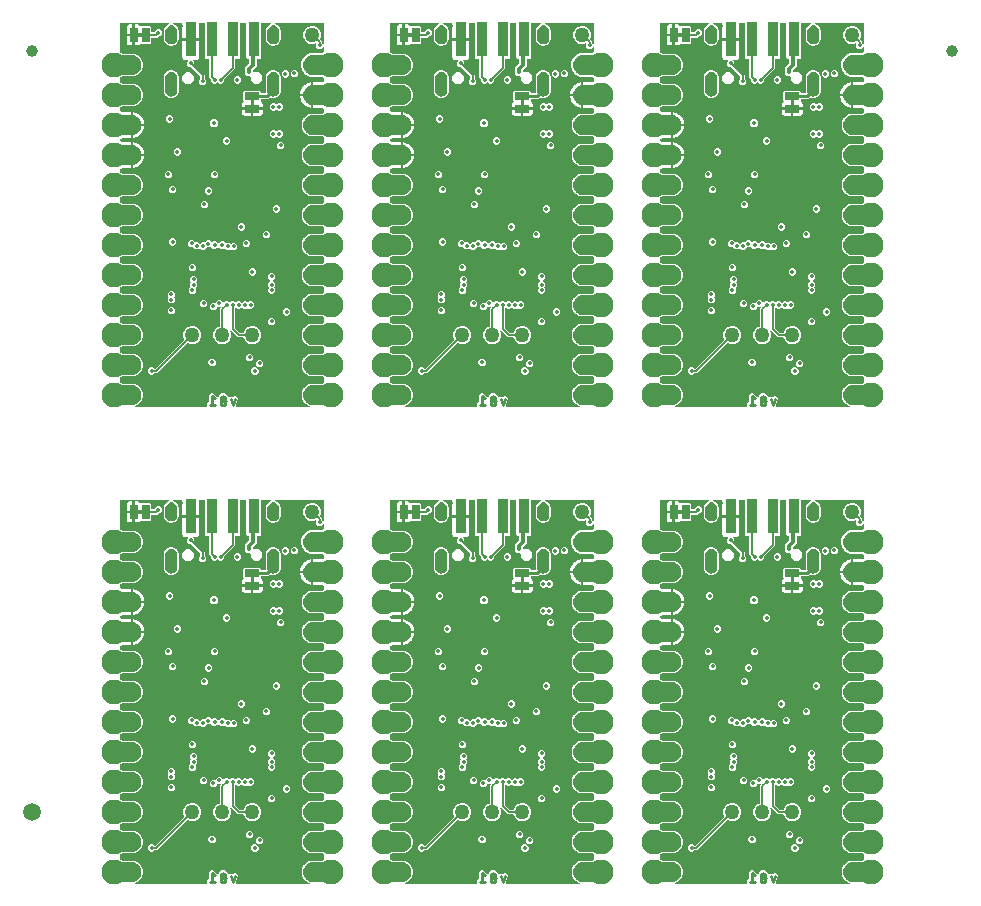
<source format=gbl>
G04 EAGLE Gerber RS-274X export*
G75*
%MOMM*%
%FSLAX34Y34*%
%LPD*%
%INBottom Copper*%
%IPPOS*%
%AMOC8*
5,1,8,0,0,1.08239X$1,22.5*%
G01*
%ADD10C,0.254000*%
%ADD11C,1.256400*%
%ADD12C,2.106400*%
%ADD13R,0.900000X3.000000*%
%ADD14C,0.600000*%
%ADD15C,1.270000*%
%ADD16R,0.660400X1.270000*%
%ADD17R,1.270000X0.660400*%
%ADD18C,1.000000*%
%ADD19C,1.500000*%
%ADD20C,0.352400*%
%ADD21C,0.127000*%
%ADD22C,0.304800*%
%ADD23C,0.177800*%
%ADD24C,0.203200*%

G36*
X303865Y406402D02*
X303865Y406402D01*
X303871Y406401D01*
X303964Y406422D01*
X304057Y406440D01*
X304061Y406443D01*
X304066Y406444D01*
X304144Y406500D01*
X304223Y406553D01*
X304225Y406557D01*
X304230Y406560D01*
X304280Y406642D01*
X304332Y406721D01*
X304333Y406726D01*
X304335Y406731D01*
X304367Y406908D01*
X304367Y408722D01*
X305856Y410211D01*
X305977Y410211D01*
X305982Y410212D01*
X305987Y410211D01*
X306080Y410232D01*
X306173Y410250D01*
X306178Y410253D01*
X306183Y410254D01*
X306261Y410310D01*
X306339Y410363D01*
X306342Y410367D01*
X306346Y410370D01*
X306397Y410452D01*
X306448Y410531D01*
X306449Y410536D01*
X306452Y410541D01*
X306484Y410718D01*
X306484Y415121D01*
X306479Y415147D01*
X306481Y415177D01*
X306383Y416061D01*
X306410Y416114D01*
X306452Y416182D01*
X306456Y416203D01*
X306465Y416220D01*
X306469Y416276D01*
X306480Y416339D01*
X307109Y416967D01*
X307123Y416989D01*
X307146Y417009D01*
X307702Y417704D01*
X307758Y417722D01*
X307836Y417740D01*
X307854Y417752D01*
X307873Y417758D01*
X307915Y417795D01*
X307967Y417831D01*
X308856Y417831D01*
X308882Y417836D01*
X308912Y417834D01*
X309796Y417932D01*
X309849Y417905D01*
X309917Y417863D01*
X309938Y417859D01*
X309955Y417850D01*
X310011Y417846D01*
X310074Y417834D01*
X310702Y417206D01*
X310713Y417199D01*
X310719Y417191D01*
X310731Y417183D01*
X310744Y417169D01*
X313492Y414970D01*
X313536Y414947D01*
X313575Y414916D01*
X313625Y414902D01*
X313670Y414878D01*
X313720Y414875D01*
X313768Y414861D01*
X313819Y414867D01*
X313870Y414863D01*
X313917Y414879D01*
X313967Y414885D01*
X314017Y414912D01*
X314060Y414926D01*
X314087Y414950D01*
X314125Y414970D01*
X314188Y415021D01*
X314222Y415061D01*
X314263Y415095D01*
X314289Y415141D01*
X314317Y415174D01*
X314328Y415211D01*
X314351Y415252D01*
X314711Y416301D01*
X316853Y417831D01*
X319485Y417831D01*
X321627Y416301D01*
X321993Y415234D01*
X322007Y415209D01*
X322017Y415176D01*
X322092Y415021D01*
X322136Y414964D01*
X322173Y414902D01*
X322196Y414885D01*
X322214Y414862D01*
X322277Y414826D01*
X322335Y414783D01*
X322363Y414777D01*
X322388Y414763D01*
X322460Y414754D01*
X322530Y414737D01*
X322560Y414741D01*
X322587Y414738D01*
X322637Y414752D01*
X322708Y414763D01*
X324900Y415493D01*
X326172Y414857D01*
X326214Y414846D01*
X326253Y414825D01*
X326310Y414820D01*
X326365Y414805D01*
X326409Y414811D01*
X326452Y414807D01*
X326515Y414825D01*
X326564Y414832D01*
X326590Y414847D01*
X326625Y414857D01*
X327897Y415493D01*
X329894Y414828D01*
X330835Y412945D01*
X329130Y407830D01*
X329121Y407758D01*
X329104Y407688D01*
X329109Y407658D01*
X329106Y407631D01*
X329120Y407581D01*
X329130Y407510D01*
X329142Y407475D01*
X328972Y407135D01*
X328966Y407113D01*
X328954Y407095D01*
X328940Y407018D01*
X328919Y406941D01*
X328922Y406919D01*
X328918Y406898D01*
X328935Y406821D01*
X328946Y406743D01*
X328957Y406724D01*
X328962Y406702D01*
X329007Y406638D01*
X329047Y406570D01*
X329065Y406557D01*
X329078Y406539D01*
X329145Y406497D01*
X329208Y406450D01*
X329229Y406444D01*
X329248Y406433D01*
X329349Y406414D01*
X329402Y406401D01*
X329413Y406403D01*
X329425Y406401D01*
X391030Y406401D01*
X391086Y406412D01*
X391143Y406414D01*
X391183Y406432D01*
X391227Y406440D01*
X391274Y406472D01*
X391326Y406496D01*
X391356Y406528D01*
X391393Y406553D01*
X391424Y406601D01*
X391463Y406643D01*
X391478Y406684D01*
X391502Y406721D01*
X391512Y406777D01*
X391532Y406831D01*
X391530Y406875D01*
X391537Y406918D01*
X391525Y406974D01*
X391522Y407031D01*
X391502Y407075D01*
X391494Y407114D01*
X391469Y407148D01*
X391448Y407195D01*
X391372Y407306D01*
X391328Y407349D01*
X391290Y407399D01*
X391254Y407421D01*
X391228Y407445D01*
X391186Y407462D01*
X391136Y407492D01*
X390806Y407619D01*
X390744Y407629D01*
X390685Y407649D01*
X390643Y407647D01*
X390608Y407653D01*
X390563Y407642D01*
X390521Y407640D01*
X390173Y407853D01*
X390134Y407867D01*
X390090Y407894D01*
X389709Y408040D01*
X389682Y408078D01*
X389654Y408134D01*
X389623Y408162D01*
X389602Y408191D01*
X389563Y408215D01*
X389520Y408254D01*
X389218Y408439D01*
X389160Y408460D01*
X389105Y408490D01*
X389063Y408495D01*
X389030Y408508D01*
X388984Y408505D01*
X388942Y408511D01*
X388639Y408784D01*
X388603Y408805D01*
X388565Y408839D01*
X388217Y409053D01*
X388197Y409095D01*
X388180Y409155D01*
X388154Y409188D01*
X388139Y409220D01*
X388105Y409251D01*
X388070Y409297D01*
X387807Y409534D01*
X387753Y409566D01*
X387705Y409605D01*
X387665Y409618D01*
X387634Y409636D01*
X387589Y409642D01*
X387548Y409655D01*
X387301Y409979D01*
X387269Y410007D01*
X387237Y410047D01*
X386934Y410321D01*
X386923Y410365D01*
X386917Y410427D01*
X386897Y410465D01*
X386889Y410499D01*
X386861Y410536D01*
X386834Y410587D01*
X386619Y410869D01*
X386572Y410910D01*
X386532Y410957D01*
X386495Y410977D01*
X386468Y411000D01*
X386425Y411015D01*
X386387Y411035D01*
X386203Y411398D01*
X386177Y411431D01*
X386153Y411477D01*
X385905Y411801D01*
X385902Y411847D01*
X385907Y411909D01*
X385895Y411950D01*
X385892Y411985D01*
X385872Y412026D01*
X385855Y412082D01*
X385695Y412397D01*
X385656Y412446D01*
X385626Y412500D01*
X385592Y412527D01*
X385570Y412555D01*
X385530Y412577D01*
X385497Y412603D01*
X385382Y412994D01*
X385362Y413031D01*
X385348Y413081D01*
X385163Y413445D01*
X385168Y413491D01*
X385185Y413550D01*
X385180Y413593D01*
X385184Y413628D01*
X385171Y413672D01*
X385165Y413730D01*
X385065Y414069D01*
X385036Y414124D01*
X385016Y414183D01*
X384988Y414215D01*
X384971Y414246D01*
X384936Y414276D01*
X384908Y414308D01*
X384866Y414713D01*
X384854Y414753D01*
X384848Y414804D01*
X384733Y415196D01*
X384746Y415240D01*
X384774Y415296D01*
X384777Y415338D01*
X384787Y415372D01*
X384783Y415418D01*
X384787Y415476D01*
X384751Y415827D01*
X384732Y415887D01*
X384723Y415948D01*
X384702Y415985D01*
X384691Y416018D01*
X384661Y416054D01*
X384640Y416090D01*
X384673Y416497D01*
X384669Y416530D01*
X384673Y416556D01*
X384670Y416570D01*
X384672Y416590D01*
X384630Y416996D01*
X384651Y417037D01*
X384688Y417087D01*
X384699Y417128D01*
X384715Y417159D01*
X384719Y417205D01*
X384734Y417261D01*
X384763Y417631D01*
X384756Y417691D01*
X384758Y417751D01*
X384744Y417793D01*
X384739Y417830D01*
X384717Y417869D01*
X384701Y417915D01*
X384807Y418300D01*
X384810Y418343D01*
X384824Y418395D01*
X384856Y418792D01*
X384889Y418835D01*
X384933Y418876D01*
X384953Y418916D01*
X384975Y418945D01*
X384987Y418988D01*
X385011Y419038D01*
X385112Y419403D01*
X385117Y419463D01*
X385131Y419522D01*
X385124Y419566D01*
X385127Y419603D01*
X385112Y419645D01*
X385105Y419694D01*
X385282Y420051D01*
X385293Y420093D01*
X385317Y420141D01*
X385423Y420526D01*
X385464Y420561D01*
X385515Y420593D01*
X385541Y420629D01*
X385569Y420653D01*
X385589Y420693D01*
X385622Y420738D01*
X385790Y421077D01*
X385806Y421135D01*
X385831Y421191D01*
X385833Y421235D01*
X385842Y421271D01*
X385836Y421315D01*
X385838Y421364D01*
X386080Y421682D01*
X386099Y421720D01*
X386131Y421763D01*
X386308Y422121D01*
X386354Y422148D01*
X386411Y422169D01*
X386443Y422200D01*
X386475Y422218D01*
X386502Y422253D01*
X386543Y422291D01*
X386773Y422593D01*
X386799Y422647D01*
X386834Y422697D01*
X386844Y422740D01*
X386860Y422773D01*
X386863Y422818D01*
X386874Y422866D01*
X387171Y423132D01*
X387197Y423166D01*
X387237Y423202D01*
X387478Y423520D01*
X387529Y423538D01*
X387588Y423548D01*
X387626Y423571D01*
X387661Y423583D01*
X387694Y423613D01*
X387742Y423643D01*
X388024Y423895D01*
X388060Y423944D01*
X388104Y423986D01*
X388122Y424026D01*
X388144Y424056D01*
X388155Y424099D01*
X388175Y424144D01*
X388517Y424349D01*
X388549Y424378D01*
X388595Y424406D01*
X388892Y424672D01*
X388945Y424680D01*
X389006Y424679D01*
X389047Y424695D01*
X389084Y424700D01*
X389122Y424723D01*
X389174Y424743D01*
X389499Y424938D01*
X389544Y424978D01*
X389594Y425011D01*
X389620Y425048D01*
X389647Y425073D01*
X389666Y425113D01*
X389694Y425153D01*
X390069Y425290D01*
X390106Y425312D01*
X390156Y425331D01*
X390498Y425537D01*
X390552Y425534D01*
X390611Y425522D01*
X390655Y425529D01*
X390692Y425528D01*
X390734Y425543D01*
X390789Y425552D01*
X391145Y425682D01*
X391196Y425714D01*
X391252Y425737D01*
X391284Y425768D01*
X391316Y425787D01*
X391341Y425821D01*
X391351Y425828D01*
X391357Y425837D01*
X391377Y425857D01*
X391771Y425920D01*
X391811Y425935D01*
X391864Y425945D01*
X392239Y426081D01*
X392291Y426069D01*
X392347Y426045D01*
X392392Y426045D01*
X392427Y426036D01*
X392471Y426043D01*
X392527Y426042D01*
X392869Y426097D01*
X392933Y426121D01*
X393000Y426136D01*
X393029Y426157D01*
X393057Y426167D01*
X393093Y426202D01*
X393109Y426213D01*
X393548Y426213D01*
X393584Y426220D01*
X393628Y426219D01*
X394063Y426289D01*
X394081Y426281D01*
X394139Y426245D01*
X394174Y426238D01*
X394202Y426226D01*
X394252Y426224D01*
X394316Y426213D01*
X402151Y426213D01*
X402159Y426214D01*
X402167Y426213D01*
X402256Y426234D01*
X402348Y426252D01*
X402354Y426257D01*
X402362Y426259D01*
X402510Y426361D01*
X402714Y426566D01*
X403546Y426910D01*
X403552Y426914D01*
X403558Y426915D01*
X403635Y426970D01*
X403713Y427022D01*
X403716Y427028D01*
X403721Y427031D01*
X403771Y427111D01*
X403823Y427190D01*
X403824Y427196D01*
X403827Y427202D01*
X403859Y427379D01*
X403859Y431141D01*
X403858Y431147D01*
X403859Y431154D01*
X403838Y431245D01*
X403820Y431337D01*
X403816Y431343D01*
X403815Y431349D01*
X403760Y431426D01*
X403707Y431503D01*
X403702Y431507D01*
X403698Y431512D01*
X403546Y431610D01*
X402714Y431954D01*
X402510Y432159D01*
X402503Y432163D01*
X402499Y432169D01*
X402420Y432218D01*
X402343Y432270D01*
X402335Y432271D01*
X402328Y432275D01*
X402151Y432307D01*
X394292Y432307D01*
X394231Y432295D01*
X394168Y432292D01*
X394130Y432275D01*
X394095Y432268D01*
X394057Y432242D01*
X394019Y432224D01*
X393617Y432299D01*
X393576Y432298D01*
X393525Y432307D01*
X393117Y432307D01*
X393078Y432333D01*
X393032Y432375D01*
X392993Y432390D01*
X392963Y432409D01*
X392918Y432418D01*
X392864Y432438D01*
X392516Y432503D01*
X392454Y432502D01*
X392392Y432510D01*
X392351Y432500D01*
X392315Y432500D01*
X392273Y432481D01*
X392232Y432471D01*
X391852Y432617D01*
X391810Y432624D01*
X391762Y432643D01*
X391361Y432717D01*
X391328Y432749D01*
X391290Y432799D01*
X391254Y432821D01*
X391228Y432845D01*
X391186Y432862D01*
X391136Y432892D01*
X390806Y433019D01*
X390744Y433029D01*
X390685Y433049D01*
X390643Y433047D01*
X390608Y433053D01*
X390563Y433042D01*
X390521Y433040D01*
X390173Y433253D01*
X390134Y433267D01*
X390090Y433294D01*
X389709Y433440D01*
X389682Y433478D01*
X389654Y433534D01*
X389623Y433562D01*
X389602Y433591D01*
X389563Y433615D01*
X389520Y433654D01*
X389218Y433839D01*
X389160Y433860D01*
X389105Y433890D01*
X389063Y433895D01*
X389030Y433908D01*
X388984Y433905D01*
X388942Y433911D01*
X388639Y434184D01*
X388603Y434205D01*
X388565Y434239D01*
X388217Y434453D01*
X388205Y434479D01*
X388199Y434505D01*
X388191Y434516D01*
X388180Y434555D01*
X388154Y434588D01*
X388139Y434620D01*
X388105Y434651D01*
X388070Y434697D01*
X387807Y434934D01*
X387753Y434966D01*
X387705Y435005D01*
X387665Y435018D01*
X387634Y435036D01*
X387589Y435042D01*
X387548Y435055D01*
X387301Y435379D01*
X387269Y435407D01*
X387237Y435447D01*
X386934Y435721D01*
X386923Y435765D01*
X386917Y435827D01*
X386897Y435865D01*
X386889Y435899D01*
X386861Y435936D01*
X386834Y435987D01*
X386619Y436269D01*
X386572Y436310D01*
X386532Y436357D01*
X386495Y436377D01*
X386468Y436400D01*
X386425Y436415D01*
X386387Y436435D01*
X386203Y436798D01*
X386177Y436831D01*
X386153Y436877D01*
X385905Y437201D01*
X385902Y437247D01*
X385907Y437309D01*
X385895Y437350D01*
X385892Y437385D01*
X385872Y437426D01*
X385855Y437482D01*
X385695Y437797D01*
X385656Y437846D01*
X385626Y437900D01*
X385592Y437927D01*
X385570Y437955D01*
X385530Y437977D01*
X385497Y438003D01*
X385382Y438394D01*
X385362Y438431D01*
X385348Y438481D01*
X385163Y438845D01*
X385168Y438891D01*
X385185Y438950D01*
X385180Y438993D01*
X385184Y439028D01*
X385171Y439072D01*
X385165Y439130D01*
X385065Y439469D01*
X385036Y439524D01*
X385016Y439583D01*
X384988Y439615D01*
X384971Y439646D01*
X384936Y439676D01*
X384908Y439708D01*
X384866Y440113D01*
X384854Y440153D01*
X384848Y440204D01*
X384733Y440596D01*
X384746Y440640D01*
X384774Y440696D01*
X384777Y440738D01*
X384787Y440772D01*
X384783Y440818D01*
X384787Y440876D01*
X384751Y441227D01*
X384732Y441287D01*
X384723Y441348D01*
X384702Y441385D01*
X384691Y441418D01*
X384661Y441454D01*
X384640Y441490D01*
X384673Y441897D01*
X384671Y441913D01*
X384672Y441919D01*
X384668Y441936D01*
X384668Y441938D01*
X384672Y441990D01*
X384630Y442396D01*
X384651Y442437D01*
X384688Y442487D01*
X384699Y442528D01*
X384715Y442559D01*
X384719Y442605D01*
X384734Y442661D01*
X384763Y443031D01*
X384756Y443091D01*
X384758Y443151D01*
X384744Y443193D01*
X384739Y443230D01*
X384717Y443269D01*
X384701Y443315D01*
X384807Y443700D01*
X384810Y443743D01*
X384824Y443795D01*
X384856Y444192D01*
X384889Y444235D01*
X384933Y444276D01*
X384953Y444316D01*
X384975Y444345D01*
X384987Y444388D01*
X385011Y444438D01*
X385112Y444803D01*
X385117Y444863D01*
X385131Y444922D01*
X385125Y444958D01*
X385126Y444962D01*
X385124Y444970D01*
X385127Y445003D01*
X385112Y445045D01*
X385105Y445094D01*
X385282Y445451D01*
X385293Y445493D01*
X385317Y445541D01*
X385423Y445926D01*
X385464Y445961D01*
X385515Y445993D01*
X385541Y446029D01*
X385569Y446053D01*
X385589Y446093D01*
X385622Y446138D01*
X385790Y446477D01*
X385806Y446535D01*
X385831Y446591D01*
X385833Y446635D01*
X385842Y446671D01*
X385836Y446715D01*
X385838Y446764D01*
X386080Y447082D01*
X386099Y447120D01*
X386131Y447163D01*
X386308Y447521D01*
X386315Y447525D01*
X386327Y447528D01*
X386361Y447550D01*
X386411Y447569D01*
X386443Y447600D01*
X386475Y447618D01*
X386492Y447639D01*
X386493Y447640D01*
X386497Y447647D01*
X386502Y447653D01*
X386543Y447691D01*
X386773Y447993D01*
X386799Y448047D01*
X386834Y448097D01*
X386844Y448140D01*
X386860Y448173D01*
X386863Y448218D01*
X386874Y448266D01*
X387171Y448532D01*
X387197Y448566D01*
X387237Y448602D01*
X387478Y448920D01*
X387529Y448938D01*
X387588Y448948D01*
X387626Y448971D01*
X387661Y448983D01*
X387694Y449013D01*
X387742Y449043D01*
X388024Y449295D01*
X388060Y449344D01*
X388104Y449386D01*
X388122Y449426D01*
X388144Y449456D01*
X388155Y449499D01*
X388175Y449544D01*
X388517Y449749D01*
X388549Y449778D01*
X388595Y449806D01*
X388892Y450072D01*
X388945Y450080D01*
X389006Y450079D01*
X389047Y450095D01*
X389084Y450100D01*
X389122Y450123D01*
X389174Y450143D01*
X389499Y450338D01*
X389544Y450378D01*
X389594Y450411D01*
X389620Y450448D01*
X389647Y450473D01*
X389666Y450513D01*
X389694Y450553D01*
X390069Y450690D01*
X390106Y450712D01*
X390156Y450731D01*
X390498Y450937D01*
X390552Y450934D01*
X390611Y450922D01*
X390655Y450929D01*
X390692Y450928D01*
X390734Y450943D01*
X390789Y450952D01*
X391145Y451082D01*
X391196Y451114D01*
X391252Y451137D01*
X391284Y451167D01*
X391316Y451187D01*
X391342Y451223D01*
X391377Y451257D01*
X391771Y451320D01*
X391811Y451335D01*
X391864Y451345D01*
X392239Y451481D01*
X392291Y451469D01*
X392347Y451445D01*
X392392Y451445D01*
X392427Y451436D01*
X392471Y451443D01*
X392527Y451442D01*
X392869Y451497D01*
X392933Y451521D01*
X393000Y451536D01*
X393029Y451557D01*
X393057Y451567D01*
X393094Y451602D01*
X393109Y451613D01*
X393548Y451613D01*
X393584Y451620D01*
X393628Y451619D01*
X394063Y451689D01*
X394081Y451681D01*
X394139Y451645D01*
X394174Y451638D01*
X394202Y451626D01*
X394252Y451624D01*
X394316Y451613D01*
X402151Y451613D01*
X402159Y451614D01*
X402167Y451613D01*
X402256Y451634D01*
X402348Y451652D01*
X402354Y451657D01*
X402362Y451659D01*
X402510Y451761D01*
X402714Y451966D01*
X403021Y452093D01*
X403546Y452310D01*
X403552Y452314D01*
X403558Y452315D01*
X403635Y452370D01*
X403713Y452422D01*
X403716Y452428D01*
X403721Y452431D01*
X403771Y452511D01*
X403823Y452590D01*
X403824Y452596D01*
X403827Y452602D01*
X403859Y452779D01*
X403859Y456541D01*
X403858Y456547D01*
X403859Y456554D01*
X403838Y456645D01*
X403820Y456737D01*
X403816Y456743D01*
X403815Y456749D01*
X403760Y456826D01*
X403707Y456903D01*
X403702Y456907D01*
X403698Y456912D01*
X403546Y457010D01*
X402714Y457354D01*
X402510Y457559D01*
X402503Y457563D01*
X402499Y457569D01*
X402420Y457619D01*
X402343Y457670D01*
X402335Y457671D01*
X402328Y457675D01*
X402151Y457707D01*
X394292Y457707D01*
X394231Y457695D01*
X394168Y457692D01*
X394130Y457675D01*
X394095Y457668D01*
X394057Y457642D01*
X394019Y457624D01*
X393617Y457699D01*
X393576Y457698D01*
X393525Y457707D01*
X393117Y457707D01*
X393078Y457733D01*
X393032Y457775D01*
X392993Y457790D01*
X392963Y457809D01*
X392918Y457818D01*
X392864Y457838D01*
X392516Y457903D01*
X392454Y457902D01*
X392392Y457910D01*
X392351Y457900D01*
X392315Y457900D01*
X392273Y457881D01*
X392232Y457871D01*
X391852Y458017D01*
X391810Y458024D01*
X391762Y458043D01*
X391361Y458117D01*
X391328Y458149D01*
X391290Y458199D01*
X391254Y458221D01*
X391228Y458245D01*
X391186Y458262D01*
X391136Y458292D01*
X390806Y458419D01*
X390744Y458429D01*
X390685Y458449D01*
X390643Y458447D01*
X390608Y458453D01*
X390563Y458442D01*
X390521Y458440D01*
X390173Y458653D01*
X390134Y458667D01*
X390090Y458694D01*
X389709Y458840D01*
X389682Y458878D01*
X389654Y458934D01*
X389623Y458962D01*
X389602Y458991D01*
X389563Y459015D01*
X389520Y459054D01*
X389218Y459239D01*
X389160Y459260D01*
X389105Y459290D01*
X389063Y459295D01*
X389030Y459308D01*
X388984Y459305D01*
X388942Y459311D01*
X388639Y459584D01*
X388603Y459605D01*
X388565Y459639D01*
X388217Y459853D01*
X388197Y459895D01*
X388180Y459955D01*
X388154Y459988D01*
X388139Y460020D01*
X388105Y460051D01*
X388070Y460097D01*
X387807Y460334D01*
X387753Y460366D01*
X387705Y460405D01*
X387665Y460418D01*
X387634Y460436D01*
X387589Y460442D01*
X387548Y460455D01*
X387301Y460779D01*
X387269Y460807D01*
X387237Y460847D01*
X386934Y461121D01*
X386923Y461165D01*
X386917Y461227D01*
X386897Y461265D01*
X386889Y461299D01*
X386861Y461336D01*
X386834Y461387D01*
X386619Y461669D01*
X386572Y461710D01*
X386532Y461757D01*
X386495Y461777D01*
X386468Y461800D01*
X386425Y461815D01*
X386387Y461835D01*
X386203Y462198D01*
X386177Y462231D01*
X386153Y462277D01*
X385905Y462601D01*
X385902Y462647D01*
X385907Y462709D01*
X385895Y462750D01*
X385892Y462785D01*
X385872Y462826D01*
X385855Y462882D01*
X385695Y463197D01*
X385656Y463246D01*
X385626Y463300D01*
X385593Y463327D01*
X385571Y463355D01*
X385530Y463377D01*
X385497Y463403D01*
X385382Y463794D01*
X385362Y463831D01*
X385348Y463881D01*
X385163Y464245D01*
X385168Y464291D01*
X385185Y464350D01*
X385180Y464393D01*
X385184Y464428D01*
X385171Y464472D01*
X385165Y464530D01*
X385065Y464869D01*
X385036Y464924D01*
X385033Y464934D01*
X385031Y464940D01*
X385030Y464943D01*
X385016Y464983D01*
X384988Y465015D01*
X384971Y465046D01*
X384936Y465076D01*
X384932Y465080D01*
X384915Y465104D01*
X384908Y465108D01*
X384866Y465513D01*
X384854Y465553D01*
X384848Y465604D01*
X384733Y465996D01*
X384746Y466040D01*
X384774Y466096D01*
X384777Y466138D01*
X384787Y466172D01*
X384783Y466218D01*
X384787Y466276D01*
X384751Y466627D01*
X384732Y466687D01*
X384723Y466748D01*
X384702Y466785D01*
X384691Y466818D01*
X384661Y466854D01*
X384640Y466890D01*
X384673Y467297D01*
X384668Y467338D01*
X384672Y467390D01*
X384630Y467796D01*
X384651Y467837D01*
X384688Y467887D01*
X384699Y467928D01*
X384715Y467959D01*
X384719Y468005D01*
X384734Y468061D01*
X384763Y468431D01*
X384756Y468491D01*
X384758Y468551D01*
X384744Y468593D01*
X384739Y468630D01*
X384717Y468669D01*
X384701Y468715D01*
X384807Y469100D01*
X384810Y469143D01*
X384824Y469195D01*
X384856Y469592D01*
X384889Y469635D01*
X384933Y469676D01*
X384953Y469716D01*
X384975Y469745D01*
X384987Y469788D01*
X385011Y469838D01*
X385112Y470203D01*
X385117Y470263D01*
X385131Y470322D01*
X385124Y470366D01*
X385127Y470403D01*
X385112Y470445D01*
X385105Y470494D01*
X385282Y470851D01*
X385293Y470893D01*
X385317Y470941D01*
X385423Y471326D01*
X385464Y471361D01*
X385515Y471393D01*
X385541Y471429D01*
X385569Y471453D01*
X385589Y471493D01*
X385622Y471538D01*
X385790Y471877D01*
X385806Y471935D01*
X385831Y471991D01*
X385833Y472035D01*
X385842Y472071D01*
X385836Y472115D01*
X385838Y472164D01*
X386080Y472482D01*
X386099Y472520D01*
X386131Y472564D01*
X386308Y472921D01*
X386354Y472948D01*
X386411Y472969D01*
X386443Y473000D01*
X386475Y473018D01*
X386502Y473053D01*
X386543Y473091D01*
X386773Y473393D01*
X386799Y473447D01*
X386834Y473497D01*
X386844Y473540D01*
X386860Y473573D01*
X386863Y473618D01*
X386874Y473666D01*
X387171Y473932D01*
X387197Y473966D01*
X387237Y474002D01*
X387478Y474320D01*
X387529Y474338D01*
X387588Y474348D01*
X387626Y474371D01*
X387661Y474384D01*
X387694Y474413D01*
X387742Y474443D01*
X388024Y474695D01*
X388060Y474744D01*
X388104Y474786D01*
X388122Y474826D01*
X388144Y474856D01*
X388155Y474899D01*
X388175Y474944D01*
X388517Y475149D01*
X388549Y475178D01*
X388595Y475206D01*
X388892Y475472D01*
X388945Y475480D01*
X389006Y475479D01*
X389047Y475495D01*
X389084Y475500D01*
X389122Y475523D01*
X389174Y475543D01*
X389499Y475738D01*
X389544Y475778D01*
X389594Y475811D01*
X389620Y475848D01*
X389647Y475873D01*
X389666Y475913D01*
X389694Y475953D01*
X390069Y476090D01*
X390106Y476112D01*
X390156Y476131D01*
X390498Y476337D01*
X390552Y476334D01*
X390611Y476322D01*
X390655Y476329D01*
X390692Y476328D01*
X390734Y476343D01*
X390789Y476352D01*
X391145Y476482D01*
X391196Y476514D01*
X391252Y476537D01*
X391284Y476568D01*
X391316Y476587D01*
X391342Y476623D01*
X391377Y476657D01*
X391771Y476720D01*
X391811Y476735D01*
X391864Y476745D01*
X392239Y476881D01*
X392291Y476869D01*
X392347Y476845D01*
X392392Y476845D01*
X392427Y476836D01*
X392471Y476843D01*
X392527Y476842D01*
X392869Y476897D01*
X392933Y476921D01*
X393000Y476936D01*
X393029Y476957D01*
X393057Y476967D01*
X393093Y477002D01*
X393109Y477013D01*
X393548Y477013D01*
X393584Y477020D01*
X393628Y477019D01*
X394063Y477089D01*
X394081Y477081D01*
X394139Y477045D01*
X394174Y477038D01*
X394202Y477026D01*
X394252Y477024D01*
X394316Y477013D01*
X402151Y477013D01*
X402159Y477014D01*
X402167Y477013D01*
X402256Y477034D01*
X402348Y477052D01*
X402354Y477057D01*
X402362Y477059D01*
X402510Y477161D01*
X402714Y477366D01*
X402930Y477455D01*
X403546Y477710D01*
X403552Y477714D01*
X403558Y477715D01*
X403635Y477770D01*
X403713Y477822D01*
X403716Y477828D01*
X403721Y477831D01*
X403771Y477911D01*
X403823Y477990D01*
X403824Y477996D01*
X403827Y478002D01*
X403859Y478179D01*
X403859Y481941D01*
X403858Y481947D01*
X403859Y481954D01*
X403838Y482045D01*
X403820Y482137D01*
X403816Y482143D01*
X403815Y482149D01*
X403760Y482226D01*
X403707Y482303D01*
X403702Y482307D01*
X403698Y482312D01*
X403546Y482410D01*
X402714Y482754D01*
X402510Y482959D01*
X402503Y482963D01*
X402499Y482969D01*
X402420Y483018D01*
X402343Y483070D01*
X402335Y483071D01*
X402328Y483075D01*
X402151Y483107D01*
X394292Y483107D01*
X394231Y483095D01*
X394168Y483092D01*
X394130Y483075D01*
X394095Y483068D01*
X394057Y483042D01*
X394019Y483024D01*
X393617Y483099D01*
X393576Y483098D01*
X393525Y483107D01*
X393117Y483107D01*
X393078Y483133D01*
X393032Y483175D01*
X392993Y483190D01*
X392963Y483209D01*
X392918Y483218D01*
X392864Y483238D01*
X392516Y483303D01*
X392454Y483302D01*
X392392Y483310D01*
X392351Y483300D01*
X392315Y483300D01*
X392273Y483281D01*
X392232Y483271D01*
X391852Y483417D01*
X391810Y483424D01*
X391762Y483443D01*
X391361Y483517D01*
X391328Y483549D01*
X391290Y483599D01*
X391254Y483621D01*
X391228Y483645D01*
X391186Y483662D01*
X391136Y483692D01*
X390806Y483819D01*
X390744Y483829D01*
X390685Y483849D01*
X390643Y483847D01*
X390608Y483853D01*
X390563Y483842D01*
X390521Y483840D01*
X390173Y484053D01*
X390134Y484067D01*
X390090Y484094D01*
X389709Y484240D01*
X389682Y484278D01*
X389654Y484334D01*
X389623Y484362D01*
X389602Y484391D01*
X389563Y484415D01*
X389520Y484453D01*
X389218Y484639D01*
X389160Y484660D01*
X389105Y484690D01*
X389063Y484695D01*
X389030Y484708D01*
X388984Y484705D01*
X388942Y484711D01*
X388639Y484984D01*
X388603Y485005D01*
X388565Y485039D01*
X388217Y485253D01*
X388197Y485295D01*
X388180Y485355D01*
X388154Y485388D01*
X388139Y485420D01*
X388105Y485451D01*
X388070Y485497D01*
X387807Y485734D01*
X387753Y485766D01*
X387705Y485805D01*
X387665Y485818D01*
X387634Y485836D01*
X387589Y485842D01*
X387548Y485855D01*
X387301Y486179D01*
X387269Y486207D01*
X387237Y486247D01*
X386934Y486521D01*
X386923Y486565D01*
X386917Y486627D01*
X386897Y486665D01*
X386889Y486699D01*
X386861Y486736D01*
X386834Y486787D01*
X386619Y487069D01*
X386572Y487110D01*
X386532Y487157D01*
X386495Y487177D01*
X386468Y487200D01*
X386425Y487215D01*
X386387Y487235D01*
X386203Y487598D01*
X386177Y487631D01*
X386153Y487677D01*
X385905Y488001D01*
X385902Y488047D01*
X385907Y488109D01*
X385895Y488150D01*
X385892Y488185D01*
X385872Y488226D01*
X385861Y488263D01*
X385858Y488274D01*
X385857Y488276D01*
X385855Y488282D01*
X385695Y488597D01*
X385656Y488646D01*
X385626Y488700D01*
X385593Y488727D01*
X385571Y488755D01*
X385530Y488777D01*
X385497Y488803D01*
X385382Y489194D01*
X385362Y489231D01*
X385348Y489281D01*
X385163Y489645D01*
X385168Y489691D01*
X385185Y489750D01*
X385180Y489793D01*
X385184Y489828D01*
X385171Y489872D01*
X385165Y489930D01*
X385065Y490269D01*
X385053Y490292D01*
X385050Y490303D01*
X385037Y490321D01*
X385036Y490324D01*
X385016Y490383D01*
X384988Y490415D01*
X384971Y490446D01*
X384936Y490476D01*
X384908Y490508D01*
X384866Y490913D01*
X384854Y490953D01*
X384848Y491004D01*
X384733Y491396D01*
X384737Y491409D01*
X384752Y491432D01*
X384757Y491462D01*
X384774Y491496D01*
X384777Y491538D01*
X384787Y491572D01*
X384784Y491609D01*
X384787Y491629D01*
X384785Y491641D01*
X384787Y491676D01*
X384751Y492027D01*
X384732Y492087D01*
X384723Y492148D01*
X384702Y492185D01*
X384691Y492218D01*
X384661Y492254D01*
X384640Y492290D01*
X384673Y492697D01*
X384668Y492738D01*
X384672Y492790D01*
X384630Y493197D01*
X384651Y493237D01*
X384688Y493287D01*
X384699Y493328D01*
X384715Y493359D01*
X384719Y493405D01*
X384734Y493461D01*
X384763Y493831D01*
X384756Y493891D01*
X384758Y493951D01*
X384744Y493993D01*
X384739Y494030D01*
X384717Y494069D01*
X384701Y494115D01*
X384807Y494500D01*
X384810Y494543D01*
X384824Y494595D01*
X384856Y494992D01*
X384889Y495035D01*
X384933Y495076D01*
X384953Y495116D01*
X384975Y495145D01*
X384987Y495188D01*
X385011Y495238D01*
X385112Y495603D01*
X385117Y495663D01*
X385131Y495722D01*
X385124Y495766D01*
X385127Y495803D01*
X385112Y495845D01*
X385105Y495894D01*
X385282Y496251D01*
X385293Y496293D01*
X385317Y496341D01*
X385423Y496726D01*
X385464Y496761D01*
X385515Y496793D01*
X385541Y496829D01*
X385569Y496853D01*
X385589Y496893D01*
X385622Y496938D01*
X385790Y497277D01*
X385806Y497335D01*
X385831Y497391D01*
X385833Y497435D01*
X385842Y497471D01*
X385836Y497515D01*
X385838Y497564D01*
X386080Y497882D01*
X386099Y497920D01*
X386131Y497964D01*
X386308Y498321D01*
X386354Y498348D01*
X386411Y498369D01*
X386443Y498400D01*
X386475Y498418D01*
X386502Y498453D01*
X386543Y498491D01*
X386773Y498793D01*
X386799Y498847D01*
X386834Y498897D01*
X386844Y498940D01*
X386860Y498973D01*
X386863Y499018D01*
X386874Y499066D01*
X387171Y499332D01*
X387197Y499366D01*
X387205Y499373D01*
X387214Y499380D01*
X387218Y499385D01*
X387237Y499402D01*
X387478Y499720D01*
X387529Y499738D01*
X387588Y499748D01*
X387626Y499771D01*
X387661Y499784D01*
X387694Y499813D01*
X387742Y499843D01*
X388024Y500095D01*
X388060Y500144D01*
X388104Y500186D01*
X388122Y500226D01*
X388144Y500256D01*
X388155Y500299D01*
X388175Y500344D01*
X388517Y500549D01*
X388549Y500578D01*
X388595Y500606D01*
X388892Y500872D01*
X388945Y500880D01*
X389006Y500879D01*
X389047Y500895D01*
X389084Y500900D01*
X389122Y500923D01*
X389174Y500943D01*
X389499Y501138D01*
X389544Y501178D01*
X389594Y501211D01*
X389620Y501248D01*
X389647Y501273D01*
X389666Y501313D01*
X389694Y501353D01*
X390069Y501490D01*
X390106Y501512D01*
X390156Y501531D01*
X390498Y501737D01*
X390552Y501734D01*
X390611Y501722D01*
X390655Y501729D01*
X390692Y501728D01*
X390734Y501743D01*
X390789Y501752D01*
X391145Y501882D01*
X391196Y501914D01*
X391252Y501937D01*
X391284Y501968D01*
X391316Y501987D01*
X391342Y502023D01*
X391377Y502057D01*
X391771Y502120D01*
X391811Y502135D01*
X391864Y502145D01*
X392239Y502281D01*
X392291Y502269D01*
X392347Y502245D01*
X392392Y502245D01*
X392427Y502236D01*
X392471Y502243D01*
X392527Y502242D01*
X392869Y502297D01*
X392933Y502321D01*
X393000Y502336D01*
X393029Y502357D01*
X393057Y502367D01*
X393093Y502402D01*
X393109Y502413D01*
X393548Y502413D01*
X393584Y502420D01*
X393628Y502419D01*
X394063Y502489D01*
X394081Y502481D01*
X394139Y502445D01*
X394174Y502438D01*
X394202Y502426D01*
X394252Y502424D01*
X394316Y502413D01*
X402151Y502413D01*
X402159Y502414D01*
X402167Y502413D01*
X402256Y502434D01*
X402348Y502452D01*
X402354Y502457D01*
X402362Y502459D01*
X402510Y502561D01*
X402714Y502766D01*
X403546Y503110D01*
X403552Y503114D01*
X403558Y503115D01*
X403635Y503170D01*
X403713Y503222D01*
X403716Y503228D01*
X403721Y503231D01*
X403771Y503311D01*
X403823Y503390D01*
X403824Y503396D01*
X403827Y503402D01*
X403859Y503579D01*
X403859Y507341D01*
X403858Y507347D01*
X403859Y507354D01*
X403838Y507445D01*
X403820Y507537D01*
X403816Y507543D01*
X403815Y507549D01*
X403760Y507626D01*
X403707Y507703D01*
X403702Y507707D01*
X403698Y507712D01*
X403546Y507810D01*
X402714Y508154D01*
X402510Y508359D01*
X402503Y508363D01*
X402499Y508369D01*
X402420Y508419D01*
X402343Y508470D01*
X402335Y508471D01*
X402328Y508475D01*
X402151Y508507D01*
X394292Y508507D01*
X394231Y508495D01*
X394168Y508492D01*
X394130Y508475D01*
X394095Y508468D01*
X394057Y508442D01*
X394019Y508424D01*
X393617Y508499D01*
X393576Y508498D01*
X393525Y508507D01*
X393117Y508507D01*
X393078Y508533D01*
X393032Y508575D01*
X392993Y508590D01*
X392963Y508609D01*
X392918Y508618D01*
X392864Y508638D01*
X392516Y508703D01*
X392454Y508702D01*
X392392Y508710D01*
X392351Y508700D01*
X392315Y508700D01*
X392273Y508681D01*
X392232Y508671D01*
X391852Y508817D01*
X391810Y508824D01*
X391762Y508843D01*
X391361Y508917D01*
X391328Y508949D01*
X391290Y508999D01*
X391254Y509021D01*
X391228Y509045D01*
X391186Y509062D01*
X391136Y509092D01*
X390806Y509219D01*
X390744Y509229D01*
X390685Y509249D01*
X390643Y509247D01*
X390608Y509253D01*
X390563Y509242D01*
X390521Y509240D01*
X390173Y509453D01*
X390134Y509467D01*
X390090Y509494D01*
X389709Y509640D01*
X389682Y509678D01*
X389654Y509734D01*
X389623Y509762D01*
X389602Y509791D01*
X389563Y509815D01*
X389520Y509854D01*
X389218Y510039D01*
X389160Y510060D01*
X389105Y510090D01*
X389063Y510095D01*
X389030Y510108D01*
X388984Y510105D01*
X388942Y510111D01*
X388639Y510384D01*
X388603Y510405D01*
X388565Y510439D01*
X388217Y510653D01*
X388197Y510695D01*
X388180Y510755D01*
X388154Y510788D01*
X388139Y510820D01*
X388105Y510851D01*
X388070Y510897D01*
X387807Y511134D01*
X387753Y511166D01*
X387705Y511205D01*
X387665Y511218D01*
X387634Y511236D01*
X387589Y511242D01*
X387548Y511255D01*
X387301Y511579D01*
X387269Y511607D01*
X387237Y511647D01*
X386934Y511921D01*
X386923Y511965D01*
X386917Y512027D01*
X386897Y512065D01*
X386889Y512099D01*
X386861Y512136D01*
X386834Y512187D01*
X386619Y512469D01*
X386572Y512510D01*
X386532Y512557D01*
X386495Y512577D01*
X386468Y512600D01*
X386425Y512615D01*
X386387Y512635D01*
X386203Y512998D01*
X386177Y513031D01*
X386153Y513077D01*
X385905Y513401D01*
X385904Y513420D01*
X385907Y513441D01*
X385903Y513461D01*
X385907Y513509D01*
X385895Y513550D01*
X385892Y513585D01*
X385872Y513626D01*
X385855Y513682D01*
X385695Y513997D01*
X385656Y514046D01*
X385626Y514100D01*
X385593Y514127D01*
X385571Y514155D01*
X385530Y514177D01*
X385497Y514203D01*
X385382Y514594D01*
X385367Y514623D01*
X385361Y514651D01*
X385353Y514661D01*
X385348Y514681D01*
X385163Y515045D01*
X385168Y515091D01*
X385185Y515150D01*
X385180Y515193D01*
X385184Y515228D01*
X385171Y515272D01*
X385165Y515330D01*
X385065Y515669D01*
X385036Y515724D01*
X385016Y515783D01*
X384988Y515815D01*
X384971Y515846D01*
X384936Y515876D01*
X384908Y515908D01*
X384866Y516313D01*
X384854Y516353D01*
X384848Y516404D01*
X384733Y516796D01*
X384746Y516840D01*
X384774Y516896D01*
X384777Y516938D01*
X384787Y516972D01*
X384783Y517018D01*
X384787Y517076D01*
X384751Y517427D01*
X384732Y517487D01*
X384723Y517548D01*
X384702Y517585D01*
X384691Y517618D01*
X384661Y517654D01*
X384640Y517690D01*
X384673Y518097D01*
X384668Y518138D01*
X384672Y518190D01*
X384630Y518596D01*
X384651Y518637D01*
X384688Y518687D01*
X384699Y518728D01*
X384715Y518759D01*
X384719Y518805D01*
X384734Y518861D01*
X384763Y519231D01*
X384756Y519291D01*
X384758Y519351D01*
X384744Y519393D01*
X384739Y519430D01*
X384717Y519469D01*
X384701Y519515D01*
X384807Y519900D01*
X384810Y519943D01*
X384824Y519995D01*
X384856Y520392D01*
X384889Y520435D01*
X384933Y520476D01*
X384953Y520516D01*
X384975Y520545D01*
X384987Y520588D01*
X385011Y520638D01*
X385112Y521003D01*
X385117Y521063D01*
X385131Y521122D01*
X385124Y521166D01*
X385127Y521203D01*
X385112Y521245D01*
X385105Y521294D01*
X385282Y521651D01*
X385293Y521693D01*
X385317Y521741D01*
X385423Y522126D01*
X385464Y522161D01*
X385515Y522193D01*
X385522Y522203D01*
X385527Y522206D01*
X385542Y522229D01*
X385569Y522253D01*
X385589Y522293D01*
X385622Y522338D01*
X385790Y522677D01*
X385806Y522735D01*
X385831Y522791D01*
X385833Y522835D01*
X385842Y522871D01*
X385836Y522915D01*
X385838Y522964D01*
X386080Y523282D01*
X386099Y523320D01*
X386131Y523364D01*
X386308Y523721D01*
X386354Y523748D01*
X386411Y523769D01*
X386443Y523800D01*
X386475Y523818D01*
X386502Y523853D01*
X386543Y523891D01*
X386773Y524193D01*
X386799Y524247D01*
X386834Y524297D01*
X386844Y524340D01*
X386860Y524373D01*
X386863Y524418D01*
X386874Y524466D01*
X387171Y524732D01*
X387177Y524739D01*
X387182Y524742D01*
X387197Y524766D01*
X387237Y524802D01*
X387478Y525120D01*
X387529Y525138D01*
X387588Y525148D01*
X387626Y525171D01*
X387661Y525184D01*
X387694Y525213D01*
X387742Y525243D01*
X388024Y525495D01*
X388060Y525544D01*
X388104Y525586D01*
X388122Y525626D01*
X388144Y525656D01*
X388155Y525699D01*
X388175Y525744D01*
X388517Y525949D01*
X388549Y525978D01*
X388595Y526006D01*
X388892Y526272D01*
X388945Y526280D01*
X389006Y526279D01*
X389047Y526295D01*
X389084Y526300D01*
X389122Y526323D01*
X389174Y526343D01*
X389499Y526538D01*
X389544Y526578D01*
X389594Y526611D01*
X389620Y526648D01*
X389647Y526673D01*
X389666Y526713D01*
X389694Y526753D01*
X390069Y526890D01*
X390106Y526912D01*
X390156Y526931D01*
X390498Y527137D01*
X390552Y527134D01*
X390611Y527122D01*
X390655Y527129D01*
X390692Y527128D01*
X390734Y527143D01*
X390789Y527152D01*
X391145Y527282D01*
X391196Y527314D01*
X391252Y527337D01*
X391284Y527368D01*
X391316Y527387D01*
X391342Y527423D01*
X391377Y527457D01*
X391771Y527520D01*
X391811Y527535D01*
X391864Y527545D01*
X392239Y527681D01*
X392291Y527669D01*
X392347Y527645D01*
X392392Y527645D01*
X392427Y527636D01*
X392471Y527643D01*
X392527Y527642D01*
X392869Y527697D01*
X392933Y527721D01*
X393000Y527736D01*
X393029Y527757D01*
X393057Y527767D01*
X393093Y527802D01*
X393109Y527813D01*
X393548Y527813D01*
X393584Y527820D01*
X393628Y527819D01*
X394063Y527889D01*
X394081Y527881D01*
X394139Y527845D01*
X394174Y527838D01*
X394202Y527826D01*
X394252Y527824D01*
X394316Y527813D01*
X402151Y527813D01*
X402159Y527814D01*
X402167Y527813D01*
X402256Y527834D01*
X402348Y527852D01*
X402354Y527857D01*
X402362Y527859D01*
X402510Y527961D01*
X402714Y528166D01*
X403546Y528510D01*
X403552Y528514D01*
X403558Y528515D01*
X403635Y528570D01*
X403713Y528622D01*
X403716Y528628D01*
X403721Y528631D01*
X403771Y528711D01*
X403823Y528790D01*
X403824Y528796D01*
X403827Y528802D01*
X403859Y528979D01*
X403859Y532741D01*
X403858Y532747D01*
X403859Y532754D01*
X403838Y532845D01*
X403820Y532937D01*
X403816Y532943D01*
X403815Y532949D01*
X403760Y533026D01*
X403707Y533103D01*
X403702Y533107D01*
X403698Y533112D01*
X403546Y533210D01*
X402714Y533554D01*
X402510Y533759D01*
X402503Y533763D01*
X402499Y533769D01*
X402420Y533818D01*
X402343Y533870D01*
X402335Y533871D01*
X402328Y533875D01*
X402151Y533907D01*
X394292Y533907D01*
X394231Y533895D01*
X394168Y533892D01*
X394130Y533875D01*
X394095Y533868D01*
X394057Y533842D01*
X394019Y533824D01*
X393617Y533899D01*
X393576Y533898D01*
X393525Y533907D01*
X393117Y533907D01*
X393078Y533933D01*
X393032Y533975D01*
X392993Y533990D01*
X392963Y534009D01*
X392918Y534018D01*
X392864Y534038D01*
X392516Y534103D01*
X392454Y534102D01*
X392392Y534110D01*
X392351Y534100D01*
X392315Y534100D01*
X392273Y534081D01*
X392232Y534071D01*
X391852Y534217D01*
X391810Y534224D01*
X391762Y534243D01*
X391361Y534317D01*
X391328Y534349D01*
X391290Y534399D01*
X391254Y534421D01*
X391228Y534445D01*
X391186Y534462D01*
X391136Y534492D01*
X390806Y534619D01*
X390744Y534629D01*
X390685Y534649D01*
X390643Y534647D01*
X390608Y534653D01*
X390563Y534642D01*
X390521Y534640D01*
X390173Y534853D01*
X390134Y534867D01*
X390090Y534894D01*
X389709Y535040D01*
X389682Y535078D01*
X389654Y535134D01*
X389623Y535162D01*
X389602Y535191D01*
X389563Y535215D01*
X389520Y535254D01*
X389218Y535439D01*
X389160Y535460D01*
X389105Y535490D01*
X389063Y535495D01*
X389030Y535508D01*
X388984Y535505D01*
X388942Y535511D01*
X388639Y535784D01*
X388603Y535805D01*
X388565Y535839D01*
X388217Y536053D01*
X388197Y536095D01*
X388180Y536155D01*
X388154Y536188D01*
X388139Y536220D01*
X388105Y536251D01*
X388070Y536297D01*
X387807Y536534D01*
X387753Y536566D01*
X387705Y536605D01*
X387665Y536618D01*
X387634Y536636D01*
X387589Y536642D01*
X387548Y536655D01*
X387301Y536979D01*
X387269Y537007D01*
X387237Y537047D01*
X386934Y537321D01*
X386923Y537365D01*
X386917Y537427D01*
X386899Y537462D01*
X386896Y537477D01*
X386894Y537480D01*
X386889Y537499D01*
X386861Y537536D01*
X386834Y537587D01*
X386619Y537869D01*
X386572Y537910D01*
X386532Y537957D01*
X386495Y537977D01*
X386468Y538000D01*
X386425Y538015D01*
X386387Y538035D01*
X386203Y538398D01*
X386177Y538431D01*
X386153Y538477D01*
X385905Y538801D01*
X385902Y538847D01*
X385907Y538909D01*
X385895Y538950D01*
X385892Y538985D01*
X385872Y539026D01*
X385855Y539082D01*
X385695Y539397D01*
X385656Y539446D01*
X385626Y539500D01*
X385592Y539527D01*
X385570Y539555D01*
X385530Y539577D01*
X385497Y539603D01*
X385382Y539994D01*
X385362Y540031D01*
X385348Y540081D01*
X385163Y540445D01*
X385168Y540491D01*
X385185Y540550D01*
X385180Y540593D01*
X385184Y540628D01*
X385171Y540672D01*
X385165Y540730D01*
X385065Y541069D01*
X385036Y541124D01*
X385016Y541183D01*
X384988Y541215D01*
X384971Y541246D01*
X384936Y541276D01*
X384908Y541308D01*
X384866Y541713D01*
X384854Y541753D01*
X384848Y541804D01*
X384733Y542196D01*
X384746Y542240D01*
X384774Y542296D01*
X384777Y542338D01*
X384787Y542372D01*
X384783Y542418D01*
X384787Y542476D01*
X384751Y542827D01*
X384732Y542887D01*
X384723Y542948D01*
X384702Y542985D01*
X384691Y543018D01*
X384661Y543054D01*
X384640Y543090D01*
X384673Y543497D01*
X384668Y543538D01*
X384672Y543590D01*
X384630Y543996D01*
X384651Y544037D01*
X384688Y544087D01*
X384699Y544128D01*
X384715Y544159D01*
X384719Y544205D01*
X384734Y544261D01*
X384763Y544631D01*
X384756Y544691D01*
X384758Y544752D01*
X384744Y544793D01*
X384739Y544830D01*
X384717Y544869D01*
X384701Y544915D01*
X384807Y545300D01*
X384810Y545343D01*
X384824Y545395D01*
X384856Y545792D01*
X384889Y545835D01*
X384933Y545876D01*
X384953Y545916D01*
X384975Y545945D01*
X384987Y545988D01*
X385011Y546038D01*
X385112Y546403D01*
X385117Y546463D01*
X385131Y546522D01*
X385124Y546566D01*
X385127Y546603D01*
X385112Y546645D01*
X385105Y546694D01*
X385282Y547051D01*
X385293Y547093D01*
X385317Y547141D01*
X385423Y547526D01*
X385463Y547561D01*
X385515Y547593D01*
X385541Y547629D01*
X385569Y547653D01*
X385589Y547693D01*
X385622Y547738D01*
X385790Y548077D01*
X385806Y548136D01*
X385831Y548191D01*
X385833Y548235D01*
X385842Y548271D01*
X385836Y548315D01*
X385838Y548364D01*
X386080Y548682D01*
X386099Y548720D01*
X386131Y548764D01*
X386308Y549121D01*
X386354Y549148D01*
X386411Y549169D01*
X386443Y549200D01*
X386475Y549218D01*
X386502Y549253D01*
X386543Y549291D01*
X386773Y549593D01*
X386799Y549647D01*
X386834Y549697D01*
X386844Y549740D01*
X386860Y549773D01*
X386863Y549818D01*
X386874Y549866D01*
X387171Y550132D01*
X387197Y550166D01*
X387237Y550202D01*
X387478Y550520D01*
X387529Y550538D01*
X387588Y550548D01*
X387626Y550571D01*
X387661Y550584D01*
X387694Y550613D01*
X387742Y550643D01*
X388024Y550895D01*
X388060Y550944D01*
X388104Y550986D01*
X388122Y551026D01*
X388144Y551056D01*
X388155Y551099D01*
X388175Y551144D01*
X388517Y551349D01*
X388549Y551378D01*
X388595Y551406D01*
X388892Y551672D01*
X388945Y551680D01*
X389006Y551679D01*
X389047Y551695D01*
X389084Y551700D01*
X389122Y551723D01*
X389174Y551743D01*
X389499Y551938D01*
X389544Y551978D01*
X389594Y552011D01*
X389620Y552048D01*
X389647Y552073D01*
X389666Y552113D01*
X389694Y552153D01*
X390069Y552290D01*
X390106Y552312D01*
X390156Y552331D01*
X390498Y552537D01*
X390552Y552534D01*
X390611Y552522D01*
X390655Y552529D01*
X390692Y552528D01*
X390734Y552543D01*
X390789Y552552D01*
X391145Y552682D01*
X391196Y552714D01*
X391252Y552737D01*
X391284Y552768D01*
X391316Y552787D01*
X391342Y552823D01*
X391377Y552857D01*
X391771Y552920D01*
X391811Y552935D01*
X391864Y552945D01*
X392239Y553081D01*
X392291Y553069D01*
X392347Y553045D01*
X392392Y553045D01*
X392427Y553036D01*
X392471Y553043D01*
X392527Y553042D01*
X392869Y553097D01*
X392933Y553121D01*
X393000Y553136D01*
X393029Y553157D01*
X393057Y553167D01*
X393093Y553202D01*
X393109Y553213D01*
X393548Y553213D01*
X393584Y553220D01*
X393628Y553219D01*
X394063Y553289D01*
X394081Y553281D01*
X394139Y553245D01*
X394174Y553238D01*
X394202Y553226D01*
X394252Y553224D01*
X394316Y553213D01*
X402151Y553213D01*
X402159Y553214D01*
X402167Y553213D01*
X402256Y553234D01*
X402348Y553252D01*
X402354Y553257D01*
X402362Y553259D01*
X402510Y553361D01*
X402714Y553566D01*
X403546Y553910D01*
X403552Y553914D01*
X403558Y553915D01*
X403635Y553970D01*
X403713Y554022D01*
X403716Y554028D01*
X403721Y554031D01*
X403771Y554111D01*
X403823Y554190D01*
X403824Y554196D01*
X403827Y554202D01*
X403859Y554379D01*
X403859Y558141D01*
X403858Y558147D01*
X403859Y558154D01*
X403838Y558245D01*
X403820Y558337D01*
X403816Y558343D01*
X403815Y558349D01*
X403760Y558426D01*
X403707Y558503D01*
X403702Y558507D01*
X403698Y558512D01*
X403546Y558610D01*
X402714Y558954D01*
X402510Y559159D01*
X402503Y559163D01*
X402499Y559169D01*
X402420Y559218D01*
X402343Y559270D01*
X402335Y559271D01*
X402328Y559275D01*
X402151Y559307D01*
X394292Y559307D01*
X394231Y559295D01*
X394168Y559292D01*
X394130Y559275D01*
X394095Y559268D01*
X394057Y559242D01*
X394019Y559224D01*
X393617Y559299D01*
X393576Y559298D01*
X393525Y559307D01*
X393117Y559307D01*
X393078Y559333D01*
X393032Y559375D01*
X392993Y559390D01*
X392963Y559409D01*
X392918Y559418D01*
X392864Y559438D01*
X392516Y559503D01*
X392454Y559502D01*
X392392Y559510D01*
X392351Y559500D01*
X392315Y559500D01*
X392273Y559481D01*
X392232Y559471D01*
X391852Y559617D01*
X391810Y559624D01*
X391762Y559643D01*
X391361Y559717D01*
X391328Y559749D01*
X391290Y559799D01*
X391254Y559821D01*
X391228Y559845D01*
X391186Y559862D01*
X391136Y559892D01*
X390806Y560019D01*
X390744Y560029D01*
X390685Y560049D01*
X390643Y560047D01*
X390608Y560053D01*
X390563Y560042D01*
X390521Y560040D01*
X390173Y560253D01*
X390134Y560267D01*
X390090Y560294D01*
X389709Y560440D01*
X389682Y560478D01*
X389654Y560534D01*
X389623Y560562D01*
X389602Y560591D01*
X389563Y560615D01*
X389520Y560654D01*
X389218Y560839D01*
X389160Y560860D01*
X389105Y560890D01*
X389063Y560895D01*
X389030Y560908D01*
X388984Y560905D01*
X388942Y560911D01*
X388639Y561184D01*
X388603Y561205D01*
X388565Y561239D01*
X388217Y561453D01*
X388197Y561495D01*
X388180Y561555D01*
X388154Y561588D01*
X388139Y561620D01*
X388105Y561651D01*
X388070Y561697D01*
X387807Y561934D01*
X387753Y561966D01*
X387705Y562005D01*
X387665Y562018D01*
X387634Y562036D01*
X387589Y562042D01*
X387548Y562055D01*
X387301Y562379D01*
X387269Y562407D01*
X387237Y562447D01*
X386934Y562721D01*
X386923Y562765D01*
X386917Y562827D01*
X386897Y562865D01*
X386889Y562899D01*
X386861Y562936D01*
X386834Y562987D01*
X386619Y563269D01*
X386572Y563310D01*
X386532Y563357D01*
X386495Y563377D01*
X386468Y563400D01*
X386425Y563415D01*
X386387Y563435D01*
X386203Y563798D01*
X386177Y563831D01*
X386153Y563877D01*
X385905Y564201D01*
X385902Y564247D01*
X385907Y564309D01*
X385895Y564350D01*
X385892Y564385D01*
X385872Y564426D01*
X385855Y564482D01*
X385695Y564797D01*
X385656Y564846D01*
X385626Y564900D01*
X385592Y564927D01*
X385570Y564955D01*
X385530Y564977D01*
X385497Y565003D01*
X385382Y565394D01*
X385362Y565431D01*
X385348Y565481D01*
X385163Y565845D01*
X385168Y565891D01*
X385185Y565950D01*
X385180Y565993D01*
X385184Y566028D01*
X385171Y566072D01*
X385165Y566130D01*
X385065Y566469D01*
X385036Y566524D01*
X385016Y566583D01*
X384988Y566615D01*
X384971Y566646D01*
X384936Y566676D01*
X384908Y566708D01*
X384866Y567113D01*
X384854Y567153D01*
X384848Y567204D01*
X384733Y567596D01*
X384746Y567640D01*
X384774Y567696D01*
X384777Y567738D01*
X384787Y567772D01*
X384783Y567818D01*
X384787Y567876D01*
X384751Y568227D01*
X384732Y568287D01*
X384723Y568348D01*
X384702Y568385D01*
X384691Y568418D01*
X384661Y568454D01*
X384640Y568490D01*
X384673Y568897D01*
X384668Y568938D01*
X384672Y568990D01*
X384630Y569396D01*
X384651Y569437D01*
X384688Y569487D01*
X384699Y569528D01*
X384715Y569559D01*
X384719Y569605D01*
X384734Y569661D01*
X384763Y570031D01*
X384756Y570091D01*
X384758Y570152D01*
X384744Y570193D01*
X384739Y570230D01*
X384717Y570269D01*
X384701Y570315D01*
X384807Y570700D01*
X384810Y570743D01*
X384824Y570795D01*
X384856Y571192D01*
X384889Y571235D01*
X384933Y571276D01*
X384953Y571316D01*
X384975Y571345D01*
X384987Y571388D01*
X385011Y571438D01*
X385112Y571803D01*
X385117Y571863D01*
X385131Y571922D01*
X385124Y571966D01*
X385127Y572003D01*
X385112Y572045D01*
X385105Y572094D01*
X385282Y572451D01*
X385293Y572493D01*
X385317Y572541D01*
X385423Y572926D01*
X385464Y572961D01*
X385515Y572993D01*
X385541Y573029D01*
X385569Y573053D01*
X385589Y573093D01*
X385622Y573138D01*
X385790Y573477D01*
X385806Y573535D01*
X385831Y573591D01*
X385833Y573635D01*
X385842Y573671D01*
X385836Y573715D01*
X385838Y573764D01*
X386080Y574082D01*
X386099Y574120D01*
X386131Y574163D01*
X386308Y574521D01*
X386354Y574548D01*
X386411Y574569D01*
X386443Y574600D01*
X386475Y574618D01*
X386502Y574653D01*
X386543Y574691D01*
X386773Y574993D01*
X386799Y575047D01*
X386834Y575097D01*
X386841Y575128D01*
X386842Y575128D01*
X386842Y575130D01*
X386844Y575140D01*
X386860Y575173D01*
X386863Y575218D01*
X386874Y575266D01*
X387171Y575532D01*
X387197Y575566D01*
X387237Y575602D01*
X387478Y575920D01*
X387529Y575938D01*
X387588Y575948D01*
X387626Y575971D01*
X387661Y575983D01*
X387694Y576013D01*
X387742Y576043D01*
X388024Y576295D01*
X388060Y576344D01*
X388104Y576386D01*
X388122Y576426D01*
X388144Y576456D01*
X388155Y576499D01*
X388175Y576544D01*
X388517Y576749D01*
X388549Y576778D01*
X388595Y576806D01*
X388892Y577072D01*
X388945Y577080D01*
X389006Y577079D01*
X389047Y577095D01*
X389084Y577100D01*
X389122Y577123D01*
X389174Y577143D01*
X389499Y577338D01*
X389544Y577378D01*
X389594Y577411D01*
X389620Y577448D01*
X389647Y577473D01*
X389666Y577513D01*
X389694Y577553D01*
X390069Y577690D01*
X390106Y577712D01*
X390156Y577731D01*
X390498Y577937D01*
X390552Y577934D01*
X390611Y577922D01*
X390655Y577929D01*
X390692Y577928D01*
X390734Y577943D01*
X390789Y577952D01*
X391145Y578082D01*
X391196Y578114D01*
X391252Y578137D01*
X391284Y578167D01*
X391316Y578187D01*
X391342Y578223D01*
X391377Y578257D01*
X391771Y578320D01*
X391811Y578335D01*
X391864Y578345D01*
X392239Y578481D01*
X392291Y578469D01*
X392347Y578445D01*
X392392Y578445D01*
X392427Y578436D01*
X392471Y578443D01*
X392527Y578442D01*
X392869Y578497D01*
X392933Y578521D01*
X393000Y578536D01*
X393029Y578557D01*
X393057Y578567D01*
X393093Y578602D01*
X393109Y578613D01*
X393548Y578613D01*
X393584Y578620D01*
X393628Y578619D01*
X394063Y578689D01*
X394081Y578681D01*
X394139Y578645D01*
X394174Y578638D01*
X394202Y578626D01*
X394252Y578624D01*
X394316Y578613D01*
X402151Y578613D01*
X402159Y578614D01*
X402167Y578613D01*
X402256Y578634D01*
X402348Y578652D01*
X402354Y578657D01*
X402362Y578659D01*
X402510Y578761D01*
X402714Y578966D01*
X403546Y579310D01*
X403552Y579314D01*
X403558Y579315D01*
X403635Y579370D01*
X403713Y579422D01*
X403716Y579428D01*
X403721Y579431D01*
X403771Y579511D01*
X403823Y579590D01*
X403824Y579596D01*
X403827Y579602D01*
X403859Y579779D01*
X403859Y583541D01*
X403858Y583547D01*
X403859Y583554D01*
X403838Y583645D01*
X403820Y583737D01*
X403816Y583743D01*
X403815Y583749D01*
X403760Y583826D01*
X403707Y583903D01*
X403702Y583907D01*
X403698Y583912D01*
X403546Y584010D01*
X402714Y584354D01*
X402510Y584559D01*
X402503Y584563D01*
X402499Y584569D01*
X402420Y584618D01*
X402343Y584670D01*
X402335Y584671D01*
X402328Y584675D01*
X402151Y584707D01*
X394292Y584707D01*
X394231Y584695D01*
X394168Y584692D01*
X394130Y584675D01*
X394095Y584668D01*
X394057Y584642D01*
X394019Y584624D01*
X393617Y584699D01*
X393576Y584698D01*
X393525Y584707D01*
X393117Y584707D01*
X393078Y584733D01*
X393032Y584775D01*
X392993Y584790D01*
X392963Y584809D01*
X392918Y584818D01*
X392864Y584838D01*
X392516Y584903D01*
X392454Y584902D01*
X392392Y584910D01*
X392351Y584900D01*
X392315Y584900D01*
X392273Y584881D01*
X392232Y584871D01*
X391852Y585017D01*
X391810Y585024D01*
X391762Y585043D01*
X391361Y585117D01*
X391328Y585149D01*
X391290Y585199D01*
X391254Y585221D01*
X391228Y585245D01*
X391186Y585262D01*
X391136Y585292D01*
X390806Y585419D01*
X390744Y585429D01*
X390685Y585449D01*
X390643Y585447D01*
X390608Y585453D01*
X390563Y585442D01*
X390521Y585440D01*
X390173Y585653D01*
X390134Y585667D01*
X390090Y585694D01*
X389709Y585840D01*
X389682Y585878D01*
X389654Y585934D01*
X389623Y585962D01*
X389602Y585991D01*
X389563Y586015D01*
X389520Y586054D01*
X389218Y586239D01*
X389160Y586260D01*
X389105Y586290D01*
X389063Y586295D01*
X389030Y586308D01*
X388984Y586305D01*
X388942Y586311D01*
X388639Y586584D01*
X388603Y586605D01*
X388565Y586639D01*
X388217Y586853D01*
X388197Y586895D01*
X388180Y586955D01*
X388154Y586988D01*
X388139Y587020D01*
X388105Y587051D01*
X388070Y587097D01*
X387807Y587334D01*
X387753Y587366D01*
X387705Y587405D01*
X387665Y587418D01*
X387634Y587436D01*
X387589Y587442D01*
X387548Y587455D01*
X387301Y587779D01*
X387269Y587807D01*
X387237Y587847D01*
X386934Y588121D01*
X386923Y588165D01*
X386917Y588227D01*
X386897Y588265D01*
X386889Y588299D01*
X386861Y588336D01*
X386834Y588387D01*
X386619Y588669D01*
X386572Y588709D01*
X386532Y588757D01*
X386495Y588777D01*
X386468Y588800D01*
X386425Y588815D01*
X386387Y588835D01*
X386203Y589198D01*
X386177Y589231D01*
X386153Y589277D01*
X385905Y589601D01*
X385902Y589647D01*
X385907Y589709D01*
X385895Y589750D01*
X385892Y589785D01*
X385872Y589826D01*
X385855Y589882D01*
X385695Y590197D01*
X385656Y590246D01*
X385626Y590300D01*
X385592Y590327D01*
X385570Y590355D01*
X385530Y590377D01*
X385497Y590403D01*
X385382Y590794D01*
X385362Y590831D01*
X385347Y590881D01*
X385163Y591245D01*
X385168Y591291D01*
X385185Y591350D01*
X385180Y591393D01*
X385184Y591428D01*
X385171Y591472D01*
X385165Y591530D01*
X385065Y591869D01*
X385036Y591924D01*
X385016Y591983D01*
X384988Y592015D01*
X384971Y592046D01*
X384936Y592076D01*
X384908Y592108D01*
X384866Y592513D01*
X384854Y592553D01*
X384848Y592604D01*
X384733Y592996D01*
X384746Y593040D01*
X384774Y593096D01*
X384777Y593138D01*
X384787Y593172D01*
X384783Y593218D01*
X384787Y593276D01*
X384751Y593627D01*
X384732Y593687D01*
X384723Y593748D01*
X384712Y593767D01*
X384709Y593782D01*
X384698Y593798D01*
X384691Y593818D01*
X384661Y593854D01*
X384640Y593890D01*
X384673Y594297D01*
X384668Y594338D01*
X384672Y594390D01*
X384630Y594797D01*
X384651Y594837D01*
X384688Y594887D01*
X384692Y594904D01*
X384697Y594911D01*
X384700Y594931D01*
X384715Y594959D01*
X384719Y595005D01*
X384734Y595061D01*
X384763Y595431D01*
X384756Y595491D01*
X384758Y595551D01*
X384744Y595593D01*
X384739Y595630D01*
X384717Y595669D01*
X384701Y595715D01*
X384807Y596100D01*
X384810Y596143D01*
X384824Y596195D01*
X384856Y596592D01*
X384889Y596635D01*
X384933Y596676D01*
X384953Y596716D01*
X384975Y596745D01*
X384987Y596788D01*
X385011Y596838D01*
X385112Y597203D01*
X385117Y597263D01*
X385131Y597322D01*
X385124Y597366D01*
X385127Y597403D01*
X385112Y597445D01*
X385105Y597494D01*
X385282Y597851D01*
X385293Y597893D01*
X385317Y597941D01*
X385423Y598326D01*
X385464Y598361D01*
X385515Y598393D01*
X385541Y598429D01*
X385569Y598453D01*
X385589Y598493D01*
X385622Y598538D01*
X385790Y598877D01*
X385806Y598935D01*
X385831Y598991D01*
X385833Y599035D01*
X385842Y599071D01*
X385836Y599115D01*
X385838Y599164D01*
X386080Y599482D01*
X386099Y599520D01*
X386131Y599564D01*
X386308Y599921D01*
X386354Y599948D01*
X386411Y599969D01*
X386443Y600000D01*
X386475Y600018D01*
X386502Y600053D01*
X386543Y600091D01*
X386773Y600393D01*
X386799Y600447D01*
X386834Y600497D01*
X386844Y600540D01*
X386860Y600573D01*
X386863Y600618D01*
X386874Y600666D01*
X387171Y600932D01*
X387197Y600966D01*
X387237Y601002D01*
X387478Y601320D01*
X387529Y601338D01*
X387588Y601348D01*
X387626Y601371D01*
X387661Y601384D01*
X387694Y601413D01*
X387742Y601443D01*
X388024Y601695D01*
X388060Y601744D01*
X388104Y601786D01*
X388122Y601826D01*
X388144Y601856D01*
X388155Y601899D01*
X388175Y601944D01*
X388517Y602149D01*
X388549Y602178D01*
X388595Y602206D01*
X388892Y602472D01*
X388945Y602480D01*
X389006Y602479D01*
X389047Y602495D01*
X389084Y602500D01*
X389122Y602523D01*
X389174Y602543D01*
X389499Y602738D01*
X389544Y602778D01*
X389594Y602811D01*
X389620Y602848D01*
X389647Y602873D01*
X389666Y602913D01*
X389694Y602953D01*
X390069Y603090D01*
X390106Y603112D01*
X390156Y603131D01*
X390498Y603337D01*
X390552Y603334D01*
X390611Y603322D01*
X390655Y603329D01*
X390692Y603328D01*
X390734Y603343D01*
X390789Y603352D01*
X391145Y603482D01*
X391196Y603514D01*
X391252Y603537D01*
X391284Y603568D01*
X391316Y603587D01*
X391342Y603623D01*
X391377Y603657D01*
X391771Y603720D01*
X391811Y603735D01*
X391864Y603745D01*
X392239Y603881D01*
X392291Y603869D01*
X392347Y603845D01*
X392392Y603845D01*
X392427Y603836D01*
X392471Y603843D01*
X392527Y603842D01*
X392869Y603897D01*
X392933Y603921D01*
X393000Y603936D01*
X393029Y603957D01*
X393057Y603967D01*
X393093Y604002D01*
X393109Y604013D01*
X393548Y604013D01*
X393584Y604020D01*
X393628Y604019D01*
X394063Y604089D01*
X394081Y604081D01*
X394139Y604045D01*
X394174Y604038D01*
X394202Y604026D01*
X394252Y604024D01*
X394316Y604013D01*
X402151Y604013D01*
X402159Y604014D01*
X402167Y604013D01*
X402256Y604034D01*
X402348Y604052D01*
X402354Y604057D01*
X402362Y604059D01*
X402510Y604161D01*
X402714Y604366D01*
X403546Y604710D01*
X403552Y604714D01*
X403558Y604715D01*
X403635Y604770D01*
X403713Y604822D01*
X403716Y604828D01*
X403721Y604831D01*
X403771Y604911D01*
X403823Y604990D01*
X403824Y604996D01*
X403827Y605002D01*
X403859Y605179D01*
X403859Y608941D01*
X403858Y608947D01*
X403859Y608954D01*
X403838Y609045D01*
X403820Y609137D01*
X403816Y609143D01*
X403815Y609149D01*
X403760Y609226D01*
X403707Y609303D01*
X403702Y609307D01*
X403698Y609312D01*
X403546Y609410D01*
X402714Y609754D01*
X402510Y609959D01*
X402503Y609963D01*
X402499Y609969D01*
X402420Y610018D01*
X402343Y610070D01*
X402335Y610071D01*
X402328Y610075D01*
X402151Y610107D01*
X394292Y610107D01*
X394231Y610095D01*
X394168Y610092D01*
X394130Y610075D01*
X394095Y610068D01*
X394057Y610042D01*
X394019Y610024D01*
X393617Y610099D01*
X393576Y610098D01*
X393525Y610107D01*
X393117Y610107D01*
X393078Y610133D01*
X393032Y610175D01*
X392993Y610190D01*
X392963Y610209D01*
X392918Y610218D01*
X392864Y610238D01*
X392516Y610303D01*
X392454Y610302D01*
X392392Y610310D01*
X392351Y610300D01*
X392315Y610300D01*
X392273Y610281D01*
X392232Y610271D01*
X391852Y610417D01*
X391810Y610424D01*
X391762Y610443D01*
X391361Y610517D01*
X391328Y610549D01*
X391290Y610599D01*
X391254Y610621D01*
X391228Y610645D01*
X391186Y610662D01*
X391136Y610692D01*
X390806Y610819D01*
X390744Y610829D01*
X390685Y610849D01*
X390643Y610847D01*
X390608Y610853D01*
X390563Y610842D01*
X390521Y610840D01*
X390173Y611053D01*
X390134Y611067D01*
X390090Y611094D01*
X389709Y611240D01*
X389682Y611278D01*
X389654Y611334D01*
X389623Y611362D01*
X389602Y611391D01*
X389563Y611415D01*
X389520Y611454D01*
X389218Y611639D01*
X389160Y611660D01*
X389105Y611690D01*
X389063Y611695D01*
X389030Y611708D01*
X388984Y611705D01*
X388942Y611711D01*
X388639Y611984D01*
X388603Y612005D01*
X388565Y612039D01*
X388217Y612253D01*
X388197Y612295D01*
X388180Y612355D01*
X388154Y612388D01*
X388139Y612420D01*
X388105Y612451D01*
X388070Y612497D01*
X387807Y612734D01*
X387753Y612766D01*
X387705Y612805D01*
X387665Y612818D01*
X387634Y612836D01*
X387589Y612842D01*
X387548Y612855D01*
X387301Y613179D01*
X387272Y613204D01*
X387260Y613221D01*
X387256Y613223D01*
X387237Y613247D01*
X386934Y613521D01*
X386923Y613565D01*
X386917Y613627D01*
X386897Y613665D01*
X386889Y613699D01*
X386861Y613736D01*
X386834Y613787D01*
X386619Y614069D01*
X386572Y614110D01*
X386532Y614157D01*
X386495Y614177D01*
X386468Y614200D01*
X386425Y614215D01*
X386387Y614235D01*
X386203Y614598D01*
X386177Y614631D01*
X386153Y614677D01*
X385905Y615001D01*
X385902Y615047D01*
X385907Y615109D01*
X385895Y615150D01*
X385892Y615185D01*
X385872Y615226D01*
X385855Y615282D01*
X385695Y615597D01*
X385656Y615646D01*
X385626Y615700D01*
X385592Y615727D01*
X385570Y615755D01*
X385530Y615777D01*
X385497Y615803D01*
X385382Y616194D01*
X385362Y616231D01*
X385348Y616281D01*
X385163Y616645D01*
X385168Y616691D01*
X385185Y616750D01*
X385180Y616793D01*
X385184Y616828D01*
X385171Y616872D01*
X385165Y616930D01*
X385065Y617269D01*
X385036Y617324D01*
X385016Y617383D01*
X384988Y617415D01*
X384971Y617446D01*
X384936Y617476D01*
X384908Y617508D01*
X384866Y617913D01*
X384854Y617953D01*
X384848Y618004D01*
X384733Y618396D01*
X384746Y618440D01*
X384774Y618496D01*
X384777Y618538D01*
X384787Y618572D01*
X384783Y618618D01*
X384787Y618676D01*
X384751Y619027D01*
X384732Y619087D01*
X384723Y619148D01*
X384702Y619185D01*
X384691Y619218D01*
X384661Y619254D01*
X384640Y619290D01*
X384673Y619697D01*
X384668Y619738D01*
X384672Y619790D01*
X384630Y620196D01*
X384651Y620237D01*
X384688Y620287D01*
X384699Y620328D01*
X384715Y620359D01*
X384719Y620405D01*
X384734Y620461D01*
X384763Y620831D01*
X384756Y620891D01*
X384758Y620952D01*
X384744Y620993D01*
X384739Y621030D01*
X384717Y621069D01*
X384701Y621115D01*
X384807Y621500D01*
X384810Y621543D01*
X384824Y621595D01*
X384856Y621992D01*
X384889Y622035D01*
X384933Y622076D01*
X384953Y622116D01*
X384975Y622145D01*
X384987Y622188D01*
X385011Y622238D01*
X385112Y622603D01*
X385117Y622663D01*
X385131Y622722D01*
X385124Y622766D01*
X385127Y622803D01*
X385112Y622845D01*
X385105Y622894D01*
X385282Y623251D01*
X385293Y623293D01*
X385299Y623305D01*
X385307Y623317D01*
X385308Y623323D01*
X385317Y623341D01*
X385423Y623726D01*
X385463Y623761D01*
X385515Y623793D01*
X385541Y623829D01*
X385569Y623853D01*
X385589Y623893D01*
X385622Y623938D01*
X385790Y624277D01*
X385805Y624330D01*
X385805Y624331D01*
X385806Y624335D01*
X385806Y624336D01*
X385831Y624391D01*
X385833Y624435D01*
X385842Y624471D01*
X385837Y624508D01*
X385841Y624529D01*
X385837Y624544D01*
X385838Y624564D01*
X386080Y624882D01*
X386099Y624920D01*
X386131Y624964D01*
X386308Y625321D01*
X386354Y625348D01*
X386411Y625369D01*
X386443Y625400D01*
X386475Y625418D01*
X386502Y625453D01*
X386543Y625491D01*
X386773Y625793D01*
X386799Y625847D01*
X386834Y625897D01*
X386844Y625940D01*
X386860Y625973D01*
X386863Y626018D01*
X386874Y626066D01*
X387171Y626332D01*
X387197Y626366D01*
X387237Y626402D01*
X387478Y626720D01*
X387529Y626738D01*
X387588Y626748D01*
X387626Y626771D01*
X387661Y626784D01*
X387694Y626813D01*
X387742Y626843D01*
X388024Y627095D01*
X388060Y627144D01*
X388104Y627186D01*
X388122Y627226D01*
X388144Y627256D01*
X388155Y627299D01*
X388175Y627344D01*
X388517Y627549D01*
X388549Y627578D01*
X388595Y627606D01*
X388892Y627872D01*
X388945Y627880D01*
X389006Y627879D01*
X389047Y627895D01*
X389084Y627900D01*
X389122Y627923D01*
X389174Y627943D01*
X389499Y628138D01*
X389544Y628178D01*
X389594Y628211D01*
X389600Y628220D01*
X389602Y628221D01*
X389614Y628239D01*
X389620Y628248D01*
X389647Y628273D01*
X389666Y628313D01*
X389694Y628353D01*
X390069Y628490D01*
X390106Y628512D01*
X390156Y628531D01*
X390498Y628737D01*
X390552Y628734D01*
X390611Y628722D01*
X390655Y628729D01*
X390692Y628728D01*
X390734Y628743D01*
X390789Y628752D01*
X391145Y628882D01*
X391196Y628914D01*
X391252Y628937D01*
X391284Y628968D01*
X391316Y628987D01*
X391342Y629023D01*
X391377Y629057D01*
X391771Y629120D01*
X391811Y629135D01*
X391864Y629145D01*
X392239Y629281D01*
X392291Y629269D01*
X392347Y629245D01*
X392392Y629245D01*
X392427Y629236D01*
X392471Y629243D01*
X392527Y629242D01*
X392869Y629297D01*
X392933Y629321D01*
X393000Y629336D01*
X393029Y629357D01*
X393057Y629367D01*
X393093Y629402D01*
X393109Y629413D01*
X393548Y629413D01*
X393584Y629420D01*
X393628Y629419D01*
X394063Y629489D01*
X394081Y629481D01*
X394139Y629445D01*
X394174Y629438D01*
X394202Y629426D01*
X394252Y629424D01*
X394316Y629413D01*
X402151Y629413D01*
X402159Y629414D01*
X402167Y629413D01*
X402256Y629434D01*
X402348Y629452D01*
X402354Y629457D01*
X402362Y629459D01*
X402510Y629561D01*
X402714Y629766D01*
X403546Y630110D01*
X403552Y630114D01*
X403558Y630115D01*
X403635Y630170D01*
X403713Y630222D01*
X403716Y630228D01*
X403721Y630231D01*
X403771Y630311D01*
X403823Y630390D01*
X403824Y630396D01*
X403827Y630402D01*
X403859Y630579D01*
X403859Y634341D01*
X403858Y634347D01*
X403859Y634354D01*
X403838Y634445D01*
X403820Y634537D01*
X403816Y634543D01*
X403815Y634549D01*
X403760Y634626D01*
X403707Y634703D01*
X403702Y634707D01*
X403698Y634712D01*
X403546Y634810D01*
X402714Y635154D01*
X402510Y635359D01*
X402503Y635363D01*
X402499Y635369D01*
X402420Y635418D01*
X402343Y635470D01*
X402335Y635471D01*
X402328Y635475D01*
X402151Y635507D01*
X394292Y635507D01*
X394231Y635495D01*
X394168Y635492D01*
X394130Y635475D01*
X394095Y635468D01*
X394057Y635442D01*
X394019Y635424D01*
X393617Y635499D01*
X393576Y635498D01*
X393525Y635507D01*
X393117Y635507D01*
X393078Y635533D01*
X393032Y635575D01*
X392993Y635590D01*
X392963Y635609D01*
X392918Y635618D01*
X392864Y635638D01*
X392516Y635703D01*
X392454Y635702D01*
X392392Y635710D01*
X392351Y635700D01*
X392315Y635700D01*
X392273Y635681D01*
X392232Y635671D01*
X391852Y635817D01*
X391810Y635824D01*
X391762Y635843D01*
X391361Y635917D01*
X391328Y635949D01*
X391290Y635999D01*
X391254Y636021D01*
X391228Y636045D01*
X391186Y636062D01*
X391136Y636092D01*
X390806Y636219D01*
X390744Y636229D01*
X390685Y636249D01*
X390643Y636247D01*
X390608Y636253D01*
X390563Y636242D01*
X390521Y636240D01*
X390173Y636453D01*
X390134Y636467D01*
X390090Y636494D01*
X389709Y636640D01*
X389682Y636678D01*
X389654Y636734D01*
X389623Y636762D01*
X389602Y636791D01*
X389563Y636815D01*
X389520Y636854D01*
X389218Y637039D01*
X389160Y637060D01*
X389105Y637090D01*
X389063Y637095D01*
X389030Y637108D01*
X388984Y637105D01*
X388942Y637111D01*
X388639Y637384D01*
X388603Y637405D01*
X388565Y637439D01*
X388217Y637653D01*
X388197Y637695D01*
X388180Y637755D01*
X388154Y637788D01*
X388139Y637820D01*
X388105Y637851D01*
X388070Y637897D01*
X387807Y638134D01*
X387753Y638166D01*
X387705Y638205D01*
X387665Y638218D01*
X387634Y638236D01*
X387589Y638242D01*
X387548Y638255D01*
X387301Y638579D01*
X387269Y638607D01*
X387237Y638647D01*
X386934Y638921D01*
X386923Y638965D01*
X386917Y639027D01*
X386897Y639065D01*
X386889Y639099D01*
X386861Y639136D01*
X386834Y639187D01*
X386619Y639469D01*
X386572Y639510D01*
X386532Y639557D01*
X386495Y639577D01*
X386468Y639600D01*
X386425Y639615D01*
X386387Y639635D01*
X386203Y639998D01*
X386177Y640031D01*
X386153Y640077D01*
X385905Y640401D01*
X385902Y640447D01*
X385907Y640509D01*
X385895Y640550D01*
X385892Y640585D01*
X385872Y640626D01*
X385855Y640682D01*
X385695Y640997D01*
X385656Y641046D01*
X385626Y641100D01*
X385592Y641127D01*
X385570Y641155D01*
X385530Y641177D01*
X385497Y641203D01*
X385382Y641594D01*
X385362Y641631D01*
X385348Y641681D01*
X385163Y642045D01*
X385168Y642091D01*
X385185Y642150D01*
X385180Y642193D01*
X385184Y642228D01*
X385171Y642272D01*
X385165Y642330D01*
X385065Y642669D01*
X385036Y642724D01*
X385016Y642783D01*
X384988Y642815D01*
X384971Y642846D01*
X384936Y642876D01*
X384908Y642908D01*
X384866Y643313D01*
X384854Y643353D01*
X384848Y643404D01*
X384733Y643796D01*
X384746Y643840D01*
X384774Y643896D01*
X384777Y643938D01*
X384787Y643972D01*
X384783Y644018D01*
X384787Y644076D01*
X384751Y644427D01*
X384732Y644487D01*
X384723Y644548D01*
X384702Y644585D01*
X384691Y644618D01*
X384661Y644654D01*
X384640Y644690D01*
X384673Y645097D01*
X384668Y645138D01*
X384672Y645190D01*
X384630Y645596D01*
X384651Y645637D01*
X384688Y645687D01*
X384699Y645728D01*
X384715Y645759D01*
X384719Y645805D01*
X384734Y645861D01*
X384763Y646231D01*
X384756Y646291D01*
X384758Y646351D01*
X384744Y646393D01*
X384739Y646430D01*
X384717Y646469D01*
X384701Y646515D01*
X384807Y646900D01*
X384810Y646943D01*
X384824Y646995D01*
X384856Y647392D01*
X384889Y647435D01*
X384933Y647476D01*
X384953Y647516D01*
X384975Y647545D01*
X384987Y647588D01*
X385011Y647638D01*
X385112Y648003D01*
X385117Y648063D01*
X385131Y648122D01*
X385124Y648166D01*
X385127Y648203D01*
X385112Y648245D01*
X385105Y648294D01*
X385282Y648651D01*
X385287Y648668D01*
X385294Y648679D01*
X385299Y648704D01*
X385317Y648741D01*
X385423Y649126D01*
X385464Y649161D01*
X385515Y649193D01*
X385541Y649229D01*
X385569Y649253D01*
X385589Y649293D01*
X385622Y649338D01*
X385790Y649677D01*
X385794Y649689D01*
X385797Y649694D01*
X385801Y649716D01*
X385806Y649735D01*
X385831Y649791D01*
X385833Y649835D01*
X385842Y649871D01*
X385836Y649915D01*
X385838Y649964D01*
X386080Y650282D01*
X386099Y650320D01*
X386131Y650363D01*
X386308Y650721D01*
X386354Y650748D01*
X386411Y650769D01*
X386443Y650800D01*
X386475Y650818D01*
X386502Y650853D01*
X386543Y650891D01*
X386773Y651193D01*
X386799Y651247D01*
X386834Y651297D01*
X386844Y651340D01*
X386860Y651373D01*
X386863Y651418D01*
X386874Y651466D01*
X387171Y651732D01*
X387197Y651766D01*
X387237Y651802D01*
X387478Y652120D01*
X387529Y652138D01*
X387588Y652148D01*
X387626Y652171D01*
X387661Y652184D01*
X387694Y652213D01*
X387742Y652243D01*
X388024Y652495D01*
X388060Y652544D01*
X388104Y652586D01*
X388122Y652626D01*
X388144Y652656D01*
X388155Y652699D01*
X388175Y652744D01*
X388517Y652949D01*
X388549Y652978D01*
X388595Y653006D01*
X388892Y653272D01*
X388945Y653280D01*
X389006Y653279D01*
X389047Y653295D01*
X389084Y653300D01*
X389122Y653323D01*
X389174Y653343D01*
X389499Y653538D01*
X389544Y653578D01*
X389594Y653611D01*
X389620Y653648D01*
X389647Y653673D01*
X389666Y653713D01*
X389694Y653753D01*
X390069Y653890D01*
X390106Y653912D01*
X390156Y653931D01*
X390498Y654137D01*
X390552Y654134D01*
X390611Y654122D01*
X390655Y654129D01*
X390692Y654128D01*
X390734Y654143D01*
X390789Y654152D01*
X391145Y654282D01*
X391196Y654314D01*
X391252Y654337D01*
X391284Y654368D01*
X391316Y654387D01*
X391342Y654423D01*
X391377Y654457D01*
X391771Y654520D01*
X391811Y654535D01*
X391864Y654545D01*
X392239Y654681D01*
X392291Y654669D01*
X392347Y654645D01*
X392392Y654645D01*
X392427Y654636D01*
X392471Y654643D01*
X392527Y654642D01*
X392869Y654697D01*
X392933Y654721D01*
X393000Y654736D01*
X393029Y654757D01*
X393057Y654767D01*
X393093Y654802D01*
X393109Y654813D01*
X393548Y654813D01*
X393584Y654820D01*
X393628Y654819D01*
X394063Y654889D01*
X394081Y654881D01*
X394139Y654845D01*
X394174Y654838D01*
X394202Y654826D01*
X394252Y654824D01*
X394316Y654813D01*
X402151Y654813D01*
X402159Y654814D01*
X402167Y654813D01*
X402256Y654834D01*
X402348Y654852D01*
X402354Y654857D01*
X402362Y654859D01*
X402510Y654961D01*
X402714Y655166D01*
X403521Y655500D01*
X403546Y655510D01*
X403552Y655514D01*
X403558Y655515D01*
X403635Y655570D01*
X403713Y655622D01*
X403716Y655628D01*
X403721Y655631D01*
X403771Y655711D01*
X403823Y655790D01*
X403824Y655796D01*
X403827Y655802D01*
X403859Y655979D01*
X403859Y658400D01*
X403842Y658486D01*
X403829Y658572D01*
X403822Y658583D01*
X403820Y658597D01*
X403771Y658669D01*
X403726Y658743D01*
X403714Y658752D01*
X403707Y658763D01*
X403661Y658793D01*
X403582Y658852D01*
X402548Y659379D01*
X402327Y659540D01*
X402264Y659569D01*
X402206Y659605D01*
X402171Y659611D01*
X402144Y659624D01*
X402094Y659625D01*
X402028Y659637D01*
X394715Y659637D01*
X394715Y662179D01*
X406400Y662179D01*
X406402Y662180D01*
X406404Y662179D01*
X406447Y662199D01*
X406491Y662217D01*
X406491Y662219D01*
X406493Y662220D01*
X406526Y662305D01*
X406526Y678815D01*
X406525Y678817D01*
X406526Y678819D01*
X406506Y678862D01*
X406488Y678906D01*
X406486Y678906D01*
X406485Y678908D01*
X406400Y678941D01*
X394715Y678941D01*
X394715Y681483D01*
X402028Y681483D01*
X402096Y681496D01*
X402164Y681501D01*
X402196Y681516D01*
X402225Y681522D01*
X402267Y681551D01*
X402327Y681580D01*
X402548Y681741D01*
X403582Y682268D01*
X403650Y682322D01*
X403721Y682372D01*
X403729Y682384D01*
X403739Y682392D01*
X403781Y682468D01*
X403827Y682542D01*
X403830Y682556D01*
X403836Y682568D01*
X403842Y682623D01*
X403859Y682720D01*
X403859Y684591D01*
X403858Y684597D01*
X403859Y684604D01*
X403838Y684696D01*
X403820Y684788D01*
X403816Y684793D01*
X403815Y684799D01*
X403760Y684876D01*
X403707Y684953D01*
X403702Y684957D01*
X403698Y684962D01*
X403546Y685060D01*
X402427Y685523D01*
X402299Y685651D01*
X402293Y685655D01*
X402288Y685661D01*
X402210Y685710D01*
X402132Y685762D01*
X402125Y685763D01*
X402118Y685767D01*
X401941Y685799D01*
X394449Y685799D01*
X394388Y685787D01*
X394326Y685784D01*
X394288Y685767D01*
X394253Y685760D01*
X394215Y685734D01*
X394162Y685710D01*
X394129Y685687D01*
X393571Y685791D01*
X393529Y685790D01*
X393478Y685799D01*
X392911Y685799D01*
X392882Y685828D01*
X392830Y685862D01*
X392784Y685904D01*
X392745Y685919D01*
X392715Y685939D01*
X392670Y685947D01*
X392659Y685952D01*
X392653Y685955D01*
X392648Y685955D01*
X392616Y685968D01*
X392578Y685975D01*
X392530Y685974D01*
X392518Y685976D01*
X392511Y685974D01*
X392455Y685982D01*
X392413Y685972D01*
X392378Y685971D01*
X392336Y685953D01*
X392280Y685939D01*
X392243Y685923D01*
X391713Y686126D01*
X391672Y686133D01*
X391624Y686152D01*
X391066Y686255D01*
X391043Y686288D01*
X390998Y686331D01*
X390961Y686381D01*
X390924Y686403D01*
X390899Y686428D01*
X390856Y686444D01*
X390845Y686451D01*
X390841Y686455D01*
X390836Y686457D01*
X390807Y686474D01*
X390771Y686488D01*
X390723Y686496D01*
X390712Y686501D01*
X390704Y686500D01*
X390650Y686518D01*
X390608Y686516D01*
X390573Y686522D01*
X390528Y686511D01*
X390470Y686508D01*
X390431Y686499D01*
X389948Y686795D01*
X389908Y686810D01*
X389864Y686836D01*
X389335Y687040D01*
X389318Y687077D01*
X389282Y687127D01*
X389254Y687183D01*
X389223Y687211D01*
X389202Y687240D01*
X389163Y687264D01*
X389153Y687273D01*
X389150Y687278D01*
X389146Y687280D01*
X389120Y687303D01*
X389087Y687323D01*
X389042Y687340D01*
X389032Y687346D01*
X389024Y687347D01*
X388974Y687375D01*
X388932Y687380D01*
X388899Y687392D01*
X388853Y687390D01*
X388795Y687397D01*
X388755Y687395D01*
X388334Y687775D01*
X388298Y687796D01*
X388259Y687831D01*
X387776Y688127D01*
X387766Y688167D01*
X387740Y688223D01*
X387723Y688283D01*
X387697Y688316D01*
X387682Y688349D01*
X387648Y688379D01*
X387640Y688390D01*
X387637Y688395D01*
X387634Y688398D01*
X387613Y688425D01*
X387584Y688451D01*
X387542Y688476D01*
X387534Y688484D01*
X387526Y688486D01*
X387482Y688522D01*
X387442Y688535D01*
X387412Y688553D01*
X387366Y688560D01*
X387311Y688577D01*
X387271Y688583D01*
X386926Y689033D01*
X386894Y689061D01*
X386863Y689101D01*
X386441Y689481D01*
X386439Y689521D01*
X386424Y689582D01*
X386418Y689644D01*
X386398Y689681D01*
X386389Y689716D01*
X386362Y689752D01*
X386356Y689764D01*
X386354Y689770D01*
X386351Y689773D01*
X386335Y689804D01*
X386312Y689834D01*
X386275Y689866D01*
X386268Y689875D01*
X386261Y689879D01*
X386225Y689923D01*
X386188Y689943D01*
X386161Y689966D01*
X386117Y689981D01*
X386066Y690008D01*
X386028Y690021D01*
X385771Y690527D01*
X385745Y690559D01*
X385721Y690605D01*
X385376Y691056D01*
X385382Y691096D01*
X385377Y691157D01*
X385383Y691219D01*
X385370Y691260D01*
X385368Y691296D01*
X385348Y691337D01*
X385344Y691349D01*
X385343Y691355D01*
X385341Y691359D01*
X385331Y691392D01*
X385313Y691426D01*
X385283Y691465D01*
X385278Y691475D01*
X385272Y691480D01*
X385244Y691529D01*
X385211Y691556D01*
X385189Y691584D01*
X385149Y691606D01*
X385104Y691642D01*
X385068Y691662D01*
X384908Y692206D01*
X384888Y692243D01*
X384874Y692292D01*
X384616Y692798D01*
X384629Y692836D01*
X384636Y692898D01*
X384653Y692958D01*
X384649Y692988D01*
X384653Y693007D01*
X384650Y693019D01*
X384652Y693036D01*
X384639Y693080D01*
X384638Y693092D01*
X384638Y693098D01*
X384637Y693103D01*
X384633Y693137D01*
X384622Y693174D01*
X384611Y693196D01*
X384609Y693203D01*
X384601Y693215D01*
X384600Y693217D01*
X384597Y693228D01*
X384591Y693234D01*
X384573Y693288D01*
X384545Y693320D01*
X384529Y693352D01*
X384493Y693381D01*
X384456Y693425D01*
X384424Y693450D01*
X384366Y694014D01*
X384353Y694054D01*
X384348Y694106D01*
X384187Y694650D01*
X384207Y694685D01*
X384225Y694745D01*
X384252Y694801D01*
X384255Y694843D01*
X384266Y694877D01*
X384261Y694922D01*
X384262Y694934D01*
X384264Y694941D01*
X384263Y694946D01*
X384266Y694980D01*
X384262Y695018D01*
X384247Y695064D01*
X384246Y695076D01*
X384242Y695083D01*
X384234Y695139D01*
X384213Y695175D01*
X384202Y695209D01*
X384172Y695244D01*
X384143Y695294D01*
X384118Y695325D01*
X384163Y695891D01*
X384158Y695932D01*
X384162Y695984D01*
X384103Y696549D01*
X384128Y696579D01*
X384157Y696635D01*
X384194Y696685D01*
X384205Y696726D01*
X384221Y696757D01*
X384225Y696803D01*
X384240Y696859D01*
X384244Y696916D01*
X384237Y696976D01*
X384240Y697037D01*
X384225Y697079D01*
X384221Y697115D01*
X384199Y697154D01*
X384180Y697207D01*
X384156Y697249D01*
X384305Y697788D01*
X384308Y697831D01*
X384322Y697883D01*
X384366Y698441D01*
X384404Y698473D01*
X384441Y698520D01*
X384485Y698561D01*
X384505Y698601D01*
X384527Y698630D01*
X384539Y698673D01*
X384563Y698724D01*
X384581Y698788D01*
X384586Y698849D01*
X384599Y698907D01*
X384593Y698951D01*
X384595Y698988D01*
X384581Y699030D01*
X384573Y699086D01*
X384557Y699132D01*
X384806Y699634D01*
X384817Y699675D01*
X384840Y699724D01*
X384989Y700262D01*
X385032Y700287D01*
X385077Y700326D01*
X385129Y700358D01*
X385155Y700394D01*
X385183Y700418D01*
X385203Y700458D01*
X385236Y700503D01*
X385266Y700563D01*
X385282Y700621D01*
X385306Y700677D01*
X385308Y700721D01*
X385318Y700757D01*
X385312Y700801D01*
X385314Y700857D01*
X385308Y700906D01*
X385646Y701350D01*
X385665Y701389D01*
X385697Y701432D01*
X385945Y701933D01*
X385992Y701949D01*
X386044Y701979D01*
X386101Y702001D01*
X386134Y702031D01*
X386165Y702050D01*
X386192Y702085D01*
X386234Y702123D01*
X386274Y702176D01*
X386301Y702231D01*
X386335Y702280D01*
X386346Y702324D01*
X386362Y702357D01*
X386364Y702401D01*
X386377Y702455D01*
X386380Y702505D01*
X386796Y702878D01*
X386822Y702912D01*
X386862Y702948D01*
X387200Y703394D01*
X387249Y703400D01*
X387306Y703420D01*
X387366Y703431D01*
X387404Y703454D01*
X387438Y703466D01*
X387472Y703496D01*
X387519Y703525D01*
X387569Y703570D01*
X387605Y703618D01*
X387649Y703660D01*
X387667Y703701D01*
X387689Y703730D01*
X387700Y703774D01*
X387723Y703824D01*
X387735Y703872D01*
X388214Y704160D01*
X388246Y704189D01*
X388292Y704217D01*
X388709Y704590D01*
X388758Y704587D01*
X388818Y704596D01*
X388878Y704595D01*
X388920Y704611D01*
X388956Y704616D01*
X388994Y704639D01*
X389047Y704659D01*
X389104Y704693D01*
X389149Y704734D01*
X389200Y704767D01*
X389225Y704803D01*
X389252Y704828D01*
X389271Y704869D01*
X389303Y704914D01*
X389324Y704959D01*
X389849Y705151D01*
X389886Y705173D01*
X389936Y705192D01*
X390416Y705480D01*
X390464Y705468D01*
X390524Y705465D01*
X390584Y705452D01*
X390627Y705460D01*
X390664Y705458D01*
X390706Y705474D01*
X390761Y705483D01*
X390824Y705506D01*
X390876Y705538D01*
X390932Y705560D01*
X390964Y705591D01*
X390995Y705611D01*
X391021Y705647D01*
X391061Y705685D01*
X391090Y705725D01*
X391642Y705814D01*
X391683Y705829D01*
X391736Y705839D01*
X392261Y706030D01*
X392306Y706009D01*
X392365Y705995D01*
X392421Y705972D01*
X392465Y705971D01*
X392501Y705962D01*
X392544Y705969D01*
X392561Y705966D01*
X392572Y705969D01*
X392601Y705968D01*
X392627Y705973D01*
X392675Y705991D01*
X392698Y705994D01*
X392708Y706001D01*
X392757Y706012D01*
X392786Y706032D01*
X392814Y706043D01*
X392851Y706077D01*
X392905Y706115D01*
X392911Y706121D01*
X393507Y706121D01*
X393543Y706128D01*
X393588Y706127D01*
X394177Y706222D01*
X394184Y706217D01*
X394246Y706189D01*
X394303Y706153D01*
X394339Y706146D01*
X394366Y706134D01*
X394416Y706132D01*
X394481Y706121D01*
X401941Y706121D01*
X401948Y706122D01*
X401956Y706121D01*
X402046Y706142D01*
X402137Y706160D01*
X402144Y706165D01*
X402151Y706167D01*
X402299Y706269D01*
X402427Y706397D01*
X403237Y706732D01*
X403546Y706860D01*
X403552Y706864D01*
X403558Y706865D01*
X403635Y706920D01*
X403713Y706972D01*
X403716Y706978D01*
X403721Y706981D01*
X403771Y707061D01*
X403823Y707140D01*
X403824Y707146D01*
X403827Y707152D01*
X403859Y707329D01*
X403859Y710766D01*
X403859Y710768D01*
X403859Y710771D01*
X403839Y710866D01*
X403820Y710962D01*
X403818Y710964D01*
X403818Y710967D01*
X403762Y711048D01*
X403707Y711128D01*
X403705Y711129D01*
X403703Y711132D01*
X403620Y711185D01*
X403539Y711237D01*
X403536Y711238D01*
X403534Y711239D01*
X403438Y711256D01*
X403342Y711273D01*
X403339Y711272D01*
X403337Y711273D01*
X403242Y711251D01*
X403146Y711229D01*
X403144Y711228D01*
X403141Y711227D01*
X402993Y711124D01*
X401306Y709437D01*
X398794Y709437D01*
X397017Y711214D01*
X397017Y713726D01*
X397016Y713730D01*
X397017Y713734D01*
X396997Y713827D01*
X396978Y713923D01*
X396975Y713926D01*
X396975Y713930D01*
X396919Y714009D01*
X396865Y714089D01*
X396862Y714091D01*
X396859Y714094D01*
X396777Y714146D01*
X396697Y714198D01*
X396693Y714199D01*
X396690Y714201D01*
X396594Y714216D01*
X396500Y714233D01*
X396496Y714233D01*
X396492Y714233D01*
X396316Y714195D01*
X395253Y713755D01*
X395216Y713739D01*
X392184Y713739D01*
X389383Y714899D01*
X387239Y717043D01*
X386079Y719844D01*
X386079Y722876D01*
X387239Y725677D01*
X389383Y727821D01*
X389905Y728037D01*
X391130Y728544D01*
X392184Y728981D01*
X395216Y728981D01*
X398017Y727821D01*
X400161Y725677D01*
X401321Y722876D01*
X401321Y719844D01*
X400557Y718000D01*
X400556Y717994D01*
X400552Y717988D01*
X400536Y717896D01*
X400518Y717803D01*
X400520Y717797D01*
X400519Y717791D01*
X400540Y717699D01*
X400559Y717607D01*
X400563Y717602D01*
X400564Y717595D01*
X400667Y717447D01*
X400796Y717318D01*
X402210Y715905D01*
X402210Y714809D01*
X402211Y714802D01*
X402210Y714798D01*
X402211Y714798D01*
X402210Y714794D01*
X402231Y714704D01*
X402249Y714613D01*
X402253Y714607D01*
X402254Y714603D01*
X402255Y714602D01*
X402256Y714599D01*
X402358Y714451D01*
X402993Y713816D01*
X402996Y713814D01*
X402997Y713812D01*
X403078Y713759D01*
X403160Y713705D01*
X403163Y713704D01*
X403165Y713703D01*
X403261Y713685D01*
X403357Y713667D01*
X403360Y713668D01*
X403362Y713667D01*
X403459Y713689D01*
X403553Y713709D01*
X403555Y713710D01*
X403558Y713711D01*
X403638Y713768D01*
X403718Y713823D01*
X403719Y713825D01*
X403721Y713827D01*
X403773Y713910D01*
X403825Y713992D01*
X403826Y713995D01*
X403827Y713997D01*
X403859Y714174D01*
X403859Y731012D01*
X403858Y731017D01*
X403859Y731022D01*
X403838Y731115D01*
X403820Y731209D01*
X403817Y731213D01*
X403816Y731218D01*
X403760Y731296D01*
X403707Y731374D01*
X403703Y731377D01*
X403700Y731381D01*
X403618Y731432D01*
X403539Y731484D01*
X403534Y731484D01*
X403529Y731487D01*
X403352Y731519D01*
X362833Y731519D01*
X362759Y731504D01*
X362685Y731497D01*
X362662Y731485D01*
X362636Y731480D01*
X362574Y731438D01*
X362509Y731402D01*
X362492Y731382D01*
X362471Y731367D01*
X362430Y731304D01*
X362383Y731246D01*
X362376Y731221D01*
X362361Y731199D01*
X362348Y731125D01*
X362327Y731053D01*
X362330Y731027D01*
X362326Y731002D01*
X362342Y730929D01*
X362351Y730854D01*
X362364Y730830D01*
X362369Y730806D01*
X362401Y730762D01*
X362436Y730696D01*
X362497Y730620D01*
X362537Y730586D01*
X362569Y730546D01*
X362617Y730519D01*
X362650Y730491D01*
X362686Y730480D01*
X362726Y730457D01*
X362789Y730435D01*
X362840Y730428D01*
X362889Y730411D01*
X362944Y730414D01*
X362987Y730408D01*
X363024Y730418D01*
X363069Y730420D01*
X363089Y730424D01*
X363378Y730243D01*
X363424Y730225D01*
X363480Y730193D01*
X363802Y730081D01*
X363811Y730062D01*
X363842Y730021D01*
X363865Y729974D01*
X363905Y729937D01*
X363932Y729903D01*
X363964Y729884D01*
X363998Y729853D01*
X364054Y729818D01*
X364103Y729799D01*
X364147Y729772D01*
X364201Y729762D01*
X364242Y729747D01*
X364279Y729748D01*
X364324Y729740D01*
X364345Y729740D01*
X364586Y729499D01*
X364627Y729471D01*
X364674Y729428D01*
X364963Y729246D01*
X364968Y729227D01*
X364989Y729179D01*
X365001Y729129D01*
X365032Y729084D01*
X365050Y729044D01*
X365078Y729018D01*
X365104Y728981D01*
X365151Y728934D01*
X365194Y728905D01*
X365231Y728868D01*
X365281Y728847D01*
X365318Y728823D01*
X365355Y728816D01*
X365397Y728798D01*
X365416Y728793D01*
X365598Y728504D01*
X365632Y728469D01*
X365669Y728416D01*
X365910Y728174D01*
X365910Y728154D01*
X365920Y728103D01*
X365920Y728052D01*
X365941Y728001D01*
X365949Y727958D01*
X365971Y727927D01*
X365988Y727884D01*
X366023Y727828D01*
X366059Y727790D01*
X366087Y727747D01*
X366131Y727714D01*
X366161Y727683D01*
X366195Y727668D01*
X366232Y727641D01*
X366251Y727632D01*
X366363Y727310D01*
X366372Y727296D01*
X366374Y727284D01*
X366392Y727259D01*
X366413Y727208D01*
X366594Y726919D01*
X366590Y726899D01*
X366588Y726847D01*
X366577Y726796D01*
X366586Y726742D01*
X366585Y726699D01*
X366598Y726664D01*
X366605Y726619D01*
X366627Y726556D01*
X366654Y726511D01*
X366671Y726462D01*
X366707Y726421D01*
X366730Y726384D01*
X366760Y726361D01*
X366790Y726327D01*
X366806Y726314D01*
X366844Y725975D01*
X366859Y725928D01*
X366869Y725864D01*
X366983Y725539D01*
X366981Y725532D01*
X366970Y725514D01*
X366957Y725435D01*
X366937Y725358D01*
X366940Y725337D01*
X366936Y725316D01*
X366955Y725238D01*
X366966Y725159D01*
X366977Y725141D01*
X366982Y725121D01*
X367001Y725094D01*
X367001Y724613D01*
X367006Y724587D01*
X367004Y724556D01*
X367057Y724086D01*
X367033Y724048D01*
X367029Y724026D01*
X367020Y724008D01*
X367016Y723953D01*
X367001Y723870D01*
X367001Y719150D01*
X367017Y719071D01*
X367026Y718992D01*
X367036Y718972D01*
X367040Y718953D01*
X367056Y718930D01*
X367004Y718464D01*
X367006Y718438D01*
X367001Y718407D01*
X367001Y717921D01*
X366974Y717880D01*
X366970Y717860D01*
X366960Y717841D01*
X366951Y717762D01*
X366936Y717683D01*
X366941Y717663D01*
X366938Y717642D01*
X366967Y717539D01*
X366978Y717487D01*
X366983Y717480D01*
X366869Y717156D01*
X366862Y717107D01*
X366844Y717045D01*
X366806Y716706D01*
X366790Y716693D01*
X366756Y716653D01*
X366716Y716621D01*
X366689Y716573D01*
X366661Y716540D01*
X366650Y716504D01*
X366627Y716464D01*
X366605Y716401D01*
X366598Y716350D01*
X366581Y716301D01*
X366584Y716246D01*
X366578Y716203D01*
X366588Y716166D01*
X366590Y716121D01*
X366594Y716101D01*
X366413Y715812D01*
X366395Y715766D01*
X366363Y715710D01*
X366251Y715388D01*
X366232Y715379D01*
X366191Y715348D01*
X366144Y715325D01*
X366107Y715285D01*
X366073Y715258D01*
X366054Y715226D01*
X366023Y715192D01*
X365988Y715136D01*
X365969Y715087D01*
X365942Y715043D01*
X365932Y714989D01*
X365917Y714948D01*
X365918Y714911D01*
X365910Y714866D01*
X365910Y714846D01*
X365669Y714604D01*
X365641Y714563D01*
X365598Y714516D01*
X365416Y714227D01*
X365397Y714222D01*
X365349Y714201D01*
X365299Y714189D01*
X365254Y714158D01*
X365214Y714140D01*
X365188Y714112D01*
X365151Y714086D01*
X365104Y714039D01*
X365075Y713996D01*
X365038Y713959D01*
X365017Y713909D01*
X364993Y713872D01*
X364986Y713835D01*
X364968Y713793D01*
X364963Y713774D01*
X364674Y713592D01*
X364639Y713558D01*
X364586Y713521D01*
X364344Y713280D01*
X364324Y713280D01*
X364273Y713270D01*
X364221Y713270D01*
X364171Y713249D01*
X364128Y713241D01*
X364096Y713219D01*
X364054Y713202D01*
X363998Y713167D01*
X363960Y713131D01*
X363917Y713103D01*
X363885Y713059D01*
X363853Y713029D01*
X363838Y712995D01*
X363811Y712958D01*
X363802Y712939D01*
X363480Y712827D01*
X363438Y712801D01*
X363378Y712777D01*
X363089Y712596D01*
X363069Y712600D01*
X363017Y712602D01*
X362966Y712613D01*
X362912Y712604D01*
X362869Y712605D01*
X362834Y712592D01*
X362789Y712585D01*
X362726Y712563D01*
X362681Y712536D01*
X362632Y712519D01*
X362591Y712483D01*
X362554Y712460D01*
X362531Y712430D01*
X362497Y712400D01*
X362484Y712384D01*
X362145Y712346D01*
X362098Y712331D01*
X362034Y712321D01*
X361712Y712208D01*
X361694Y712217D01*
X361644Y712230D01*
X361597Y712252D01*
X361542Y712256D01*
X361500Y712267D01*
X361463Y712261D01*
X361417Y712264D01*
X361351Y712257D01*
X361302Y712241D01*
X361250Y712235D01*
X361202Y712209D01*
X361160Y712195D01*
X361132Y712171D01*
X361092Y712149D01*
X361076Y712136D01*
X360737Y712175D01*
X360688Y712170D01*
X360623Y712175D01*
X360284Y712136D01*
X360268Y712149D01*
X360222Y712173D01*
X360181Y712205D01*
X360129Y712221D01*
X360090Y712241D01*
X360052Y712243D01*
X360009Y712257D01*
X359943Y712264D01*
X359891Y712259D01*
X359840Y712265D01*
X359787Y712250D01*
X359743Y712247D01*
X359710Y712229D01*
X359666Y712217D01*
X359648Y712208D01*
X359326Y712321D01*
X359277Y712328D01*
X359215Y712346D01*
X358876Y712384D01*
X358863Y712400D01*
X358823Y712434D01*
X358791Y712474D01*
X358743Y712501D01*
X358710Y712529D01*
X358674Y712540D01*
X358634Y712563D01*
X358571Y712585D01*
X358520Y712592D01*
X358471Y712609D01*
X358416Y712606D01*
X358373Y712612D01*
X358336Y712602D01*
X358291Y712600D01*
X358271Y712596D01*
X357982Y712777D01*
X357936Y712795D01*
X357880Y712827D01*
X357558Y712939D01*
X357549Y712958D01*
X357518Y712999D01*
X357495Y713046D01*
X357455Y713083D01*
X357428Y713117D01*
X357396Y713136D01*
X357362Y713167D01*
X357306Y713202D01*
X357257Y713221D01*
X357213Y713248D01*
X357159Y713258D01*
X357118Y713273D01*
X357081Y713272D01*
X357036Y713280D01*
X357016Y713280D01*
X356774Y713521D01*
X356733Y713549D01*
X356686Y713592D01*
X356397Y713774D01*
X356392Y713793D01*
X356371Y713841D01*
X356359Y713891D01*
X356328Y713936D01*
X356310Y713976D01*
X356282Y714002D01*
X356256Y714039D01*
X356209Y714086D01*
X356166Y714115D01*
X356129Y714152D01*
X356079Y714173D01*
X356042Y714197D01*
X356005Y714204D01*
X355963Y714222D01*
X355944Y714227D01*
X355762Y714516D01*
X355728Y714551D01*
X355691Y714604D01*
X355450Y714846D01*
X355450Y714866D01*
X355440Y714917D01*
X355440Y714969D01*
X355419Y715019D01*
X355411Y715062D01*
X355389Y715094D01*
X355372Y715136D01*
X355337Y715192D01*
X355301Y715230D01*
X355273Y715273D01*
X355229Y715305D01*
X355199Y715337D01*
X355165Y715352D01*
X355128Y715379D01*
X355109Y715388D01*
X354997Y715710D01*
X354971Y715752D01*
X354947Y715812D01*
X354766Y716101D01*
X354770Y716121D01*
X354772Y716173D01*
X354783Y716224D01*
X354774Y716278D01*
X354775Y716321D01*
X354762Y716356D01*
X354755Y716401D01*
X354733Y716464D01*
X354706Y716509D01*
X354689Y716558D01*
X354653Y716599D01*
X354630Y716636D01*
X354600Y716659D01*
X354570Y716693D01*
X354554Y716706D01*
X354516Y717045D01*
X354501Y717092D01*
X354491Y717156D01*
X354377Y717481D01*
X354379Y717488D01*
X354390Y717506D01*
X354403Y717585D01*
X354423Y717662D01*
X354420Y717683D01*
X354424Y717704D01*
X354405Y717782D01*
X354394Y717861D01*
X354383Y717879D01*
X354378Y717899D01*
X354359Y717926D01*
X354359Y718407D01*
X354354Y718433D01*
X354356Y718464D01*
X354303Y718934D01*
X354327Y718972D01*
X354331Y718994D01*
X354340Y719012D01*
X354344Y719067D01*
X354359Y719150D01*
X354359Y723870D01*
X354343Y723949D01*
X354334Y724028D01*
X354324Y724048D01*
X354320Y724067D01*
X354304Y724090D01*
X354356Y724556D01*
X354354Y724582D01*
X354359Y724613D01*
X354359Y725099D01*
X354386Y725140D01*
X354390Y725161D01*
X354400Y725179D01*
X354409Y725258D01*
X354424Y725337D01*
X354419Y725357D01*
X354422Y725378D01*
X354393Y725481D01*
X354382Y725533D01*
X354377Y725540D01*
X354491Y725864D01*
X354498Y725913D01*
X354516Y725975D01*
X354554Y726314D01*
X354570Y726327D01*
X354604Y726367D01*
X354644Y726399D01*
X354671Y726447D01*
X354699Y726480D01*
X354710Y726516D01*
X354733Y726556D01*
X354755Y726619D01*
X354762Y726670D01*
X354779Y726719D01*
X354776Y726774D01*
X354782Y726817D01*
X354772Y726854D01*
X354770Y726899D01*
X354766Y726919D01*
X354947Y727208D01*
X354965Y727254D01*
X354985Y727290D01*
X354994Y727303D01*
X354994Y727306D01*
X354997Y727310D01*
X355109Y727632D01*
X355128Y727641D01*
X355169Y727672D01*
X355216Y727695D01*
X355253Y727735D01*
X355287Y727762D01*
X355306Y727794D01*
X355337Y727828D01*
X355372Y727884D01*
X355391Y727933D01*
X355418Y727977D01*
X355428Y728031D01*
X355443Y728072D01*
X355442Y728109D01*
X355450Y728154D01*
X355450Y728174D01*
X355691Y728416D01*
X355719Y728457D01*
X355762Y728504D01*
X355944Y728793D01*
X355963Y728798D01*
X356011Y728819D01*
X356061Y728831D01*
X356106Y728862D01*
X356146Y728880D01*
X356172Y728908D01*
X356209Y728934D01*
X356256Y728981D01*
X356285Y729024D01*
X356322Y729061D01*
X356343Y729111D01*
X356367Y729148D01*
X356374Y729185D01*
X356392Y729227D01*
X356397Y729246D01*
X356686Y729428D01*
X356721Y729462D01*
X356774Y729499D01*
X357016Y729740D01*
X357036Y729740D01*
X357087Y729750D01*
X357138Y729750D01*
X357189Y729771D01*
X357232Y729779D01*
X357263Y729801D01*
X357306Y729818D01*
X357362Y729853D01*
X357400Y729889D01*
X357443Y729917D01*
X357476Y729961D01*
X357507Y729991D01*
X357522Y730025D01*
X357549Y730062D01*
X357558Y730081D01*
X357880Y730193D01*
X357922Y730219D01*
X357982Y730243D01*
X358271Y730424D01*
X358291Y730420D01*
X358343Y730418D01*
X358394Y730407D01*
X358448Y730416D01*
X358491Y730415D01*
X358526Y730428D01*
X358571Y730435D01*
X358634Y730457D01*
X358679Y730484D01*
X358728Y730501D01*
X358769Y730537D01*
X358806Y730560D01*
X358829Y730590D01*
X358863Y730620D01*
X358924Y730696D01*
X358958Y730762D01*
X358999Y730825D01*
X359003Y730851D01*
X359015Y730874D01*
X359021Y730949D01*
X359034Y731022D01*
X359029Y731048D01*
X359031Y731074D01*
X359007Y731145D01*
X358991Y731218D01*
X358976Y731239D01*
X358967Y731264D01*
X358918Y731320D01*
X358875Y731381D01*
X358853Y731395D01*
X358835Y731415D01*
X358768Y731448D01*
X358704Y731487D01*
X358677Y731492D01*
X358655Y731503D01*
X358601Y731506D01*
X358527Y731519D01*
X350956Y731519D01*
X350951Y731518D01*
X350946Y731519D01*
X350853Y731498D01*
X350759Y731480D01*
X350755Y731477D01*
X350750Y731476D01*
X350672Y731420D01*
X350594Y731367D01*
X350591Y731363D01*
X350587Y731360D01*
X350536Y731278D01*
X350484Y731199D01*
X350484Y731194D01*
X350481Y731189D01*
X350449Y731012D01*
X350449Y701813D01*
X349407Y700771D01*
X347345Y700771D01*
X347340Y700770D01*
X347335Y700771D01*
X347242Y700750D01*
X347148Y700732D01*
X347144Y700729D01*
X347139Y700728D01*
X347061Y700672D01*
X346983Y700619D01*
X346980Y700615D01*
X346976Y700612D01*
X346925Y700530D01*
X346873Y700451D01*
X346873Y700446D01*
X346870Y700441D01*
X346838Y700264D01*
X346838Y694547D01*
X343791Y691500D01*
X343787Y691494D01*
X343781Y691489D01*
X343732Y691411D01*
X343680Y691333D01*
X343679Y691326D01*
X343675Y691319D01*
X343643Y691142D01*
X343643Y690230D01*
X343643Y690227D01*
X343643Y690225D01*
X343663Y690130D01*
X343682Y690033D01*
X343684Y690031D01*
X343684Y690028D01*
X343740Y689948D01*
X343795Y689868D01*
X343797Y689866D01*
X343799Y689864D01*
X343882Y689811D01*
X343963Y689758D01*
X343966Y689758D01*
X343968Y689756D01*
X344064Y689740D01*
X344160Y689723D01*
X344163Y689723D01*
X344166Y689723D01*
X344259Y689745D01*
X344356Y689766D01*
X344358Y689768D01*
X344361Y689768D01*
X344384Y689785D01*
X348378Y689785D01*
X351175Y686988D01*
X351175Y683032D01*
X348378Y680235D01*
X344422Y680235D01*
X341625Y683032D01*
X341625Y685820D01*
X341624Y685825D01*
X341625Y685830D01*
X341604Y685923D01*
X341586Y686017D01*
X341583Y686021D01*
X341582Y686026D01*
X341526Y686104D01*
X341473Y686182D01*
X341469Y686185D01*
X341466Y686189D01*
X341384Y686240D01*
X341305Y686292D01*
X341300Y686292D01*
X341295Y686295D01*
X341118Y686327D01*
X338635Y686327D01*
X336561Y688401D01*
X336561Y691335D01*
X336651Y691424D01*
X336655Y691431D01*
X336661Y691435D01*
X336710Y691514D01*
X336762Y691591D01*
X336763Y691599D01*
X336767Y691605D01*
X336799Y691783D01*
X336799Y693850D01*
X340084Y697134D01*
X340088Y697141D01*
X340094Y697145D01*
X340143Y697224D01*
X340195Y697301D01*
X340196Y697309D01*
X340200Y697316D01*
X340232Y697493D01*
X340232Y700264D01*
X340231Y700269D01*
X340232Y700274D01*
X340211Y700367D01*
X340193Y700461D01*
X340190Y700465D01*
X340189Y700470D01*
X340133Y700548D01*
X340080Y700626D01*
X340076Y700629D01*
X340073Y700633D01*
X339991Y700684D01*
X339912Y700736D01*
X339907Y700736D01*
X339902Y700739D01*
X339725Y700771D01*
X338933Y700771D01*
X337891Y701813D01*
X337891Y731012D01*
X337890Y731017D01*
X337891Y731022D01*
X337870Y731115D01*
X337852Y731209D01*
X337849Y731213D01*
X337848Y731218D01*
X337792Y731296D01*
X337739Y731374D01*
X337735Y731377D01*
X337732Y731381D01*
X337650Y731432D01*
X337571Y731484D01*
X337566Y731484D01*
X337561Y731487D01*
X337384Y731519D01*
X332668Y731519D01*
X332663Y731518D01*
X332658Y731519D01*
X332565Y731498D01*
X332471Y731480D01*
X332467Y731477D01*
X332462Y731476D01*
X332384Y731420D01*
X332306Y731367D01*
X332303Y731363D01*
X332299Y731360D01*
X332248Y731278D01*
X332196Y731199D01*
X332196Y731194D01*
X332193Y731189D01*
X332161Y731012D01*
X332161Y702024D01*
X331416Y701279D01*
X328803Y701279D01*
X328798Y701278D01*
X328793Y701279D01*
X328700Y701258D01*
X328606Y701240D01*
X328602Y701237D01*
X328597Y701236D01*
X328519Y701180D01*
X328441Y701127D01*
X328438Y701123D01*
X328434Y701120D01*
X328383Y701038D01*
X328331Y700959D01*
X328331Y700954D01*
X328328Y700949D01*
X328296Y700772D01*
X328296Y692631D01*
X319411Y683746D01*
X319407Y683740D01*
X319401Y683735D01*
X319352Y683656D01*
X319300Y683579D01*
X319299Y683571D01*
X319295Y683565D01*
X319263Y683387D01*
X319263Y682004D01*
X317486Y680227D01*
X314974Y680227D01*
X314049Y681152D01*
X314044Y681155D01*
X314041Y681160D01*
X313961Y681211D01*
X313882Y681263D01*
X313877Y681264D01*
X313872Y681267D01*
X313778Y681283D01*
X313685Y681301D01*
X313680Y681300D01*
X313674Y681301D01*
X313582Y681279D01*
X313489Y681259D01*
X313484Y681256D01*
X313479Y681255D01*
X313331Y681152D01*
X312406Y680227D01*
X309894Y680227D01*
X308117Y682004D01*
X308117Y683387D01*
X308116Y683395D01*
X308117Y683403D01*
X308096Y683493D01*
X308078Y683584D01*
X308073Y683591D01*
X308071Y683598D01*
X307969Y683746D01*
X306704Y685011D01*
X306704Y700772D01*
X306703Y700777D01*
X306704Y700782D01*
X306683Y700875D01*
X306665Y700969D01*
X306662Y700973D01*
X306661Y700978D01*
X306605Y701056D01*
X306552Y701134D01*
X306548Y701137D01*
X306545Y701141D01*
X306463Y701192D01*
X306384Y701244D01*
X306379Y701244D01*
X306374Y701247D01*
X306197Y701279D01*
X303584Y701279D01*
X302839Y702024D01*
X302839Y731012D01*
X302838Y731017D01*
X302839Y731022D01*
X302818Y731115D01*
X302800Y731209D01*
X302797Y731213D01*
X302796Y731218D01*
X302740Y731296D01*
X302687Y731374D01*
X302683Y731377D01*
X302680Y731381D01*
X302598Y731432D01*
X302519Y731484D01*
X302514Y731484D01*
X302509Y731487D01*
X302332Y731519D01*
X298378Y731519D01*
X298373Y731518D01*
X298368Y731519D01*
X298275Y731498D01*
X298181Y731480D01*
X298177Y731477D01*
X298172Y731476D01*
X298094Y731420D01*
X298016Y731367D01*
X298013Y731363D01*
X298009Y731360D01*
X297958Y731278D01*
X297906Y731199D01*
X297906Y731194D01*
X297903Y731189D01*
X297871Y731012D01*
X297871Y718565D01*
X291338Y718565D01*
X291333Y718564D01*
X291328Y718565D01*
X291235Y718544D01*
X291142Y718526D01*
X291137Y718523D01*
X291132Y718521D01*
X291054Y718466D01*
X290976Y718413D01*
X290973Y718409D01*
X290969Y718405D01*
X290918Y718324D01*
X290867Y718245D01*
X290866Y718240D01*
X290863Y718235D01*
X290831Y718058D01*
X290831Y717042D01*
X290832Y717037D01*
X290831Y717032D01*
X290852Y716938D01*
X290870Y716846D01*
X290873Y716841D01*
X290875Y716836D01*
X290930Y716758D01*
X290983Y716680D01*
X290987Y716677D01*
X290991Y716673D01*
X291072Y716622D01*
X291151Y716571D01*
X291156Y716570D01*
X291161Y716567D01*
X291338Y716535D01*
X297871Y716535D01*
X297871Y702215D01*
X297698Y701569D01*
X297363Y700990D01*
X296890Y700517D01*
X296311Y700182D01*
X295665Y700009D01*
X293564Y700009D01*
X293562Y700009D01*
X293559Y700009D01*
X293464Y699989D01*
X293368Y699970D01*
X293366Y699968D01*
X293363Y699968D01*
X293282Y699912D01*
X293202Y699857D01*
X293201Y699855D01*
X293198Y699853D01*
X293145Y699769D01*
X293093Y699689D01*
X293092Y699686D01*
X293091Y699684D01*
X293074Y699588D01*
X293057Y699492D01*
X293058Y699489D01*
X293057Y699487D01*
X293079Y699392D01*
X293101Y699296D01*
X293102Y699294D01*
X293103Y699291D01*
X293206Y699143D01*
X293863Y698486D01*
X293863Y697103D01*
X293864Y697095D01*
X293863Y697087D01*
X293884Y696997D01*
X293902Y696906D01*
X293907Y696899D01*
X293909Y696892D01*
X294011Y696744D01*
X302896Y687859D01*
X302896Y684583D01*
X302897Y684576D01*
X302896Y684568D01*
X302917Y684478D01*
X302935Y684387D01*
X302940Y684380D01*
X302942Y684373D01*
X303044Y684225D01*
X304023Y683246D01*
X304023Y680734D01*
X302246Y678957D01*
X299734Y678957D01*
X297957Y680734D01*
X297957Y683246D01*
X298936Y684225D01*
X298940Y684231D01*
X298946Y684236D01*
X298995Y684314D01*
X299047Y684392D01*
X299048Y684399D01*
X299052Y684406D01*
X299084Y684583D01*
X299084Y686070D01*
X299083Y686078D01*
X299084Y686086D01*
X299063Y686176D01*
X299045Y686267D01*
X299040Y686273D01*
X299038Y686281D01*
X298936Y686429D01*
X291316Y694049D01*
X291310Y694053D01*
X291305Y694059D01*
X291226Y694108D01*
X291149Y694160D01*
X291141Y694161D01*
X291135Y694165D01*
X290957Y694197D01*
X289574Y694197D01*
X287797Y695974D01*
X287797Y698486D01*
X288454Y699143D01*
X288456Y699146D01*
X288458Y699147D01*
X288510Y699227D01*
X288565Y699310D01*
X288566Y699313D01*
X288567Y699315D01*
X288585Y699411D01*
X288603Y699507D01*
X288602Y699510D01*
X288603Y699512D01*
X288582Y699607D01*
X288561Y699703D01*
X288560Y699705D01*
X288559Y699708D01*
X288503Y699788D01*
X288447Y699868D01*
X288445Y699869D01*
X288443Y699871D01*
X288360Y699923D01*
X288278Y699975D01*
X288275Y699976D01*
X288273Y699977D01*
X288096Y700009D01*
X285995Y700009D01*
X285349Y700182D01*
X284770Y700517D01*
X284297Y700990D01*
X283962Y701569D01*
X283789Y702215D01*
X283789Y716535D01*
X290322Y716535D01*
X290327Y716536D01*
X290332Y716535D01*
X290425Y716556D01*
X290518Y716574D01*
X290523Y716577D01*
X290528Y716578D01*
X290606Y716634D01*
X290684Y716687D01*
X290687Y716691D01*
X290691Y716694D01*
X290742Y716776D01*
X290793Y716855D01*
X290794Y716860D01*
X290797Y716865D01*
X290829Y717042D01*
X290829Y718058D01*
X290828Y718063D01*
X290829Y718068D01*
X290808Y718161D01*
X290790Y718254D01*
X290787Y718259D01*
X290785Y718264D01*
X290730Y718342D01*
X290677Y718420D01*
X290673Y718423D01*
X290669Y718427D01*
X290588Y718478D01*
X290509Y718529D01*
X290504Y718530D01*
X290499Y718533D01*
X290322Y718565D01*
X283789Y718565D01*
X283789Y731012D01*
X283788Y731017D01*
X283789Y731022D01*
X283768Y731115D01*
X283750Y731209D01*
X283747Y731213D01*
X283746Y731218D01*
X283690Y731296D01*
X283637Y731374D01*
X283633Y731377D01*
X283630Y731381D01*
X283548Y731432D01*
X283469Y731484D01*
X283464Y731484D01*
X283459Y731487D01*
X283282Y731519D01*
X276473Y731519D01*
X276399Y731504D01*
X276325Y731497D01*
X276302Y731485D01*
X276276Y731480D01*
X276214Y731438D01*
X276149Y731402D01*
X276132Y731382D01*
X276111Y731367D01*
X276070Y731304D01*
X276023Y731246D01*
X276016Y731221D01*
X276001Y731199D01*
X275988Y731125D01*
X275967Y731053D01*
X275970Y731027D01*
X275966Y731002D01*
X275982Y730929D01*
X275991Y730854D01*
X276004Y730830D01*
X276009Y730806D01*
X276041Y730762D01*
X276076Y730696D01*
X276137Y730620D01*
X276177Y730586D01*
X276209Y730546D01*
X276257Y730519D01*
X276290Y730491D01*
X276326Y730480D01*
X276366Y730457D01*
X276429Y730435D01*
X276480Y730428D01*
X276529Y730411D01*
X276584Y730414D01*
X276627Y730408D01*
X276664Y730418D01*
X276709Y730420D01*
X276729Y730424D01*
X277018Y730243D01*
X277064Y730225D01*
X277120Y730193D01*
X277442Y730081D01*
X277451Y730062D01*
X277482Y730021D01*
X277505Y729974D01*
X277545Y729937D01*
X277572Y729903D01*
X277604Y729884D01*
X277638Y729853D01*
X277694Y729818D01*
X277743Y729799D01*
X277787Y729772D01*
X277841Y729762D01*
X277882Y729747D01*
X277919Y729748D01*
X277964Y729740D01*
X277984Y729740D01*
X278226Y729499D01*
X278267Y729471D01*
X278314Y729428D01*
X278603Y729246D01*
X278608Y729227D01*
X278629Y729179D01*
X278641Y729129D01*
X278672Y729084D01*
X278690Y729044D01*
X278718Y729018D01*
X278744Y728981D01*
X278791Y728934D01*
X278834Y728905D01*
X278871Y728868D01*
X278921Y728847D01*
X278958Y728823D01*
X278995Y728816D01*
X279037Y728798D01*
X279056Y728793D01*
X279238Y728504D01*
X279272Y728469D01*
X279309Y728416D01*
X279550Y728174D01*
X279550Y728154D01*
X279560Y728103D01*
X279560Y728051D01*
X279581Y728001D01*
X279589Y727958D01*
X279611Y727926D01*
X279628Y727884D01*
X279663Y727828D01*
X279699Y727790D01*
X279727Y727747D01*
X279771Y727715D01*
X279801Y727683D01*
X279835Y727668D01*
X279872Y727641D01*
X279891Y727632D01*
X280003Y727310D01*
X280012Y727296D01*
X280014Y727284D01*
X280032Y727259D01*
X280053Y727208D01*
X280234Y726919D01*
X280230Y726899D01*
X280228Y726847D01*
X280217Y726796D01*
X280226Y726742D01*
X280225Y726699D01*
X280238Y726664D01*
X280245Y726619D01*
X280267Y726556D01*
X280294Y726511D01*
X280311Y726462D01*
X280347Y726421D01*
X280370Y726384D01*
X280400Y726361D01*
X280430Y726327D01*
X280446Y726314D01*
X280484Y725975D01*
X280499Y725928D01*
X280509Y725864D01*
X280623Y725539D01*
X280621Y725532D01*
X280610Y725514D01*
X280597Y725435D01*
X280577Y725358D01*
X280580Y725337D01*
X280576Y725316D01*
X280595Y725238D01*
X280606Y725159D01*
X280617Y725141D01*
X280622Y725121D01*
X280641Y725094D01*
X280641Y724613D01*
X280646Y724587D01*
X280644Y724556D01*
X280697Y724086D01*
X280673Y724048D01*
X280669Y724026D01*
X280660Y724008D01*
X280656Y723953D01*
X280641Y723870D01*
X280641Y719150D01*
X280657Y719071D01*
X280666Y718992D01*
X280676Y718972D01*
X280680Y718953D01*
X280696Y718930D01*
X280644Y718464D01*
X280646Y718438D01*
X280641Y718407D01*
X280641Y717921D01*
X280614Y717880D01*
X280610Y717859D01*
X280600Y717841D01*
X280591Y717762D01*
X280576Y717683D01*
X280581Y717663D01*
X280578Y717642D01*
X280607Y717539D01*
X280618Y717487D01*
X280623Y717480D01*
X280509Y717156D01*
X280502Y717107D01*
X280484Y717045D01*
X280446Y716706D01*
X280430Y716693D01*
X280396Y716653D01*
X280356Y716621D01*
X280329Y716573D01*
X280301Y716540D01*
X280290Y716504D01*
X280267Y716464D01*
X280245Y716401D01*
X280238Y716350D01*
X280221Y716301D01*
X280224Y716246D01*
X280218Y716203D01*
X280228Y716166D01*
X280230Y716121D01*
X280234Y716101D01*
X280053Y715812D01*
X280035Y715766D01*
X280003Y715710D01*
X279891Y715388D01*
X279872Y715379D01*
X279831Y715348D01*
X279784Y715325D01*
X279747Y715285D01*
X279713Y715258D01*
X279694Y715226D01*
X279663Y715192D01*
X279628Y715136D01*
X279609Y715087D01*
X279582Y715043D01*
X279572Y714989D01*
X279557Y714948D01*
X279558Y714911D01*
X279550Y714866D01*
X279550Y714846D01*
X279309Y714604D01*
X279281Y714563D01*
X279238Y714516D01*
X279056Y714227D01*
X279037Y714222D01*
X278989Y714201D01*
X278939Y714189D01*
X278894Y714158D01*
X278854Y714140D01*
X278828Y714112D01*
X278791Y714086D01*
X278744Y714039D01*
X278715Y713996D01*
X278678Y713959D01*
X278657Y713909D01*
X278633Y713872D01*
X278626Y713835D01*
X278608Y713793D01*
X278603Y713774D01*
X278314Y713592D01*
X278279Y713558D01*
X278226Y713521D01*
X277984Y713280D01*
X277964Y713280D01*
X277913Y713270D01*
X277862Y713270D01*
X277811Y713249D01*
X277768Y713241D01*
X277737Y713219D01*
X277694Y713202D01*
X277638Y713167D01*
X277600Y713131D01*
X277557Y713103D01*
X277524Y713059D01*
X277493Y713029D01*
X277478Y712995D01*
X277451Y712958D01*
X277442Y712939D01*
X277120Y712827D01*
X277078Y712801D01*
X277018Y712777D01*
X276729Y712596D01*
X276709Y712600D01*
X276657Y712602D01*
X276606Y712613D01*
X276552Y712604D01*
X276509Y712605D01*
X276474Y712592D01*
X276429Y712585D01*
X276366Y712563D01*
X276321Y712536D01*
X276272Y712519D01*
X276231Y712483D01*
X276194Y712460D01*
X276171Y712430D01*
X276137Y712400D01*
X276124Y712384D01*
X275785Y712346D01*
X275738Y712331D01*
X275674Y712321D01*
X275352Y712208D01*
X275334Y712217D01*
X275284Y712230D01*
X275237Y712252D01*
X275182Y712256D01*
X275140Y712267D01*
X275103Y712261D01*
X275057Y712264D01*
X274991Y712257D01*
X274942Y712241D01*
X274890Y712235D01*
X274842Y712209D01*
X274800Y712195D01*
X274772Y712171D01*
X274732Y712149D01*
X274716Y712136D01*
X274377Y712175D01*
X274328Y712170D01*
X274263Y712175D01*
X273924Y712136D01*
X273908Y712149D01*
X273862Y712173D01*
X273821Y712205D01*
X273769Y712221D01*
X273730Y712241D01*
X273692Y712243D01*
X273649Y712257D01*
X273583Y712264D01*
X273531Y712259D01*
X273480Y712265D01*
X273427Y712250D01*
X273383Y712247D01*
X273350Y712229D01*
X273306Y712217D01*
X273288Y712208D01*
X272966Y712321D01*
X272917Y712328D01*
X272855Y712346D01*
X272516Y712384D01*
X272503Y712400D01*
X272463Y712434D01*
X272431Y712474D01*
X272383Y712501D01*
X272350Y712529D01*
X272314Y712540D01*
X272274Y712563D01*
X272211Y712585D01*
X272160Y712592D01*
X272111Y712609D01*
X272056Y712606D01*
X272013Y712612D01*
X271976Y712602D01*
X271931Y712600D01*
X271911Y712596D01*
X271622Y712777D01*
X271576Y712795D01*
X271520Y712827D01*
X271198Y712939D01*
X271189Y712958D01*
X271158Y712999D01*
X271135Y713046D01*
X271095Y713083D01*
X271068Y713117D01*
X271036Y713136D01*
X271002Y713167D01*
X270946Y713202D01*
X270897Y713221D01*
X270853Y713248D01*
X270799Y713258D01*
X270758Y713273D01*
X270721Y713272D01*
X270676Y713280D01*
X270655Y713280D01*
X270414Y713521D01*
X270373Y713549D01*
X270326Y713592D01*
X270037Y713774D01*
X270032Y713793D01*
X270011Y713841D01*
X269999Y713891D01*
X269968Y713936D01*
X269950Y713976D01*
X269922Y714002D01*
X269896Y714039D01*
X269849Y714086D01*
X269806Y714115D01*
X269769Y714152D01*
X269719Y714173D01*
X269682Y714197D01*
X269645Y714204D01*
X269603Y714222D01*
X269584Y714227D01*
X269402Y714516D01*
X269368Y714551D01*
X269331Y714604D01*
X269090Y714846D01*
X269090Y714866D01*
X269080Y714917D01*
X269080Y714968D01*
X269059Y715019D01*
X269051Y715062D01*
X269029Y715093D01*
X269012Y715136D01*
X268977Y715192D01*
X268941Y715230D01*
X268913Y715273D01*
X268869Y715306D01*
X268839Y715337D01*
X268805Y715352D01*
X268768Y715379D01*
X268749Y715388D01*
X268637Y715710D01*
X268611Y715752D01*
X268587Y715812D01*
X268406Y716101D01*
X268410Y716121D01*
X268412Y716173D01*
X268423Y716224D01*
X268414Y716278D01*
X268415Y716321D01*
X268402Y716356D01*
X268395Y716401D01*
X268373Y716464D01*
X268346Y716509D01*
X268329Y716558D01*
X268293Y716599D01*
X268270Y716636D01*
X268240Y716659D01*
X268210Y716693D01*
X268194Y716706D01*
X268156Y717045D01*
X268141Y717092D01*
X268131Y717156D01*
X268017Y717481D01*
X268019Y717488D01*
X268030Y717506D01*
X268043Y717585D01*
X268063Y717662D01*
X268060Y717683D01*
X268064Y717704D01*
X268045Y717782D01*
X268034Y717861D01*
X268023Y717879D01*
X268018Y717899D01*
X267999Y717926D01*
X267999Y718407D01*
X267994Y718433D01*
X267996Y718464D01*
X267943Y718934D01*
X267967Y718972D01*
X267971Y718994D01*
X267980Y719012D01*
X267984Y719067D01*
X267999Y719150D01*
X267999Y723870D01*
X267983Y723949D01*
X267974Y724028D01*
X267964Y724048D01*
X267960Y724067D01*
X267944Y724090D01*
X267996Y724556D01*
X267994Y724582D01*
X267999Y724613D01*
X267999Y725099D01*
X268026Y725140D01*
X268030Y725161D01*
X268040Y725179D01*
X268049Y725258D01*
X268064Y725337D01*
X268059Y725357D01*
X268062Y725378D01*
X268033Y725481D01*
X268022Y725533D01*
X268017Y725540D01*
X268131Y725864D01*
X268138Y725913D01*
X268156Y725975D01*
X268194Y726314D01*
X268210Y726327D01*
X268244Y726367D01*
X268284Y726399D01*
X268311Y726447D01*
X268339Y726480D01*
X268350Y726516D01*
X268373Y726556D01*
X268395Y726619D01*
X268402Y726670D01*
X268419Y726719D01*
X268416Y726774D01*
X268422Y726817D01*
X268412Y726854D01*
X268410Y726899D01*
X268406Y726919D01*
X268587Y727208D01*
X268605Y727254D01*
X268625Y727290D01*
X268634Y727303D01*
X268634Y727306D01*
X268637Y727310D01*
X268749Y727632D01*
X268768Y727641D01*
X268809Y727672D01*
X268856Y727695D01*
X268893Y727735D01*
X268927Y727762D01*
X268946Y727794D01*
X268977Y727828D01*
X269012Y727884D01*
X269031Y727933D01*
X269058Y727977D01*
X269068Y728031D01*
X269083Y728072D01*
X269082Y728109D01*
X269090Y728154D01*
X269090Y728175D01*
X269331Y728416D01*
X269359Y728457D01*
X269402Y728504D01*
X269584Y728793D01*
X269603Y728798D01*
X269651Y728819D01*
X269701Y728831D01*
X269746Y728862D01*
X269786Y728880D01*
X269812Y728908D01*
X269849Y728934D01*
X269896Y728981D01*
X269925Y729024D01*
X269962Y729061D01*
X269983Y729111D01*
X270007Y729148D01*
X270014Y729185D01*
X270032Y729227D01*
X270037Y729246D01*
X270326Y729428D01*
X270361Y729462D01*
X270414Y729499D01*
X270655Y729740D01*
X270676Y729740D01*
X270727Y729750D01*
X270779Y729750D01*
X270829Y729771D01*
X270872Y729779D01*
X270904Y729801D01*
X270946Y729818D01*
X271002Y729853D01*
X271040Y729889D01*
X271083Y729917D01*
X271115Y729961D01*
X271147Y729991D01*
X271162Y730025D01*
X271189Y730062D01*
X271198Y730081D01*
X271520Y730193D01*
X271562Y730219D01*
X271622Y730243D01*
X271911Y730424D01*
X271931Y730420D01*
X271983Y730418D01*
X272033Y730407D01*
X272088Y730416D01*
X272131Y730415D01*
X272167Y730428D01*
X272211Y730435D01*
X272274Y730457D01*
X272319Y730484D01*
X272368Y730501D01*
X272409Y730537D01*
X272446Y730559D01*
X272469Y730590D01*
X272503Y730620D01*
X272564Y730696D01*
X272598Y730762D01*
X272639Y730825D01*
X272643Y730851D01*
X272655Y730874D01*
X272661Y730949D01*
X272674Y731022D01*
X272669Y731048D01*
X272671Y731074D01*
X272647Y731145D01*
X272631Y731218D01*
X272616Y731239D01*
X272607Y731264D01*
X272558Y731320D01*
X272515Y731381D01*
X272493Y731395D01*
X272475Y731415D01*
X272408Y731448D01*
X272344Y731487D01*
X272317Y731492D01*
X272295Y731503D01*
X272241Y731506D01*
X272167Y731519D01*
X231648Y731519D01*
X231643Y731518D01*
X231638Y731519D01*
X231545Y731498D01*
X231451Y731480D01*
X231447Y731477D01*
X231442Y731476D01*
X231364Y731420D01*
X231286Y731367D01*
X231283Y731363D01*
X231279Y731360D01*
X231228Y731278D01*
X231176Y731199D01*
X231176Y731194D01*
X231173Y731189D01*
X231141Y731012D01*
X231141Y706779D01*
X231142Y706773D01*
X231141Y706766D01*
X231162Y706675D01*
X231180Y706583D01*
X231184Y706577D01*
X231185Y706571D01*
X231240Y706494D01*
X231293Y706417D01*
X231298Y706413D01*
X231302Y706408D01*
X231454Y706310D01*
X232286Y705966D01*
X232490Y705761D01*
X232497Y705757D01*
X232501Y705751D01*
X232580Y705701D01*
X232657Y705650D01*
X232665Y705649D01*
X232672Y705645D01*
X232849Y705613D01*
X240708Y705613D01*
X240769Y705625D01*
X240832Y705628D01*
X240870Y705645D01*
X240905Y705652D01*
X240943Y705678D01*
X240981Y705696D01*
X241383Y705621D01*
X241424Y705622D01*
X241475Y705613D01*
X241883Y705613D01*
X241922Y705587D01*
X241968Y705545D01*
X242007Y705530D01*
X242037Y705511D01*
X242082Y705502D01*
X242136Y705482D01*
X242484Y705417D01*
X242546Y705418D01*
X242608Y705410D01*
X242649Y705420D01*
X242685Y705420D01*
X242727Y705439D01*
X242768Y705449D01*
X243148Y705303D01*
X243190Y705296D01*
X243238Y705277D01*
X243639Y705203D01*
X243672Y705171D01*
X243710Y705121D01*
X243746Y705099D01*
X243772Y705075D01*
X243814Y705058D01*
X243864Y705028D01*
X244194Y704901D01*
X244256Y704891D01*
X244315Y704871D01*
X244357Y704873D01*
X244392Y704867D01*
X244437Y704878D01*
X244479Y704880D01*
X244827Y704667D01*
X244866Y704653D01*
X244910Y704626D01*
X245291Y704480D01*
X245318Y704442D01*
X245346Y704386D01*
X245377Y704358D01*
X245398Y704329D01*
X245437Y704305D01*
X245480Y704266D01*
X245782Y704081D01*
X245840Y704060D01*
X245895Y704030D01*
X245937Y704025D01*
X245970Y704012D01*
X246016Y704015D01*
X246058Y704009D01*
X246361Y703736D01*
X246397Y703715D01*
X246435Y703681D01*
X246783Y703467D01*
X246803Y703425D01*
X246820Y703365D01*
X246846Y703332D01*
X246861Y703300D01*
X246895Y703269D01*
X246930Y703223D01*
X247193Y702986D01*
X247247Y702954D01*
X247295Y702915D01*
X247335Y702902D01*
X247366Y702884D01*
X247411Y702878D01*
X247452Y702865D01*
X247699Y702541D01*
X247731Y702513D01*
X247763Y702473D01*
X248066Y702199D01*
X248077Y702155D01*
X248083Y702093D01*
X248103Y702055D01*
X248111Y702021D01*
X248139Y701984D01*
X248166Y701933D01*
X248381Y701651D01*
X248428Y701610D01*
X248468Y701563D01*
X248505Y701543D01*
X248532Y701520D01*
X248575Y701505D01*
X248613Y701485D01*
X248797Y701122D01*
X248823Y701089D01*
X248847Y701043D01*
X249095Y700719D01*
X249098Y700673D01*
X249093Y700611D01*
X249105Y700570D01*
X249108Y700535D01*
X249128Y700494D01*
X249145Y700438D01*
X249305Y700123D01*
X249344Y700074D01*
X249374Y700020D01*
X249408Y699993D01*
X249430Y699965D01*
X249470Y699943D01*
X249503Y699917D01*
X249618Y699526D01*
X249638Y699489D01*
X249652Y699439D01*
X249837Y699075D01*
X249832Y699029D01*
X249815Y698970D01*
X249820Y698927D01*
X249816Y698892D01*
X249829Y698848D01*
X249835Y698790D01*
X249935Y698451D01*
X249964Y698396D01*
X249984Y698337D01*
X250012Y698305D01*
X250029Y698274D01*
X250064Y698244D01*
X250092Y698212D01*
X250134Y697807D01*
X250146Y697767D01*
X250152Y697716D01*
X250267Y697324D01*
X250254Y697280D01*
X250226Y697224D01*
X250223Y697182D01*
X250213Y697148D01*
X250217Y697102D01*
X250213Y697044D01*
X250249Y696693D01*
X250268Y696633D01*
X250277Y696572D01*
X250298Y696535D01*
X250309Y696502D01*
X250339Y696466D01*
X250360Y696430D01*
X250327Y696023D01*
X250332Y695982D01*
X250328Y695930D01*
X250370Y695524D01*
X250349Y695483D01*
X250312Y695433D01*
X250301Y695392D01*
X250285Y695361D01*
X250281Y695315D01*
X250266Y695259D01*
X250237Y694889D01*
X250244Y694829D01*
X250242Y694768D01*
X250256Y694727D01*
X250261Y694690D01*
X250283Y694651D01*
X250299Y694605D01*
X250193Y694220D01*
X250190Y694177D01*
X250176Y694125D01*
X250144Y693728D01*
X250111Y693685D01*
X250067Y693644D01*
X250047Y693604D01*
X250025Y693575D01*
X250013Y693532D01*
X249989Y693482D01*
X249888Y693117D01*
X249883Y693057D01*
X249869Y692998D01*
X249876Y692954D01*
X249873Y692917D01*
X249888Y692875D01*
X249895Y692826D01*
X249718Y692469D01*
X249707Y692427D01*
X249683Y692379D01*
X249577Y691994D01*
X249536Y691959D01*
X249485Y691927D01*
X249459Y691891D01*
X249431Y691867D01*
X249411Y691827D01*
X249378Y691782D01*
X249210Y691443D01*
X249194Y691385D01*
X249169Y691329D01*
X249167Y691285D01*
X249158Y691249D01*
X249164Y691205D01*
X249162Y691156D01*
X248920Y690838D01*
X248901Y690800D01*
X248869Y690757D01*
X248692Y690399D01*
X248646Y690372D01*
X248589Y690351D01*
X248557Y690320D01*
X248525Y690302D01*
X248498Y690267D01*
X248457Y690229D01*
X248227Y689927D01*
X248201Y689873D01*
X248166Y689823D01*
X248156Y689780D01*
X248140Y689747D01*
X248137Y689702D01*
X248126Y689654D01*
X247829Y689388D01*
X247803Y689354D01*
X247763Y689318D01*
X247522Y689000D01*
X247471Y688982D01*
X247412Y688972D01*
X247374Y688949D01*
X247339Y688937D01*
X247306Y688907D01*
X247258Y688877D01*
X246976Y688625D01*
X246940Y688576D01*
X246896Y688534D01*
X246878Y688494D01*
X246856Y688464D01*
X246845Y688421D01*
X246825Y688376D01*
X246483Y688171D01*
X246451Y688142D01*
X246405Y688114D01*
X246108Y687848D01*
X246055Y687840D01*
X245994Y687841D01*
X245953Y687825D01*
X245916Y687820D01*
X245878Y687797D01*
X245826Y687777D01*
X245501Y687582D01*
X245456Y687542D01*
X245406Y687509D01*
X245380Y687472D01*
X245353Y687447D01*
X245334Y687407D01*
X245306Y687367D01*
X244931Y687230D01*
X244894Y687208D01*
X244844Y687189D01*
X244502Y686983D01*
X244448Y686986D01*
X244389Y686998D01*
X244345Y686991D01*
X244308Y686992D01*
X244266Y686977D01*
X244211Y686968D01*
X243855Y686838D01*
X243804Y686806D01*
X243748Y686783D01*
X243716Y686753D01*
X243684Y686733D01*
X243658Y686697D01*
X243623Y686663D01*
X243229Y686600D01*
X243189Y686585D01*
X243136Y686575D01*
X242761Y686439D01*
X242709Y686451D01*
X242653Y686475D01*
X242608Y686475D01*
X242573Y686484D01*
X242529Y686477D01*
X242473Y686478D01*
X242131Y686423D01*
X242067Y686399D01*
X242000Y686384D01*
X241971Y686363D01*
X241943Y686353D01*
X241907Y686318D01*
X241891Y686307D01*
X241452Y686307D01*
X241416Y686300D01*
X241372Y686301D01*
X240937Y686231D01*
X240919Y686239D01*
X240861Y686275D01*
X240826Y686282D01*
X240798Y686294D01*
X240748Y686296D01*
X240684Y686307D01*
X232849Y686307D01*
X232841Y686306D01*
X232833Y686307D01*
X232744Y686286D01*
X232652Y686268D01*
X232646Y686263D01*
X232638Y686261D01*
X232490Y686159D01*
X232286Y685954D01*
X231454Y685610D01*
X231448Y685606D01*
X231442Y685605D01*
X231365Y685550D01*
X231287Y685498D01*
X231284Y685492D01*
X231279Y685489D01*
X231229Y685409D01*
X231177Y685330D01*
X231176Y685324D01*
X231173Y685318D01*
X231141Y685141D01*
X231141Y681379D01*
X231142Y681373D01*
X231141Y681366D01*
X231162Y681275D01*
X231180Y681183D01*
X231184Y681177D01*
X231185Y681171D01*
X231240Y681094D01*
X231293Y681017D01*
X231298Y681013D01*
X231302Y681008D01*
X231454Y680910D01*
X232286Y680566D01*
X232490Y680361D01*
X232497Y680357D01*
X232501Y680351D01*
X232580Y680302D01*
X232657Y680250D01*
X232665Y680249D01*
X232672Y680245D01*
X232849Y680213D01*
X240708Y680213D01*
X240769Y680225D01*
X240832Y680228D01*
X240870Y680245D01*
X240905Y680252D01*
X240943Y680278D01*
X240981Y680296D01*
X241383Y680221D01*
X241424Y680222D01*
X241475Y680213D01*
X241883Y680213D01*
X241922Y680187D01*
X241968Y680145D01*
X242007Y680130D01*
X242037Y680111D01*
X242082Y680102D01*
X242136Y680082D01*
X242484Y680017D01*
X242546Y680018D01*
X242608Y680010D01*
X242649Y680020D01*
X242685Y680020D01*
X242727Y680039D01*
X242768Y680049D01*
X243148Y679903D01*
X243190Y679896D01*
X243238Y679877D01*
X243639Y679803D01*
X243672Y679771D01*
X243710Y679721D01*
X243746Y679699D01*
X243772Y679675D01*
X243814Y679658D01*
X243864Y679628D01*
X244194Y679501D01*
X244256Y679491D01*
X244315Y679471D01*
X244357Y679473D01*
X244392Y679467D01*
X244437Y679478D01*
X244479Y679480D01*
X244827Y679267D01*
X244866Y679253D01*
X244910Y679226D01*
X245291Y679080D01*
X245318Y679042D01*
X245346Y678986D01*
X245377Y678958D01*
X245398Y678929D01*
X245437Y678905D01*
X245480Y678866D01*
X245782Y678681D01*
X245840Y678660D01*
X245895Y678630D01*
X245937Y678625D01*
X245970Y678612D01*
X246016Y678615D01*
X246058Y678609D01*
X246361Y678336D01*
X246397Y678315D01*
X246435Y678281D01*
X246783Y678067D01*
X246803Y678025D01*
X246820Y677965D01*
X246846Y677932D01*
X246861Y677900D01*
X246895Y677869D01*
X246930Y677823D01*
X247193Y677586D01*
X247247Y677554D01*
X247295Y677515D01*
X247335Y677502D01*
X247366Y677484D01*
X247411Y677478D01*
X247452Y677465D01*
X247699Y677141D01*
X247731Y677113D01*
X247763Y677073D01*
X248066Y676799D01*
X248077Y676755D01*
X248083Y676693D01*
X248103Y676655D01*
X248111Y676621D01*
X248139Y676584D01*
X248166Y676533D01*
X248381Y676251D01*
X248428Y676210D01*
X248468Y676163D01*
X248505Y676143D01*
X248532Y676120D01*
X248575Y676105D01*
X248613Y676085D01*
X248797Y675722D01*
X248823Y675689D01*
X248847Y675643D01*
X249095Y675319D01*
X249098Y675273D01*
X249093Y675211D01*
X249105Y675170D01*
X249108Y675135D01*
X249128Y675094D01*
X249145Y675038D01*
X249305Y674723D01*
X249344Y674674D01*
X249374Y674620D01*
X249408Y674593D01*
X249430Y674565D01*
X249470Y674543D01*
X249503Y674517D01*
X249618Y674126D01*
X249638Y674089D01*
X249652Y674039D01*
X249837Y673675D01*
X249832Y673629D01*
X249815Y673570D01*
X249820Y673527D01*
X249816Y673492D01*
X249829Y673448D01*
X249835Y673390D01*
X249935Y673051D01*
X249948Y673026D01*
X249952Y673008D01*
X249967Y672987D01*
X249984Y672937D01*
X250012Y672905D01*
X250029Y672874D01*
X250064Y672844D01*
X250092Y672812D01*
X250134Y672407D01*
X250146Y672367D01*
X250152Y672316D01*
X250267Y671924D01*
X250260Y671900D01*
X250246Y671879D01*
X250242Y671856D01*
X250226Y671824D01*
X250223Y671782D01*
X250213Y671748D01*
X250216Y671713D01*
X250211Y671682D01*
X250214Y671665D01*
X250213Y671644D01*
X250249Y671293D01*
X250268Y671233D01*
X250277Y671172D01*
X250298Y671135D01*
X250309Y671102D01*
X250339Y671066D01*
X250360Y671030D01*
X250327Y670623D01*
X250332Y670582D01*
X250328Y670530D01*
X250370Y670124D01*
X250349Y670083D01*
X250312Y670033D01*
X250301Y669992D01*
X250285Y669961D01*
X250281Y669915D01*
X250266Y669859D01*
X250237Y669489D01*
X250244Y669429D01*
X250242Y669368D01*
X250256Y669327D01*
X250261Y669290D01*
X250283Y669251D01*
X250299Y669205D01*
X250193Y668820D01*
X250190Y668777D01*
X250176Y668725D01*
X250144Y668328D01*
X250111Y668285D01*
X250067Y668244D01*
X250047Y668204D01*
X250025Y668175D01*
X250013Y668132D01*
X249989Y668082D01*
X249888Y667717D01*
X249883Y667657D01*
X249869Y667598D01*
X249876Y667554D01*
X249873Y667517D01*
X249888Y667475D01*
X249895Y667426D01*
X249718Y667069D01*
X249707Y667027D01*
X249683Y666979D01*
X249577Y666594D01*
X249536Y666559D01*
X249485Y666527D01*
X249459Y666491D01*
X249431Y666467D01*
X249411Y666427D01*
X249378Y666382D01*
X249210Y666043D01*
X249194Y665985D01*
X249169Y665929D01*
X249167Y665885D01*
X249158Y665849D01*
X249164Y665805D01*
X249162Y665756D01*
X248920Y665438D01*
X248901Y665400D01*
X248869Y665357D01*
X248692Y664999D01*
X248646Y664972D01*
X248589Y664951D01*
X248557Y664920D01*
X248525Y664902D01*
X248498Y664867D01*
X248457Y664829D01*
X248227Y664527D01*
X248201Y664473D01*
X248166Y664423D01*
X248156Y664380D01*
X248140Y664347D01*
X248137Y664302D01*
X248126Y664254D01*
X247829Y663988D01*
X247803Y663954D01*
X247763Y663918D01*
X247522Y663600D01*
X247471Y663582D01*
X247412Y663572D01*
X247374Y663549D01*
X247339Y663537D01*
X247306Y663507D01*
X247258Y663477D01*
X246976Y663225D01*
X246940Y663176D01*
X246896Y663134D01*
X246878Y663094D01*
X246856Y663064D01*
X246845Y663021D01*
X246825Y662976D01*
X246483Y662771D01*
X246451Y662742D01*
X246405Y662714D01*
X246108Y662448D01*
X246055Y662440D01*
X245994Y662441D01*
X245953Y662425D01*
X245916Y662420D01*
X245878Y662397D01*
X245826Y662377D01*
X245501Y662182D01*
X245456Y662142D01*
X245406Y662109D01*
X245380Y662072D01*
X245353Y662047D01*
X245334Y662007D01*
X245306Y661967D01*
X244931Y661830D01*
X244894Y661808D01*
X244844Y661789D01*
X244502Y661583D01*
X244448Y661586D01*
X244389Y661598D01*
X244345Y661591D01*
X244308Y661592D01*
X244266Y661577D01*
X244211Y661568D01*
X243855Y661438D01*
X243804Y661406D01*
X243748Y661383D01*
X243716Y661353D01*
X243684Y661333D01*
X243658Y661297D01*
X243623Y661263D01*
X243229Y661200D01*
X243189Y661185D01*
X243136Y661175D01*
X242761Y661039D01*
X242709Y661051D01*
X242653Y661075D01*
X242608Y661075D01*
X242573Y661084D01*
X242529Y661077D01*
X242473Y661078D01*
X242131Y661023D01*
X242067Y660999D01*
X242000Y660984D01*
X241971Y660963D01*
X241943Y660953D01*
X241907Y660918D01*
X241891Y660907D01*
X241452Y660907D01*
X241416Y660900D01*
X241372Y660901D01*
X240937Y660831D01*
X240919Y660839D01*
X240861Y660875D01*
X240826Y660882D01*
X240798Y660894D01*
X240748Y660896D01*
X240684Y660907D01*
X232849Y660907D01*
X232841Y660906D01*
X232833Y660907D01*
X232744Y660886D01*
X232652Y660868D01*
X232646Y660863D01*
X232638Y660861D01*
X232490Y660759D01*
X232286Y660554D01*
X231454Y660210D01*
X231448Y660206D01*
X231442Y660205D01*
X231365Y660150D01*
X231287Y660098D01*
X231284Y660092D01*
X231279Y660089D01*
X231229Y660009D01*
X231177Y659930D01*
X231176Y659924D01*
X231173Y659918D01*
X231141Y659741D01*
X231141Y657320D01*
X231158Y657234D01*
X231171Y657148D01*
X231178Y657137D01*
X231180Y657123D01*
X231229Y657051D01*
X231274Y656977D01*
X231286Y656968D01*
X231293Y656957D01*
X231339Y656927D01*
X231418Y656868D01*
X232452Y656341D01*
X232673Y656180D01*
X232736Y656151D01*
X232794Y656115D01*
X232829Y656109D01*
X232856Y656096D01*
X232906Y656095D01*
X232972Y656083D01*
X240285Y656083D01*
X240285Y653541D01*
X228600Y653541D01*
X228598Y653540D01*
X228596Y653541D01*
X228553Y653521D01*
X228509Y653503D01*
X228509Y653501D01*
X228507Y653500D01*
X228474Y653415D01*
X228474Y636905D01*
X228475Y636903D01*
X228474Y636901D01*
X228494Y636858D01*
X228512Y636814D01*
X228514Y636814D01*
X228515Y636812D01*
X228600Y636779D01*
X240285Y636779D01*
X240285Y634237D01*
X232972Y634237D01*
X232904Y634224D01*
X232836Y634219D01*
X232804Y634204D01*
X232775Y634198D01*
X232733Y634169D01*
X232673Y634140D01*
X232452Y633979D01*
X231418Y633452D01*
X231350Y633398D01*
X231279Y633348D01*
X231271Y633336D01*
X231261Y633328D01*
X231219Y633252D01*
X231173Y633178D01*
X231170Y633164D01*
X231164Y633152D01*
X231158Y633097D01*
X231141Y633000D01*
X231141Y631920D01*
X231158Y631834D01*
X231171Y631748D01*
X231178Y631737D01*
X231180Y631723D01*
X231229Y631651D01*
X231274Y631577D01*
X231286Y631568D01*
X231293Y631557D01*
X231339Y631527D01*
X231418Y631468D01*
X232452Y630941D01*
X232673Y630780D01*
X232736Y630751D01*
X232794Y630715D01*
X232829Y630709D01*
X232856Y630696D01*
X232906Y630695D01*
X232972Y630683D01*
X240285Y630683D01*
X240285Y628141D01*
X228600Y628141D01*
X228598Y628140D01*
X228596Y628141D01*
X228553Y628121D01*
X228509Y628103D01*
X228509Y628101D01*
X228507Y628100D01*
X228474Y628015D01*
X228474Y611505D01*
X228475Y611503D01*
X228474Y611501D01*
X228494Y611458D01*
X228512Y611414D01*
X228514Y611414D01*
X228515Y611412D01*
X228600Y611379D01*
X240285Y611379D01*
X240285Y608837D01*
X232972Y608837D01*
X232904Y608824D01*
X232836Y608819D01*
X232804Y608804D01*
X232775Y608798D01*
X232733Y608769D01*
X232673Y608740D01*
X232452Y608579D01*
X231418Y608052D01*
X231350Y607998D01*
X231279Y607948D01*
X231271Y607936D01*
X231261Y607928D01*
X231219Y607852D01*
X231173Y607778D01*
X231170Y607764D01*
X231164Y607752D01*
X231158Y607697D01*
X231141Y607600D01*
X231141Y605179D01*
X231142Y605173D01*
X231141Y605166D01*
X231162Y605075D01*
X231180Y604983D01*
X231184Y604977D01*
X231185Y604971D01*
X231240Y604894D01*
X231293Y604817D01*
X231298Y604813D01*
X231302Y604808D01*
X231454Y604710D01*
X232286Y604366D01*
X232490Y604161D01*
X232497Y604157D01*
X232501Y604151D01*
X232580Y604102D01*
X232657Y604050D01*
X232665Y604049D01*
X232672Y604045D01*
X232849Y604013D01*
X240708Y604013D01*
X240769Y604025D01*
X240832Y604028D01*
X240870Y604045D01*
X240905Y604052D01*
X240943Y604078D01*
X240981Y604096D01*
X241383Y604021D01*
X241424Y604022D01*
X241475Y604013D01*
X241883Y604013D01*
X241922Y603987D01*
X241968Y603945D01*
X242007Y603930D01*
X242037Y603911D01*
X242082Y603902D01*
X242136Y603882D01*
X242484Y603817D01*
X242546Y603818D01*
X242608Y603810D01*
X242649Y603820D01*
X242685Y603820D01*
X242727Y603839D01*
X242768Y603849D01*
X243148Y603703D01*
X243190Y603696D01*
X243238Y603677D01*
X243639Y603603D01*
X243672Y603571D01*
X243710Y603521D01*
X243746Y603499D01*
X243772Y603475D01*
X243814Y603458D01*
X243864Y603428D01*
X244194Y603301D01*
X244256Y603291D01*
X244315Y603271D01*
X244357Y603273D01*
X244392Y603267D01*
X244437Y603278D01*
X244479Y603280D01*
X244827Y603067D01*
X244866Y603053D01*
X244910Y603026D01*
X245291Y602880D01*
X245318Y602842D01*
X245346Y602786D01*
X245377Y602758D01*
X245398Y602729D01*
X245437Y602705D01*
X245480Y602666D01*
X245782Y602481D01*
X245840Y602460D01*
X245895Y602430D01*
X245937Y602425D01*
X245970Y602412D01*
X246016Y602415D01*
X246058Y602409D01*
X246361Y602136D01*
X246397Y602115D01*
X246435Y602081D01*
X246783Y601867D01*
X246803Y601825D01*
X246820Y601765D01*
X246846Y601732D01*
X246861Y601700D01*
X246895Y601669D01*
X246930Y601623D01*
X247193Y601386D01*
X247247Y601354D01*
X247295Y601315D01*
X247335Y601302D01*
X247366Y601284D01*
X247411Y601278D01*
X247452Y601265D01*
X247699Y600941D01*
X247731Y600913D01*
X247763Y600873D01*
X248066Y600599D01*
X248077Y600555D01*
X248083Y600493D01*
X248103Y600455D01*
X248111Y600421D01*
X248139Y600384D01*
X248166Y600333D01*
X248381Y600051D01*
X248428Y600010D01*
X248468Y599963D01*
X248505Y599943D01*
X248532Y599920D01*
X248575Y599905D01*
X248613Y599885D01*
X248797Y599522D01*
X248823Y599489D01*
X248847Y599443D01*
X249095Y599119D01*
X249098Y599073D01*
X249093Y599011D01*
X249105Y598970D01*
X249108Y598935D01*
X249128Y598894D01*
X249145Y598838D01*
X249305Y598523D01*
X249344Y598474D01*
X249374Y598420D01*
X249407Y598393D01*
X249429Y598365D01*
X249470Y598343D01*
X249503Y598317D01*
X249618Y597926D01*
X249638Y597889D01*
X249652Y597839D01*
X249837Y597475D01*
X249832Y597429D01*
X249815Y597370D01*
X249820Y597327D01*
X249816Y597292D01*
X249829Y597248D01*
X249835Y597190D01*
X249935Y596851D01*
X249964Y596796D01*
X249984Y596737D01*
X250012Y596705D01*
X250029Y596674D01*
X250064Y596644D01*
X250092Y596612D01*
X250134Y596207D01*
X250146Y596167D01*
X250152Y596116D01*
X250267Y595724D01*
X250254Y595680D01*
X250226Y595624D01*
X250223Y595582D01*
X250213Y595548D01*
X250217Y595502D01*
X250213Y595444D01*
X250249Y595093D01*
X250268Y595033D01*
X250277Y594972D01*
X250298Y594935D01*
X250309Y594902D01*
X250339Y594866D01*
X250360Y594830D01*
X250327Y594423D01*
X250332Y594382D01*
X250328Y594330D01*
X250370Y593924D01*
X250349Y593883D01*
X250312Y593833D01*
X250301Y593792D01*
X250285Y593761D01*
X250281Y593715D01*
X250266Y593659D01*
X250237Y593289D01*
X250244Y593229D01*
X250242Y593169D01*
X250256Y593127D01*
X250261Y593090D01*
X250283Y593051D01*
X250299Y593005D01*
X250193Y592620D01*
X250190Y592577D01*
X250176Y592525D01*
X250144Y592128D01*
X250111Y592085D01*
X250067Y592044D01*
X250047Y592004D01*
X250025Y591975D01*
X250013Y591932D01*
X249989Y591882D01*
X249888Y591517D01*
X249883Y591457D01*
X249869Y591398D01*
X249876Y591354D01*
X249873Y591317D01*
X249888Y591275D01*
X249895Y591226D01*
X249718Y590869D01*
X249707Y590827D01*
X249683Y590779D01*
X249577Y590394D01*
X249536Y590359D01*
X249485Y590327D01*
X249459Y590291D01*
X249431Y590267D01*
X249411Y590227D01*
X249378Y590182D01*
X249210Y589843D01*
X249194Y589785D01*
X249169Y589729D01*
X249167Y589685D01*
X249158Y589649D01*
X249164Y589605D01*
X249162Y589556D01*
X248920Y589238D01*
X248901Y589200D01*
X248869Y589156D01*
X248692Y588799D01*
X248646Y588772D01*
X248589Y588751D01*
X248557Y588720D01*
X248525Y588702D01*
X248498Y588667D01*
X248457Y588629D01*
X248227Y588327D01*
X248201Y588273D01*
X248166Y588223D01*
X248156Y588180D01*
X248140Y588147D01*
X248137Y588102D01*
X248126Y588054D01*
X247829Y587788D01*
X247803Y587754D01*
X247763Y587718D01*
X247522Y587400D01*
X247471Y587382D01*
X247412Y587372D01*
X247374Y587349D01*
X247339Y587336D01*
X247306Y587307D01*
X247258Y587277D01*
X246976Y587025D01*
X246940Y586976D01*
X246896Y586934D01*
X246878Y586894D01*
X246856Y586864D01*
X246845Y586821D01*
X246825Y586776D01*
X246483Y586571D01*
X246451Y586542D01*
X246405Y586514D01*
X246108Y586248D01*
X246055Y586240D01*
X245994Y586241D01*
X245953Y586225D01*
X245916Y586220D01*
X245878Y586197D01*
X245826Y586177D01*
X245501Y585982D01*
X245456Y585942D01*
X245406Y585909D01*
X245380Y585872D01*
X245353Y585847D01*
X245334Y585807D01*
X245306Y585767D01*
X244931Y585630D01*
X244894Y585608D01*
X244844Y585589D01*
X244502Y585383D01*
X244448Y585386D01*
X244389Y585398D01*
X244345Y585391D01*
X244308Y585392D01*
X244266Y585377D01*
X244211Y585368D01*
X243855Y585238D01*
X243804Y585206D01*
X243748Y585183D01*
X243716Y585152D01*
X243684Y585133D01*
X243658Y585097D01*
X243623Y585063D01*
X243229Y585000D01*
X243189Y584985D01*
X243136Y584975D01*
X242761Y584839D01*
X242709Y584851D01*
X242653Y584875D01*
X242608Y584875D01*
X242573Y584884D01*
X242529Y584877D01*
X242473Y584878D01*
X242131Y584823D01*
X242067Y584799D01*
X242000Y584784D01*
X241971Y584763D01*
X241943Y584753D01*
X241907Y584718D01*
X241891Y584707D01*
X241452Y584707D01*
X241416Y584700D01*
X241372Y584701D01*
X240937Y584631D01*
X240919Y584639D01*
X240861Y584675D01*
X240826Y584682D01*
X240798Y584694D01*
X240748Y584696D01*
X240684Y584707D01*
X232849Y584707D01*
X232841Y584706D01*
X232833Y584707D01*
X232744Y584686D01*
X232652Y584668D01*
X232646Y584663D01*
X232638Y584661D01*
X232490Y584559D01*
X232286Y584354D01*
X231454Y584010D01*
X231448Y584006D01*
X231442Y584005D01*
X231365Y583950D01*
X231287Y583898D01*
X231284Y583892D01*
X231279Y583889D01*
X231229Y583809D01*
X231177Y583730D01*
X231176Y583724D01*
X231173Y583718D01*
X231141Y583541D01*
X231141Y579779D01*
X231142Y579773D01*
X231141Y579766D01*
X231162Y579674D01*
X231180Y579583D01*
X231184Y579577D01*
X231185Y579571D01*
X231240Y579494D01*
X231293Y579417D01*
X231298Y579413D01*
X231302Y579408D01*
X231454Y579310D01*
X232286Y578966D01*
X232490Y578761D01*
X232497Y578757D01*
X232501Y578751D01*
X232580Y578702D01*
X232657Y578650D01*
X232665Y578649D01*
X232672Y578645D01*
X232849Y578613D01*
X240708Y578613D01*
X240769Y578625D01*
X240832Y578628D01*
X240870Y578645D01*
X240905Y578652D01*
X240943Y578678D01*
X240981Y578696D01*
X241383Y578621D01*
X241424Y578622D01*
X241475Y578613D01*
X241883Y578613D01*
X241922Y578587D01*
X241968Y578545D01*
X242007Y578530D01*
X242037Y578511D01*
X242082Y578502D01*
X242136Y578482D01*
X242484Y578417D01*
X242546Y578418D01*
X242608Y578410D01*
X242649Y578420D01*
X242685Y578420D01*
X242727Y578439D01*
X242768Y578449D01*
X243148Y578303D01*
X243190Y578296D01*
X243238Y578277D01*
X243639Y578203D01*
X243672Y578171D01*
X243710Y578121D01*
X243746Y578099D01*
X243772Y578075D01*
X243814Y578058D01*
X243864Y578028D01*
X244194Y577901D01*
X244256Y577891D01*
X244315Y577871D01*
X244357Y577873D01*
X244392Y577867D01*
X244437Y577878D01*
X244479Y577880D01*
X244827Y577667D01*
X244866Y577653D01*
X244910Y577626D01*
X245291Y577480D01*
X245318Y577442D01*
X245346Y577386D01*
X245377Y577358D01*
X245398Y577329D01*
X245437Y577305D01*
X245480Y577266D01*
X245782Y577081D01*
X245840Y577060D01*
X245895Y577030D01*
X245937Y577025D01*
X245970Y577012D01*
X246016Y577015D01*
X246058Y577009D01*
X246361Y576736D01*
X246397Y576715D01*
X246435Y576681D01*
X246783Y576467D01*
X246803Y576425D01*
X246820Y576365D01*
X246846Y576332D01*
X246861Y576300D01*
X246895Y576269D01*
X246930Y576223D01*
X247193Y575986D01*
X247247Y575954D01*
X247295Y575915D01*
X247335Y575902D01*
X247366Y575884D01*
X247411Y575878D01*
X247452Y575865D01*
X247699Y575541D01*
X247731Y575513D01*
X247763Y575473D01*
X248066Y575199D01*
X248077Y575155D01*
X248083Y575093D01*
X248103Y575055D01*
X248111Y575021D01*
X248139Y574984D01*
X248166Y574933D01*
X248381Y574651D01*
X248428Y574610D01*
X248468Y574563D01*
X248505Y574543D01*
X248532Y574520D01*
X248575Y574505D01*
X248613Y574485D01*
X248797Y574122D01*
X248823Y574089D01*
X248847Y574043D01*
X249095Y573719D01*
X249098Y573673D01*
X249093Y573611D01*
X249105Y573570D01*
X249108Y573535D01*
X249128Y573494D01*
X249145Y573438D01*
X249305Y573123D01*
X249344Y573074D01*
X249374Y573020D01*
X249408Y572993D01*
X249430Y572965D01*
X249470Y572943D01*
X249503Y572917D01*
X249618Y572526D01*
X249638Y572489D01*
X249652Y572439D01*
X249837Y572075D01*
X249832Y572029D01*
X249815Y571970D01*
X249820Y571927D01*
X249816Y571892D01*
X249829Y571848D01*
X249835Y571790D01*
X249935Y571451D01*
X249964Y571396D01*
X249984Y571337D01*
X250012Y571305D01*
X250029Y571274D01*
X250064Y571244D01*
X250092Y571212D01*
X250134Y570807D01*
X250146Y570767D01*
X250152Y570716D01*
X250267Y570324D01*
X250254Y570280D01*
X250226Y570224D01*
X250223Y570182D01*
X250213Y570148D01*
X250217Y570102D01*
X250213Y570044D01*
X250249Y569693D01*
X250268Y569633D01*
X250277Y569572D01*
X250297Y569538D01*
X250299Y569529D01*
X250301Y569526D01*
X250309Y569502D01*
X250339Y569466D01*
X250360Y569430D01*
X250327Y569023D01*
X250332Y568982D01*
X250328Y568930D01*
X250370Y568524D01*
X250349Y568483D01*
X250312Y568433D01*
X250306Y568410D01*
X250300Y568400D01*
X250297Y568384D01*
X250285Y568361D01*
X250281Y568315D01*
X250266Y568259D01*
X250237Y567889D01*
X250244Y567829D01*
X250242Y567768D01*
X250256Y567727D01*
X250261Y567690D01*
X250283Y567651D01*
X250299Y567605D01*
X250193Y567220D01*
X250190Y567177D01*
X250176Y567125D01*
X250144Y566728D01*
X250111Y566685D01*
X250067Y566644D01*
X250047Y566604D01*
X250025Y566575D01*
X250013Y566532D01*
X249989Y566482D01*
X249888Y566117D01*
X249883Y566057D01*
X249869Y565998D01*
X249876Y565954D01*
X249873Y565917D01*
X249888Y565875D01*
X249895Y565826D01*
X249718Y565469D01*
X249707Y565427D01*
X249683Y565379D01*
X249577Y564994D01*
X249537Y564959D01*
X249485Y564927D01*
X249459Y564891D01*
X249431Y564867D01*
X249411Y564827D01*
X249378Y564782D01*
X249210Y564443D01*
X249194Y564384D01*
X249169Y564329D01*
X249167Y564285D01*
X249158Y564249D01*
X249164Y564205D01*
X249162Y564156D01*
X248920Y563838D01*
X248901Y563800D01*
X248869Y563756D01*
X248692Y563399D01*
X248646Y563372D01*
X248589Y563351D01*
X248557Y563320D01*
X248525Y563302D01*
X248498Y563267D01*
X248457Y563229D01*
X248227Y562927D01*
X248201Y562873D01*
X248166Y562823D01*
X248156Y562780D01*
X248140Y562747D01*
X248137Y562702D01*
X248126Y562654D01*
X247829Y562388D01*
X247803Y562354D01*
X247763Y562318D01*
X247522Y562000D01*
X247471Y561982D01*
X247412Y561972D01*
X247374Y561949D01*
X247339Y561936D01*
X247306Y561907D01*
X247258Y561877D01*
X246976Y561625D01*
X246940Y561576D01*
X246896Y561534D01*
X246878Y561494D01*
X246856Y561464D01*
X246845Y561421D01*
X246825Y561376D01*
X246483Y561171D01*
X246451Y561142D01*
X246405Y561114D01*
X246108Y560848D01*
X246055Y560840D01*
X245994Y560841D01*
X245953Y560825D01*
X245916Y560820D01*
X245878Y560797D01*
X245826Y560777D01*
X245501Y560582D01*
X245456Y560542D01*
X245406Y560509D01*
X245380Y560472D01*
X245353Y560447D01*
X245334Y560407D01*
X245306Y560367D01*
X244931Y560230D01*
X244894Y560208D01*
X244844Y560189D01*
X244502Y559983D01*
X244448Y559986D01*
X244389Y559998D01*
X244345Y559991D01*
X244308Y559992D01*
X244266Y559977D01*
X244211Y559968D01*
X243855Y559838D01*
X243804Y559806D01*
X243748Y559783D01*
X243716Y559752D01*
X243684Y559733D01*
X243658Y559697D01*
X243623Y559663D01*
X243229Y559600D01*
X243189Y559585D01*
X243136Y559575D01*
X242761Y559439D01*
X242709Y559451D01*
X242653Y559475D01*
X242608Y559475D01*
X242573Y559484D01*
X242529Y559477D01*
X242473Y559478D01*
X242131Y559423D01*
X242067Y559399D01*
X242000Y559384D01*
X241971Y559363D01*
X241943Y559353D01*
X241907Y559318D01*
X241891Y559307D01*
X241452Y559307D01*
X241416Y559300D01*
X241372Y559301D01*
X240937Y559231D01*
X240919Y559239D01*
X240861Y559275D01*
X240826Y559282D01*
X240798Y559294D01*
X240748Y559296D01*
X240684Y559307D01*
X232849Y559307D01*
X232841Y559306D01*
X232833Y559307D01*
X232744Y559286D01*
X232652Y559268D01*
X232646Y559263D01*
X232638Y559261D01*
X232490Y559159D01*
X232286Y558954D01*
X231454Y558610D01*
X231448Y558606D01*
X231442Y558605D01*
X231365Y558550D01*
X231287Y558498D01*
X231284Y558492D01*
X231279Y558489D01*
X231229Y558409D01*
X231177Y558330D01*
X231176Y558324D01*
X231173Y558318D01*
X231141Y558141D01*
X231141Y554379D01*
X231142Y554373D01*
X231141Y554366D01*
X231162Y554275D01*
X231180Y554183D01*
X231184Y554177D01*
X231185Y554171D01*
X231240Y554094D01*
X231293Y554017D01*
X231298Y554013D01*
X231302Y554008D01*
X231454Y553910D01*
X232286Y553566D01*
X232490Y553361D01*
X232497Y553357D01*
X232501Y553351D01*
X232580Y553302D01*
X232657Y553250D01*
X232665Y553249D01*
X232672Y553245D01*
X232849Y553213D01*
X240708Y553213D01*
X240769Y553225D01*
X240832Y553228D01*
X240870Y553245D01*
X240905Y553252D01*
X240943Y553278D01*
X240981Y553296D01*
X241383Y553221D01*
X241424Y553222D01*
X241475Y553213D01*
X241883Y553213D01*
X241922Y553187D01*
X241968Y553145D01*
X242007Y553130D01*
X242037Y553111D01*
X242082Y553102D01*
X242136Y553082D01*
X242484Y553017D01*
X242546Y553018D01*
X242608Y553010D01*
X242649Y553020D01*
X242685Y553020D01*
X242727Y553039D01*
X242768Y553049D01*
X243148Y552903D01*
X243190Y552896D01*
X243238Y552877D01*
X243639Y552803D01*
X243672Y552771D01*
X243710Y552721D01*
X243746Y552699D01*
X243772Y552675D01*
X243814Y552658D01*
X243864Y552628D01*
X244194Y552501D01*
X244256Y552491D01*
X244315Y552471D01*
X244357Y552473D01*
X244392Y552467D01*
X244437Y552478D01*
X244479Y552480D01*
X244827Y552267D01*
X244866Y552253D01*
X244910Y552226D01*
X245291Y552080D01*
X245318Y552042D01*
X245346Y551986D01*
X245377Y551958D01*
X245398Y551929D01*
X245437Y551905D01*
X245480Y551866D01*
X245782Y551681D01*
X245840Y551660D01*
X245895Y551630D01*
X245937Y551625D01*
X245970Y551612D01*
X246016Y551615D01*
X246058Y551609D01*
X246361Y551336D01*
X246397Y551315D01*
X246435Y551281D01*
X246783Y551067D01*
X246803Y551025D01*
X246820Y550965D01*
X246846Y550932D01*
X246861Y550900D01*
X246895Y550869D01*
X246930Y550823D01*
X247193Y550586D01*
X247247Y550554D01*
X247295Y550515D01*
X247334Y550502D01*
X247351Y550492D01*
X247353Y550491D01*
X247366Y550484D01*
X247411Y550478D01*
X247452Y550465D01*
X247699Y550141D01*
X247729Y550115D01*
X247747Y550090D01*
X247751Y550088D01*
X247763Y550073D01*
X248066Y549799D01*
X248077Y549755D01*
X248083Y549693D01*
X248103Y549655D01*
X248111Y549621D01*
X248139Y549584D01*
X248166Y549533D01*
X248381Y549251D01*
X248428Y549210D01*
X248468Y549163D01*
X248505Y549143D01*
X248532Y549120D01*
X248575Y549105D01*
X248613Y549085D01*
X248797Y548722D01*
X248823Y548689D01*
X248847Y548643D01*
X249095Y548319D01*
X249098Y548273D01*
X249093Y548211D01*
X249105Y548170D01*
X249108Y548135D01*
X249128Y548094D01*
X249145Y548038D01*
X249305Y547723D01*
X249344Y547674D01*
X249374Y547620D01*
X249408Y547593D01*
X249430Y547565D01*
X249470Y547543D01*
X249503Y547517D01*
X249618Y547126D01*
X249638Y547089D01*
X249652Y547039D01*
X249837Y546675D01*
X249832Y546629D01*
X249815Y546570D01*
X249820Y546527D01*
X249816Y546492D01*
X249829Y546448D01*
X249835Y546390D01*
X249935Y546051D01*
X249964Y545996D01*
X249984Y545937D01*
X250012Y545905D01*
X250029Y545874D01*
X250064Y545844D01*
X250092Y545812D01*
X250134Y545407D01*
X250146Y545367D01*
X250152Y545316D01*
X250267Y544924D01*
X250254Y544880D01*
X250226Y544824D01*
X250223Y544782D01*
X250213Y544748D01*
X250217Y544702D01*
X250213Y544644D01*
X250249Y544293D01*
X250268Y544233D01*
X250277Y544172D01*
X250298Y544135D01*
X250309Y544102D01*
X250339Y544066D01*
X250360Y544030D01*
X250327Y543623D01*
X250332Y543582D01*
X250328Y543530D01*
X250370Y543124D01*
X250349Y543083D01*
X250312Y543033D01*
X250301Y542992D01*
X250285Y542961D01*
X250281Y542915D01*
X250266Y542859D01*
X250237Y542489D01*
X250244Y542429D01*
X250242Y542368D01*
X250256Y542327D01*
X250261Y542290D01*
X250283Y542251D01*
X250299Y542205D01*
X250193Y541820D01*
X250190Y541777D01*
X250176Y541725D01*
X250144Y541328D01*
X250111Y541285D01*
X250067Y541244D01*
X250047Y541204D01*
X250025Y541175D01*
X250013Y541132D01*
X249989Y541082D01*
X249888Y540717D01*
X249883Y540657D01*
X249869Y540598D01*
X249876Y540554D01*
X249873Y540517D01*
X249888Y540475D01*
X249895Y540426D01*
X249718Y540069D01*
X249707Y540027D01*
X249692Y539996D01*
X249691Y539994D01*
X249683Y539979D01*
X249577Y539594D01*
X249536Y539559D01*
X249485Y539527D01*
X249459Y539491D01*
X249431Y539467D01*
X249411Y539427D01*
X249378Y539382D01*
X249210Y539043D01*
X249194Y538985D01*
X249169Y538929D01*
X249167Y538885D01*
X249158Y538849D01*
X249164Y538805D01*
X249164Y538802D01*
X249160Y538783D01*
X249162Y538773D01*
X249162Y538756D01*
X248920Y538438D01*
X248901Y538400D01*
X248869Y538357D01*
X248692Y537999D01*
X248646Y537972D01*
X248589Y537951D01*
X248557Y537920D01*
X248525Y537902D01*
X248498Y537867D01*
X248457Y537829D01*
X248227Y537527D01*
X248201Y537473D01*
X248166Y537423D01*
X248156Y537380D01*
X248140Y537347D01*
X248137Y537302D01*
X248126Y537254D01*
X247829Y536988D01*
X247803Y536954D01*
X247763Y536918D01*
X247522Y536600D01*
X247471Y536582D01*
X247412Y536572D01*
X247374Y536549D01*
X247339Y536537D01*
X247306Y536507D01*
X247258Y536477D01*
X246976Y536225D01*
X246940Y536176D01*
X246896Y536134D01*
X246878Y536094D01*
X246856Y536064D01*
X246845Y536021D01*
X246825Y535976D01*
X246483Y535771D01*
X246451Y535742D01*
X246405Y535714D01*
X246108Y535448D01*
X246055Y535440D01*
X245994Y535441D01*
X245953Y535425D01*
X245916Y535420D01*
X245878Y535397D01*
X245826Y535377D01*
X245501Y535182D01*
X245456Y535142D01*
X245406Y535109D01*
X245380Y535072D01*
X245353Y535047D01*
X245334Y535007D01*
X245306Y534967D01*
X244931Y534830D01*
X244894Y534808D01*
X244844Y534789D01*
X244502Y534583D01*
X244448Y534586D01*
X244389Y534598D01*
X244345Y534591D01*
X244308Y534592D01*
X244266Y534577D01*
X244211Y534568D01*
X243855Y534438D01*
X243804Y534406D01*
X243748Y534383D01*
X243716Y534353D01*
X243684Y534333D01*
X243658Y534297D01*
X243623Y534263D01*
X243229Y534200D01*
X243189Y534185D01*
X243136Y534175D01*
X242761Y534039D01*
X242709Y534051D01*
X242653Y534075D01*
X242608Y534075D01*
X242573Y534084D01*
X242529Y534077D01*
X242473Y534078D01*
X242131Y534023D01*
X242067Y533999D01*
X242000Y533984D01*
X241971Y533963D01*
X241943Y533953D01*
X241907Y533918D01*
X241891Y533907D01*
X241452Y533907D01*
X241416Y533900D01*
X241372Y533901D01*
X240937Y533831D01*
X240919Y533839D01*
X240861Y533875D01*
X240826Y533882D01*
X240798Y533894D01*
X240748Y533896D01*
X240684Y533907D01*
X232849Y533907D01*
X232841Y533906D01*
X232833Y533907D01*
X232744Y533886D01*
X232652Y533868D01*
X232646Y533863D01*
X232638Y533861D01*
X232490Y533759D01*
X232286Y533554D01*
X231454Y533210D01*
X231448Y533206D01*
X231442Y533205D01*
X231365Y533150D01*
X231287Y533098D01*
X231284Y533092D01*
X231279Y533089D01*
X231229Y533009D01*
X231177Y532930D01*
X231176Y532924D01*
X231173Y532918D01*
X231141Y532741D01*
X231141Y528979D01*
X231142Y528973D01*
X231141Y528966D01*
X231162Y528875D01*
X231180Y528783D01*
X231184Y528777D01*
X231185Y528771D01*
X231240Y528694D01*
X231293Y528617D01*
X231298Y528613D01*
X231302Y528608D01*
X231454Y528510D01*
X232286Y528166D01*
X232490Y527961D01*
X232497Y527957D01*
X232501Y527951D01*
X232580Y527902D01*
X232657Y527850D01*
X232665Y527849D01*
X232672Y527845D01*
X232849Y527813D01*
X240708Y527813D01*
X240769Y527825D01*
X240832Y527828D01*
X240870Y527845D01*
X240905Y527852D01*
X240943Y527878D01*
X240981Y527896D01*
X241383Y527821D01*
X241424Y527822D01*
X241475Y527813D01*
X241883Y527813D01*
X241922Y527787D01*
X241968Y527745D01*
X242007Y527730D01*
X242037Y527711D01*
X242082Y527702D01*
X242136Y527682D01*
X242484Y527617D01*
X242546Y527618D01*
X242608Y527610D01*
X242649Y527620D01*
X242685Y527620D01*
X242727Y527639D01*
X242768Y527649D01*
X243148Y527503D01*
X243190Y527496D01*
X243238Y527477D01*
X243639Y527403D01*
X243672Y527371D01*
X243710Y527321D01*
X243746Y527299D01*
X243772Y527275D01*
X243814Y527258D01*
X243864Y527228D01*
X244194Y527101D01*
X244256Y527091D01*
X244315Y527071D01*
X244357Y527073D01*
X244392Y527067D01*
X244437Y527078D01*
X244479Y527080D01*
X244827Y526867D01*
X244866Y526853D01*
X244910Y526826D01*
X245291Y526680D01*
X245318Y526642D01*
X245346Y526586D01*
X245377Y526558D01*
X245398Y526529D01*
X245437Y526505D01*
X245480Y526466D01*
X245782Y526281D01*
X245840Y526260D01*
X245895Y526230D01*
X245937Y526225D01*
X245970Y526212D01*
X246016Y526215D01*
X246058Y526209D01*
X246361Y525936D01*
X246397Y525915D01*
X246435Y525881D01*
X246783Y525667D01*
X246803Y525625D01*
X246820Y525565D01*
X246846Y525532D01*
X246861Y525500D01*
X246895Y525469D01*
X246930Y525423D01*
X247193Y525186D01*
X247247Y525154D01*
X247295Y525115D01*
X247335Y525102D01*
X247366Y525084D01*
X247411Y525078D01*
X247452Y525065D01*
X247699Y524741D01*
X247731Y524713D01*
X247763Y524673D01*
X248066Y524399D01*
X248077Y524355D01*
X248083Y524293D01*
X248103Y524255D01*
X248111Y524221D01*
X248139Y524184D01*
X248166Y524133D01*
X248381Y523851D01*
X248428Y523810D01*
X248468Y523763D01*
X248505Y523743D01*
X248532Y523720D01*
X248575Y523705D01*
X248613Y523685D01*
X248797Y523322D01*
X248823Y523289D01*
X248847Y523243D01*
X249095Y522919D01*
X249098Y522873D01*
X249093Y522811D01*
X249105Y522770D01*
X249108Y522735D01*
X249128Y522694D01*
X249145Y522638D01*
X249305Y522323D01*
X249344Y522274D01*
X249374Y522220D01*
X249400Y522199D01*
X249406Y522192D01*
X249412Y522187D01*
X249429Y522165D01*
X249470Y522143D01*
X249503Y522117D01*
X249618Y521726D01*
X249638Y521689D01*
X249652Y521639D01*
X249837Y521275D01*
X249832Y521229D01*
X249815Y521170D01*
X249820Y521127D01*
X249816Y521092D01*
X249829Y521048D01*
X249835Y520990D01*
X249935Y520651D01*
X249964Y520596D01*
X249984Y520537D01*
X250012Y520505D01*
X250029Y520474D01*
X250064Y520444D01*
X250092Y520412D01*
X250134Y520007D01*
X250146Y519967D01*
X250152Y519916D01*
X250267Y519524D01*
X250254Y519480D01*
X250226Y519424D01*
X250223Y519382D01*
X250213Y519348D01*
X250217Y519302D01*
X250213Y519244D01*
X250249Y518893D01*
X250268Y518833D01*
X250277Y518772D01*
X250298Y518735D01*
X250309Y518702D01*
X250339Y518666D01*
X250360Y518630D01*
X250327Y518223D01*
X250332Y518182D01*
X250328Y518130D01*
X250370Y517724D01*
X250349Y517683D01*
X250312Y517633D01*
X250301Y517592D01*
X250285Y517561D01*
X250281Y517515D01*
X250266Y517459D01*
X250237Y517089D01*
X250244Y517029D01*
X250242Y516969D01*
X250256Y516927D01*
X250261Y516890D01*
X250283Y516851D01*
X250299Y516805D01*
X250193Y516420D01*
X250190Y516377D01*
X250176Y516325D01*
X250144Y515928D01*
X250111Y515885D01*
X250067Y515844D01*
X250047Y515804D01*
X250025Y515775D01*
X250013Y515732D01*
X249989Y515682D01*
X249888Y515317D01*
X249883Y515257D01*
X249869Y515198D01*
X249876Y515154D01*
X249873Y515117D01*
X249888Y515075D01*
X249895Y515026D01*
X249718Y514669D01*
X249712Y514649D01*
X249702Y514632D01*
X249697Y514607D01*
X249683Y514579D01*
X249577Y514194D01*
X249536Y514159D01*
X249485Y514127D01*
X249459Y514091D01*
X249431Y514067D01*
X249411Y514027D01*
X249378Y513982D01*
X249210Y513643D01*
X249205Y513628D01*
X249199Y513617D01*
X249192Y513581D01*
X249169Y513529D01*
X249167Y513485D01*
X249158Y513449D01*
X249164Y513405D01*
X249162Y513356D01*
X248920Y513038D01*
X248901Y513000D01*
X248869Y512956D01*
X248692Y512599D01*
X248646Y512572D01*
X248589Y512551D01*
X248557Y512520D01*
X248525Y512502D01*
X248498Y512467D01*
X248457Y512429D01*
X248227Y512127D01*
X248201Y512073D01*
X248166Y512023D01*
X248156Y511980D01*
X248140Y511947D01*
X248137Y511902D01*
X248126Y511854D01*
X247829Y511588D01*
X247803Y511554D01*
X247763Y511518D01*
X247522Y511200D01*
X247471Y511182D01*
X247412Y511172D01*
X247374Y511149D01*
X247339Y511136D01*
X247306Y511107D01*
X247258Y511077D01*
X246976Y510825D01*
X246940Y510776D01*
X246896Y510734D01*
X246878Y510694D01*
X246856Y510664D01*
X246845Y510621D01*
X246825Y510576D01*
X246483Y510371D01*
X246451Y510342D01*
X246405Y510314D01*
X246108Y510048D01*
X246055Y510040D01*
X245994Y510041D01*
X245953Y510025D01*
X245916Y510020D01*
X245878Y509997D01*
X245826Y509977D01*
X245501Y509782D01*
X245456Y509742D01*
X245406Y509709D01*
X245380Y509672D01*
X245353Y509647D01*
X245334Y509607D01*
X245306Y509567D01*
X244931Y509430D01*
X244894Y509408D01*
X244844Y509389D01*
X244502Y509183D01*
X244448Y509186D01*
X244389Y509198D01*
X244345Y509191D01*
X244308Y509192D01*
X244266Y509177D01*
X244211Y509168D01*
X243855Y509038D01*
X243804Y509006D01*
X243748Y508983D01*
X243716Y508952D01*
X243684Y508933D01*
X243658Y508897D01*
X243623Y508863D01*
X243229Y508800D01*
X243189Y508785D01*
X243136Y508775D01*
X242761Y508639D01*
X242709Y508651D01*
X242653Y508675D01*
X242608Y508675D01*
X242573Y508684D01*
X242529Y508677D01*
X242473Y508678D01*
X242131Y508623D01*
X242067Y508599D01*
X242000Y508584D01*
X241971Y508563D01*
X241943Y508553D01*
X241907Y508518D01*
X241891Y508507D01*
X241452Y508507D01*
X241416Y508500D01*
X241372Y508501D01*
X240937Y508431D01*
X240919Y508439D01*
X240861Y508475D01*
X240826Y508482D01*
X240798Y508494D01*
X240748Y508496D01*
X240684Y508507D01*
X232849Y508507D01*
X232841Y508506D01*
X232833Y508507D01*
X232744Y508486D01*
X232652Y508468D01*
X232646Y508463D01*
X232638Y508461D01*
X232490Y508359D01*
X232286Y508154D01*
X231454Y507810D01*
X231448Y507806D01*
X231442Y507805D01*
X231365Y507750D01*
X231287Y507698D01*
X231284Y507692D01*
X231279Y507689D01*
X231229Y507609D01*
X231177Y507530D01*
X231176Y507524D01*
X231173Y507518D01*
X231141Y507341D01*
X231141Y503579D01*
X231142Y503573D01*
X231141Y503566D01*
X231162Y503475D01*
X231180Y503383D01*
X231184Y503377D01*
X231185Y503371D01*
X231240Y503294D01*
X231293Y503217D01*
X231298Y503213D01*
X231302Y503208D01*
X231454Y503110D01*
X232286Y502766D01*
X232490Y502561D01*
X232497Y502557D01*
X232501Y502551D01*
X232580Y502502D01*
X232657Y502450D01*
X232665Y502449D01*
X232672Y502445D01*
X232849Y502413D01*
X240708Y502413D01*
X240769Y502425D01*
X240832Y502428D01*
X240870Y502445D01*
X240905Y502452D01*
X240943Y502478D01*
X240981Y502496D01*
X241383Y502421D01*
X241424Y502422D01*
X241475Y502413D01*
X241883Y502413D01*
X241922Y502387D01*
X241968Y502345D01*
X242007Y502330D01*
X242037Y502311D01*
X242056Y502307D01*
X242063Y502303D01*
X242095Y502297D01*
X242136Y502282D01*
X242484Y502217D01*
X242546Y502218D01*
X242608Y502210D01*
X242649Y502220D01*
X242685Y502220D01*
X242727Y502239D01*
X242768Y502249D01*
X243148Y502103D01*
X243190Y502096D01*
X243238Y502077D01*
X243639Y502003D01*
X243672Y501971D01*
X243710Y501921D01*
X243746Y501899D01*
X243772Y501875D01*
X243814Y501858D01*
X243864Y501828D01*
X244194Y501701D01*
X244256Y501691D01*
X244315Y501671D01*
X244357Y501673D01*
X244392Y501667D01*
X244437Y501678D01*
X244479Y501680D01*
X244827Y501467D01*
X244866Y501453D01*
X244910Y501426D01*
X245291Y501280D01*
X245318Y501242D01*
X245346Y501186D01*
X245377Y501158D01*
X245398Y501129D01*
X245437Y501105D01*
X245480Y501067D01*
X245782Y500881D01*
X245840Y500860D01*
X245895Y500830D01*
X245937Y500825D01*
X245970Y500812D01*
X246016Y500815D01*
X246058Y500809D01*
X246361Y500536D01*
X246397Y500515D01*
X246435Y500481D01*
X246783Y500267D01*
X246803Y500225D01*
X246820Y500165D01*
X246846Y500132D01*
X246861Y500100D01*
X246895Y500069D01*
X246930Y500023D01*
X247193Y499786D01*
X247247Y499754D01*
X247295Y499715D01*
X247335Y499702D01*
X247366Y499684D01*
X247411Y499678D01*
X247452Y499665D01*
X247699Y499341D01*
X247731Y499313D01*
X247763Y499273D01*
X248066Y498999D01*
X248077Y498955D01*
X248083Y498893D01*
X248103Y498855D01*
X248111Y498821D01*
X248139Y498784D01*
X248166Y498733D01*
X248381Y498451D01*
X248428Y498410D01*
X248468Y498363D01*
X248505Y498343D01*
X248532Y498320D01*
X248575Y498305D01*
X248613Y498285D01*
X248797Y497922D01*
X248823Y497889D01*
X248847Y497843D01*
X249095Y497519D01*
X249098Y497473D01*
X249093Y497411D01*
X249105Y497370D01*
X249108Y497335D01*
X249128Y497294D01*
X249145Y497238D01*
X249305Y496923D01*
X249344Y496874D01*
X249374Y496820D01*
X249407Y496793D01*
X249429Y496765D01*
X249470Y496743D01*
X249503Y496717D01*
X249618Y496326D01*
X249638Y496289D01*
X249652Y496239D01*
X249837Y495875D01*
X249832Y495829D01*
X249815Y495770D01*
X249820Y495727D01*
X249816Y495692D01*
X249829Y495648D01*
X249835Y495590D01*
X249935Y495251D01*
X249964Y495196D01*
X249984Y495137D01*
X250012Y495105D01*
X250029Y495074D01*
X250064Y495044D01*
X250092Y495012D01*
X250134Y494607D01*
X250146Y494567D01*
X250152Y494516D01*
X250267Y494124D01*
X250254Y494080D01*
X250226Y494024D01*
X250223Y493982D01*
X250213Y493948D01*
X250217Y493902D01*
X250213Y493844D01*
X250249Y493493D01*
X250268Y493433D01*
X250277Y493372D01*
X250298Y493335D01*
X250309Y493302D01*
X250339Y493266D01*
X250360Y493230D01*
X250327Y492823D01*
X250332Y492782D01*
X250328Y492730D01*
X250370Y492323D01*
X250349Y492283D01*
X250312Y492233D01*
X250301Y492192D01*
X250285Y492161D01*
X250281Y492115D01*
X250266Y492059D01*
X250237Y491689D01*
X250244Y491629D01*
X250242Y491569D01*
X250256Y491527D01*
X250261Y491490D01*
X250283Y491451D01*
X250295Y491415D01*
X250296Y491413D01*
X250296Y491412D01*
X250299Y491405D01*
X250193Y491020D01*
X250190Y490977D01*
X250176Y490925D01*
X250144Y490528D01*
X250111Y490485D01*
X250067Y490444D01*
X250047Y490404D01*
X250025Y490375D01*
X250013Y490332D01*
X249989Y490282D01*
X249888Y489917D01*
X249883Y489857D01*
X249869Y489798D01*
X249876Y489754D01*
X249873Y489717D01*
X249888Y489675D01*
X249895Y489626D01*
X249718Y489269D01*
X249707Y489227D01*
X249683Y489179D01*
X249577Y488794D01*
X249536Y488759D01*
X249485Y488727D01*
X249459Y488691D01*
X249431Y488667D01*
X249411Y488627D01*
X249378Y488582D01*
X249210Y488243D01*
X249194Y488185D01*
X249169Y488129D01*
X249167Y488085D01*
X249158Y488049D01*
X249164Y488005D01*
X249162Y487956D01*
X248920Y487638D01*
X248901Y487600D01*
X248869Y487556D01*
X248692Y487199D01*
X248646Y487172D01*
X248589Y487151D01*
X248557Y487120D01*
X248525Y487102D01*
X248498Y487067D01*
X248457Y487029D01*
X248227Y486727D01*
X248201Y486673D01*
X248166Y486623D01*
X248156Y486580D01*
X248140Y486547D01*
X248137Y486502D01*
X248126Y486454D01*
X247829Y486188D01*
X247803Y486154D01*
X247763Y486118D01*
X247522Y485800D01*
X247471Y485782D01*
X247412Y485772D01*
X247374Y485749D01*
X247339Y485736D01*
X247306Y485707D01*
X247258Y485677D01*
X246976Y485425D01*
X246940Y485376D01*
X246896Y485334D01*
X246878Y485294D01*
X246856Y485264D01*
X246846Y485226D01*
X246837Y485211D01*
X246835Y485198D01*
X246825Y485176D01*
X246483Y484971D01*
X246451Y484942D01*
X246405Y484914D01*
X246108Y484648D01*
X246055Y484640D01*
X245994Y484641D01*
X245953Y484625D01*
X245916Y484620D01*
X245878Y484597D01*
X245826Y484577D01*
X245501Y484382D01*
X245456Y484342D01*
X245406Y484309D01*
X245380Y484272D01*
X245353Y484247D01*
X245334Y484207D01*
X245306Y484167D01*
X244931Y484030D01*
X244894Y484008D01*
X244844Y483989D01*
X244502Y483783D01*
X244448Y483786D01*
X244389Y483798D01*
X244345Y483791D01*
X244308Y483792D01*
X244266Y483777D01*
X244211Y483768D01*
X243855Y483638D01*
X243804Y483606D01*
X243748Y483583D01*
X243716Y483552D01*
X243684Y483533D01*
X243658Y483497D01*
X243623Y483463D01*
X243229Y483400D01*
X243189Y483385D01*
X243136Y483375D01*
X242761Y483239D01*
X242709Y483251D01*
X242653Y483275D01*
X242608Y483275D01*
X242573Y483284D01*
X242529Y483277D01*
X242473Y483278D01*
X242131Y483223D01*
X242067Y483199D01*
X242000Y483184D01*
X241971Y483163D01*
X241943Y483153D01*
X241907Y483118D01*
X241891Y483107D01*
X241452Y483107D01*
X241416Y483100D01*
X241372Y483101D01*
X240937Y483031D01*
X240919Y483039D01*
X240861Y483075D01*
X240826Y483082D01*
X240798Y483094D01*
X240748Y483096D01*
X240684Y483107D01*
X232849Y483107D01*
X232841Y483106D01*
X232833Y483107D01*
X232744Y483086D01*
X232652Y483068D01*
X232646Y483063D01*
X232638Y483061D01*
X232490Y482959D01*
X232286Y482754D01*
X231454Y482410D01*
X231448Y482406D01*
X231442Y482405D01*
X231365Y482350D01*
X231287Y482298D01*
X231284Y482292D01*
X231279Y482289D01*
X231229Y482209D01*
X231177Y482130D01*
X231176Y482124D01*
X231173Y482118D01*
X231141Y481941D01*
X231141Y478179D01*
X231142Y478173D01*
X231141Y478166D01*
X231162Y478075D01*
X231180Y477983D01*
X231184Y477977D01*
X231185Y477971D01*
X231240Y477894D01*
X231293Y477817D01*
X231298Y477813D01*
X231302Y477808D01*
X231454Y477710D01*
X232286Y477366D01*
X232490Y477161D01*
X232497Y477157D01*
X232501Y477151D01*
X232580Y477102D01*
X232657Y477050D01*
X232665Y477049D01*
X232672Y477045D01*
X232849Y477013D01*
X240708Y477013D01*
X240769Y477025D01*
X240832Y477028D01*
X240870Y477045D01*
X240905Y477052D01*
X240943Y477078D01*
X240981Y477096D01*
X241383Y477021D01*
X241424Y477022D01*
X241475Y477013D01*
X241883Y477013D01*
X241922Y476987D01*
X241968Y476945D01*
X242007Y476930D01*
X242037Y476911D01*
X242082Y476902D01*
X242136Y476882D01*
X242484Y476817D01*
X242546Y476818D01*
X242608Y476810D01*
X242649Y476820D01*
X242685Y476820D01*
X242727Y476839D01*
X242768Y476849D01*
X243148Y476703D01*
X243190Y476696D01*
X243238Y476677D01*
X243639Y476603D01*
X243667Y476576D01*
X243693Y476539D01*
X243699Y476535D01*
X243710Y476521D01*
X243746Y476499D01*
X243772Y476475D01*
X243814Y476458D01*
X243864Y476428D01*
X244194Y476301D01*
X244256Y476291D01*
X244315Y476271D01*
X244357Y476273D01*
X244392Y476267D01*
X244437Y476278D01*
X244479Y476280D01*
X244827Y476067D01*
X244866Y476053D01*
X244910Y476026D01*
X245291Y475880D01*
X245318Y475842D01*
X245346Y475786D01*
X245377Y475758D01*
X245398Y475729D01*
X245437Y475705D01*
X245480Y475666D01*
X245782Y475481D01*
X245840Y475460D01*
X245895Y475430D01*
X245937Y475425D01*
X245970Y475412D01*
X246016Y475415D01*
X246058Y475409D01*
X246361Y475136D01*
X246397Y475115D01*
X246435Y475081D01*
X246783Y474867D01*
X246803Y474825D01*
X246820Y474765D01*
X246846Y474732D01*
X246861Y474700D01*
X246895Y474669D01*
X246930Y474623D01*
X247193Y474386D01*
X247247Y474354D01*
X247295Y474315D01*
X247335Y474302D01*
X247366Y474284D01*
X247411Y474278D01*
X247452Y474265D01*
X247699Y473941D01*
X247731Y473913D01*
X247763Y473873D01*
X248066Y473599D01*
X248077Y473555D01*
X248083Y473493D01*
X248103Y473455D01*
X248111Y473421D01*
X248139Y473384D01*
X248166Y473333D01*
X248381Y473051D01*
X248426Y473012D01*
X248443Y472988D01*
X248451Y472983D01*
X248468Y472963D01*
X248505Y472943D01*
X248532Y472920D01*
X248575Y472905D01*
X248585Y472900D01*
X248613Y472882D01*
X248614Y472882D01*
X248797Y472522D01*
X248823Y472489D01*
X248847Y472443D01*
X249095Y472119D01*
X249098Y472073D01*
X249093Y472011D01*
X249105Y471970D01*
X249108Y471935D01*
X249128Y471894D01*
X249145Y471838D01*
X249305Y471523D01*
X249344Y471474D01*
X249374Y471420D01*
X249408Y471393D01*
X249430Y471365D01*
X249470Y471343D01*
X249503Y471317D01*
X249618Y470926D01*
X249638Y470889D01*
X249652Y470839D01*
X249837Y470475D01*
X249832Y470429D01*
X249815Y470370D01*
X249820Y470327D01*
X249816Y470292D01*
X249829Y470248D01*
X249835Y470190D01*
X249935Y469851D01*
X249964Y469796D01*
X249984Y469737D01*
X250012Y469705D01*
X250029Y469674D01*
X250064Y469644D01*
X250092Y469612D01*
X250134Y469207D01*
X250146Y469167D01*
X250152Y469116D01*
X250267Y468724D01*
X250254Y468680D01*
X250226Y468624D01*
X250223Y468582D01*
X250213Y468548D01*
X250217Y468502D01*
X250213Y468444D01*
X250249Y468093D01*
X250268Y468033D01*
X250277Y467972D01*
X250298Y467935D01*
X250309Y467902D01*
X250339Y467866D01*
X250360Y467830D01*
X250327Y467423D01*
X250332Y467382D01*
X250328Y467330D01*
X250370Y466924D01*
X250349Y466883D01*
X250312Y466833D01*
X250301Y466792D01*
X250285Y466761D01*
X250281Y466715D01*
X250266Y466659D01*
X250237Y466289D01*
X250240Y466266D01*
X250236Y466246D01*
X250243Y466212D01*
X250242Y466169D01*
X250256Y466127D01*
X250261Y466090D01*
X250277Y466061D01*
X250279Y466050D01*
X250286Y466040D01*
X250299Y466005D01*
X250193Y465620D01*
X250190Y465577D01*
X250176Y465525D01*
X250144Y465128D01*
X250117Y465093D01*
X250112Y465089D01*
X250106Y465081D01*
X250067Y465044D01*
X250047Y465004D01*
X250025Y464975D01*
X250015Y464941D01*
X250002Y464921D01*
X249999Y464905D01*
X249989Y464882D01*
X249888Y464517D01*
X249883Y464457D01*
X249869Y464398D01*
X249876Y464354D01*
X249873Y464317D01*
X249888Y464275D01*
X249895Y464226D01*
X249718Y463869D01*
X249707Y463827D01*
X249683Y463779D01*
X249577Y463394D01*
X249536Y463359D01*
X249485Y463327D01*
X249459Y463291D01*
X249431Y463267D01*
X249411Y463227D01*
X249378Y463182D01*
X249210Y462843D01*
X249194Y462785D01*
X249169Y462729D01*
X249167Y462685D01*
X249158Y462649D01*
X249164Y462605D01*
X249162Y462556D01*
X248920Y462238D01*
X248901Y462200D01*
X248869Y462157D01*
X248692Y461799D01*
X248646Y461772D01*
X248589Y461751D01*
X248557Y461720D01*
X248525Y461702D01*
X248498Y461667D01*
X248457Y461629D01*
X248227Y461327D01*
X248201Y461273D01*
X248166Y461223D01*
X248156Y461180D01*
X248140Y461147D01*
X248137Y461102D01*
X248126Y461054D01*
X247829Y460788D01*
X247803Y460754D01*
X247763Y460718D01*
X247522Y460400D01*
X247471Y460382D01*
X247412Y460372D01*
X247374Y460349D01*
X247339Y460337D01*
X247306Y460307D01*
X247258Y460277D01*
X246976Y460025D01*
X246971Y460019D01*
X246969Y460017D01*
X246960Y460004D01*
X246940Y459976D01*
X246896Y459934D01*
X246878Y459894D01*
X246856Y459864D01*
X246845Y459821D01*
X246825Y459776D01*
X246483Y459571D01*
X246451Y459542D01*
X246405Y459514D01*
X246108Y459248D01*
X246055Y459240D01*
X245994Y459241D01*
X245953Y459225D01*
X245916Y459220D01*
X245878Y459197D01*
X245826Y459177D01*
X245501Y458982D01*
X245456Y458942D01*
X245406Y458909D01*
X245380Y458872D01*
X245353Y458847D01*
X245334Y458807D01*
X245306Y458767D01*
X244931Y458630D01*
X244899Y458610D01*
X244886Y458608D01*
X244875Y458600D01*
X244844Y458589D01*
X244502Y458383D01*
X244448Y458386D01*
X244389Y458398D01*
X244345Y458391D01*
X244308Y458392D01*
X244266Y458377D01*
X244211Y458368D01*
X243855Y458238D01*
X243804Y458206D01*
X243748Y458183D01*
X243716Y458153D01*
X243684Y458133D01*
X243658Y458097D01*
X243623Y458063D01*
X243229Y458000D01*
X243189Y457985D01*
X243136Y457975D01*
X242761Y457839D01*
X242709Y457851D01*
X242653Y457875D01*
X242608Y457875D01*
X242573Y457884D01*
X242529Y457877D01*
X242473Y457878D01*
X242131Y457823D01*
X242067Y457799D01*
X242000Y457784D01*
X241971Y457763D01*
X241943Y457753D01*
X241906Y457718D01*
X241891Y457707D01*
X241452Y457707D01*
X241416Y457700D01*
X241372Y457701D01*
X240937Y457631D01*
X240919Y457639D01*
X240861Y457675D01*
X240826Y457682D01*
X240798Y457694D01*
X240748Y457696D01*
X240684Y457707D01*
X232849Y457707D01*
X232841Y457706D01*
X232833Y457707D01*
X232744Y457686D01*
X232652Y457668D01*
X232646Y457663D01*
X232638Y457661D01*
X232490Y457559D01*
X232286Y457354D01*
X231639Y457086D01*
X231454Y457010D01*
X231448Y457006D01*
X231442Y457005D01*
X231365Y456950D01*
X231287Y456898D01*
X231284Y456892D01*
X231279Y456889D01*
X231229Y456809D01*
X231177Y456730D01*
X231176Y456724D01*
X231173Y456718D01*
X231141Y456541D01*
X231141Y452779D01*
X231142Y452773D01*
X231141Y452766D01*
X231162Y452675D01*
X231180Y452583D01*
X231184Y452577D01*
X231185Y452571D01*
X231240Y452494D01*
X231293Y452417D01*
X231298Y452413D01*
X231302Y452408D01*
X231454Y452310D01*
X232286Y451966D01*
X232490Y451761D01*
X232497Y451757D01*
X232501Y451751D01*
X232580Y451702D01*
X232657Y451650D01*
X232665Y451649D01*
X232672Y451645D01*
X232849Y451613D01*
X240708Y451613D01*
X240769Y451625D01*
X240832Y451628D01*
X240870Y451645D01*
X240905Y451652D01*
X240943Y451678D01*
X240981Y451696D01*
X241383Y451621D01*
X241424Y451622D01*
X241475Y451613D01*
X241883Y451613D01*
X241922Y451587D01*
X241968Y451545D01*
X242007Y451530D01*
X242037Y451511D01*
X242082Y451502D01*
X242136Y451482D01*
X242484Y451417D01*
X242546Y451418D01*
X242608Y451410D01*
X242649Y451420D01*
X242685Y451420D01*
X242727Y451439D01*
X242768Y451449D01*
X243148Y451303D01*
X243190Y451296D01*
X243238Y451277D01*
X243639Y451203D01*
X243672Y451171D01*
X243710Y451121D01*
X243746Y451099D01*
X243772Y451075D01*
X243814Y451058D01*
X243864Y451028D01*
X244194Y450901D01*
X244256Y450891D01*
X244315Y450871D01*
X244357Y450873D01*
X244392Y450867D01*
X244437Y450878D01*
X244479Y450880D01*
X244827Y450667D01*
X244866Y450653D01*
X244910Y450626D01*
X245291Y450480D01*
X245318Y450442D01*
X245346Y450386D01*
X245377Y450358D01*
X245398Y450329D01*
X245437Y450305D01*
X245480Y450266D01*
X245782Y450081D01*
X245827Y450065D01*
X245841Y450056D01*
X245850Y450055D01*
X245895Y450030D01*
X245937Y450025D01*
X245970Y450012D01*
X246016Y450015D01*
X246058Y450009D01*
X246361Y449736D01*
X246397Y449715D01*
X246435Y449681D01*
X246783Y449467D01*
X246803Y449425D01*
X246820Y449365D01*
X246846Y449332D01*
X246861Y449300D01*
X246895Y449269D01*
X246930Y449223D01*
X247193Y448986D01*
X247247Y448954D01*
X247295Y448915D01*
X247335Y448902D01*
X247366Y448884D01*
X247411Y448878D01*
X247452Y448865D01*
X247699Y448541D01*
X247731Y448513D01*
X247763Y448473D01*
X248066Y448199D01*
X248077Y448155D01*
X248083Y448093D01*
X248103Y448055D01*
X248111Y448021D01*
X248139Y447984D01*
X248166Y447933D01*
X248381Y447651D01*
X248407Y447629D01*
X248409Y447626D01*
X248413Y447623D01*
X248428Y447610D01*
X248468Y447563D01*
X248505Y447543D01*
X248532Y447520D01*
X248575Y447505D01*
X248613Y447485D01*
X248797Y447122D01*
X248823Y447089D01*
X248847Y447043D01*
X249095Y446719D01*
X249098Y446673D01*
X249093Y446611D01*
X249105Y446570D01*
X249108Y446535D01*
X249128Y446494D01*
X249145Y446438D01*
X249305Y446123D01*
X249344Y446074D01*
X249374Y446020D01*
X249408Y445993D01*
X249430Y445965D01*
X249470Y445943D01*
X249503Y445917D01*
X249618Y445526D01*
X249638Y445489D01*
X249652Y445439D01*
X249837Y445075D01*
X249832Y445029D01*
X249815Y444970D01*
X249820Y444927D01*
X249816Y444892D01*
X249829Y444848D01*
X249835Y444790D01*
X249935Y444451D01*
X249964Y444396D01*
X249984Y444337D01*
X250012Y444305D01*
X250029Y444274D01*
X250064Y444244D01*
X250092Y444212D01*
X250134Y443807D01*
X250146Y443767D01*
X250152Y443716D01*
X250267Y443324D01*
X250254Y443280D01*
X250226Y443224D01*
X250223Y443182D01*
X250213Y443148D01*
X250217Y443102D01*
X250213Y443044D01*
X250249Y442693D01*
X250268Y442633D01*
X250277Y442572D01*
X250298Y442535D01*
X250309Y442502D01*
X250339Y442466D01*
X250360Y442430D01*
X250327Y442023D01*
X250332Y441982D01*
X250328Y441930D01*
X250370Y441524D01*
X250349Y441483D01*
X250312Y441433D01*
X250301Y441392D01*
X250285Y441361D01*
X250281Y441315D01*
X250266Y441259D01*
X250237Y440889D01*
X250244Y440829D01*
X250242Y440769D01*
X250256Y440727D01*
X250261Y440690D01*
X250283Y440651D01*
X250299Y440605D01*
X250193Y440220D01*
X250190Y440177D01*
X250176Y440125D01*
X250144Y439728D01*
X250111Y439685D01*
X250067Y439644D01*
X250047Y439604D01*
X250025Y439575D01*
X250013Y439532D01*
X249989Y439482D01*
X249888Y439117D01*
X249883Y439057D01*
X249869Y438998D01*
X249876Y438954D01*
X249873Y438917D01*
X249888Y438875D01*
X249895Y438826D01*
X249718Y438469D01*
X249707Y438427D01*
X249683Y438379D01*
X249577Y437994D01*
X249536Y437959D01*
X249485Y437927D01*
X249459Y437891D01*
X249431Y437867D01*
X249411Y437827D01*
X249378Y437782D01*
X249210Y437443D01*
X249194Y437385D01*
X249169Y437329D01*
X249167Y437285D01*
X249158Y437249D01*
X249164Y437205D01*
X249162Y437156D01*
X248920Y436838D01*
X248901Y436800D01*
X248869Y436757D01*
X248692Y436399D01*
X248646Y436372D01*
X248589Y436351D01*
X248557Y436320D01*
X248525Y436302D01*
X248498Y436267D01*
X248457Y436229D01*
X248227Y435927D01*
X248201Y435873D01*
X248166Y435823D01*
X248156Y435780D01*
X248140Y435747D01*
X248137Y435702D01*
X248126Y435654D01*
X247829Y435388D01*
X247803Y435354D01*
X247763Y435318D01*
X247522Y435000D01*
X247471Y434982D01*
X247412Y434972D01*
X247374Y434949D01*
X247339Y434937D01*
X247306Y434907D01*
X247258Y434877D01*
X246976Y434625D01*
X246940Y434576D01*
X246896Y434534D01*
X246878Y434494D01*
X246856Y434464D01*
X246845Y434421D01*
X246825Y434376D01*
X246483Y434171D01*
X246451Y434142D01*
X246405Y434114D01*
X246108Y433848D01*
X246055Y433840D01*
X245994Y433841D01*
X245953Y433825D01*
X245916Y433820D01*
X245878Y433797D01*
X245826Y433777D01*
X245501Y433582D01*
X245456Y433542D01*
X245406Y433509D01*
X245380Y433472D01*
X245353Y433447D01*
X245334Y433407D01*
X245306Y433367D01*
X244931Y433230D01*
X244894Y433208D01*
X244844Y433189D01*
X244502Y432983D01*
X244448Y432986D01*
X244389Y432998D01*
X244345Y432991D01*
X244308Y432992D01*
X244266Y432977D01*
X244211Y432968D01*
X243855Y432838D01*
X243804Y432806D01*
X243748Y432783D01*
X243716Y432752D01*
X243684Y432733D01*
X243658Y432697D01*
X243623Y432663D01*
X243229Y432600D01*
X243189Y432585D01*
X243136Y432575D01*
X242761Y432439D01*
X242709Y432451D01*
X242653Y432475D01*
X242608Y432475D01*
X242573Y432484D01*
X242529Y432477D01*
X242473Y432478D01*
X242131Y432423D01*
X242067Y432399D01*
X242000Y432384D01*
X241971Y432363D01*
X241943Y432353D01*
X241907Y432318D01*
X241891Y432307D01*
X241452Y432307D01*
X241416Y432300D01*
X241372Y432301D01*
X240937Y432231D01*
X240919Y432239D01*
X240861Y432275D01*
X240826Y432282D01*
X240798Y432294D01*
X240748Y432296D01*
X240684Y432307D01*
X232849Y432307D01*
X232841Y432306D01*
X232833Y432307D01*
X232744Y432286D01*
X232652Y432268D01*
X232646Y432263D01*
X232638Y432261D01*
X232490Y432159D01*
X232286Y431954D01*
X231454Y431610D01*
X231448Y431606D01*
X231442Y431605D01*
X231365Y431550D01*
X231287Y431498D01*
X231284Y431492D01*
X231279Y431489D01*
X231229Y431409D01*
X231177Y431330D01*
X231176Y431324D01*
X231173Y431318D01*
X231141Y431141D01*
X231141Y427379D01*
X231142Y427373D01*
X231141Y427366D01*
X231162Y427275D01*
X231180Y427183D01*
X231184Y427177D01*
X231185Y427171D01*
X231240Y427094D01*
X231293Y427017D01*
X231298Y427013D01*
X231302Y427008D01*
X231454Y426910D01*
X232286Y426566D01*
X232490Y426361D01*
X232497Y426357D01*
X232501Y426351D01*
X232580Y426302D01*
X232657Y426250D01*
X232665Y426249D01*
X232672Y426245D01*
X232849Y426213D01*
X240708Y426213D01*
X240769Y426225D01*
X240832Y426228D01*
X240870Y426245D01*
X240905Y426252D01*
X240943Y426278D01*
X240981Y426296D01*
X241383Y426221D01*
X241424Y426222D01*
X241475Y426213D01*
X241883Y426213D01*
X241922Y426187D01*
X241968Y426145D01*
X242007Y426130D01*
X242037Y426111D01*
X242082Y426102D01*
X242136Y426082D01*
X242484Y426017D01*
X242546Y426018D01*
X242608Y426010D01*
X242649Y426020D01*
X242685Y426020D01*
X242727Y426039D01*
X242768Y426049D01*
X243148Y425903D01*
X243190Y425896D01*
X243238Y425877D01*
X243639Y425803D01*
X243672Y425771D01*
X243710Y425721D01*
X243746Y425699D01*
X243772Y425675D01*
X243814Y425658D01*
X243864Y425628D01*
X244194Y425501D01*
X244256Y425491D01*
X244315Y425471D01*
X244357Y425473D01*
X244392Y425467D01*
X244437Y425478D01*
X244479Y425480D01*
X244827Y425267D01*
X244866Y425253D01*
X244910Y425226D01*
X245291Y425080D01*
X245318Y425042D01*
X245346Y424986D01*
X245377Y424958D01*
X245398Y424929D01*
X245437Y424905D01*
X245480Y424866D01*
X245782Y424681D01*
X245840Y424660D01*
X245895Y424630D01*
X245937Y424625D01*
X245970Y424612D01*
X246016Y424615D01*
X246058Y424609D01*
X246361Y424336D01*
X246397Y424315D01*
X246435Y424281D01*
X246783Y424067D01*
X246803Y424025D01*
X246820Y423965D01*
X246846Y423932D01*
X246861Y423900D01*
X246895Y423869D01*
X246930Y423823D01*
X247193Y423586D01*
X247247Y423554D01*
X247295Y423515D01*
X247335Y423502D01*
X247366Y423484D01*
X247411Y423478D01*
X247452Y423465D01*
X247699Y423141D01*
X247731Y423113D01*
X247763Y423073D01*
X248066Y422799D01*
X248077Y422755D01*
X248083Y422693D01*
X248103Y422655D01*
X248111Y422621D01*
X248139Y422584D01*
X248166Y422533D01*
X248381Y422251D01*
X248428Y422210D01*
X248468Y422163D01*
X248505Y422143D01*
X248532Y422120D01*
X248575Y422105D01*
X248613Y422085D01*
X248797Y421722D01*
X248823Y421689D01*
X248847Y421643D01*
X249095Y421319D01*
X249098Y421273D01*
X249093Y421211D01*
X249105Y421170D01*
X249108Y421135D01*
X249128Y421094D01*
X249145Y421038D01*
X249305Y420723D01*
X249344Y420674D01*
X249374Y420620D01*
X249408Y420593D01*
X249430Y420565D01*
X249470Y420543D01*
X249503Y420517D01*
X249618Y420126D01*
X249638Y420089D01*
X249653Y420039D01*
X249837Y419675D01*
X249832Y419629D01*
X249815Y419570D01*
X249820Y419527D01*
X249816Y419492D01*
X249829Y419448D01*
X249835Y419390D01*
X249935Y419051D01*
X249964Y418996D01*
X249984Y418937D01*
X250012Y418905D01*
X250029Y418874D01*
X250064Y418844D01*
X250092Y418812D01*
X250134Y418407D01*
X250146Y418367D01*
X250152Y418316D01*
X250267Y417924D01*
X250254Y417880D01*
X250226Y417824D01*
X250223Y417782D01*
X250213Y417748D01*
X250217Y417702D01*
X250213Y417644D01*
X250249Y417293D01*
X250268Y417233D01*
X250277Y417172D01*
X250298Y417135D01*
X250309Y417102D01*
X250339Y417066D01*
X250360Y417030D01*
X250327Y416623D01*
X250332Y416582D01*
X250328Y416530D01*
X250370Y416123D01*
X250349Y416083D01*
X250312Y416033D01*
X250301Y415992D01*
X250285Y415961D01*
X250281Y415915D01*
X250266Y415859D01*
X250237Y415489D01*
X250244Y415429D01*
X250242Y415369D01*
X250256Y415327D01*
X250261Y415290D01*
X250283Y415251D01*
X250299Y415205D01*
X250193Y414820D01*
X250190Y414777D01*
X250176Y414725D01*
X250144Y414328D01*
X250111Y414285D01*
X250067Y414244D01*
X250047Y414204D01*
X250025Y414175D01*
X250013Y414132D01*
X249989Y414082D01*
X249888Y413717D01*
X249883Y413657D01*
X249869Y413598D01*
X249876Y413554D01*
X249873Y413517D01*
X249888Y413475D01*
X249895Y413426D01*
X249718Y413069D01*
X249707Y413027D01*
X249683Y412979D01*
X249577Y412594D01*
X249536Y412559D01*
X249485Y412527D01*
X249459Y412491D01*
X249431Y412467D01*
X249411Y412427D01*
X249378Y412382D01*
X249210Y412043D01*
X249194Y411985D01*
X249169Y411929D01*
X249167Y411885D01*
X249158Y411849D01*
X249164Y411805D01*
X249162Y411756D01*
X248920Y411438D01*
X248901Y411400D01*
X248869Y411356D01*
X248692Y410999D01*
X248646Y410972D01*
X248589Y410951D01*
X248557Y410920D01*
X248525Y410902D01*
X248498Y410867D01*
X248457Y410829D01*
X248227Y410527D01*
X248201Y410473D01*
X248166Y410423D01*
X248156Y410380D01*
X248140Y410347D01*
X248137Y410302D01*
X248126Y410254D01*
X247829Y409988D01*
X247803Y409954D01*
X247763Y409918D01*
X247522Y409600D01*
X247471Y409582D01*
X247412Y409572D01*
X247374Y409549D01*
X247339Y409536D01*
X247306Y409507D01*
X247258Y409477D01*
X246976Y409225D01*
X246940Y409176D01*
X246896Y409134D01*
X246878Y409094D01*
X246856Y409064D01*
X246845Y409021D01*
X246825Y408976D01*
X246483Y408771D01*
X246451Y408742D01*
X246405Y408714D01*
X246108Y408448D01*
X246055Y408440D01*
X245994Y408441D01*
X245953Y408425D01*
X245916Y408420D01*
X245878Y408397D01*
X245863Y408391D01*
X245857Y408390D01*
X245854Y408388D01*
X245826Y408377D01*
X245501Y408182D01*
X245456Y408142D01*
X245406Y408109D01*
X245380Y408072D01*
X245353Y408047D01*
X245334Y408007D01*
X245306Y407967D01*
X244931Y407830D01*
X244894Y407808D01*
X244844Y407789D01*
X244502Y407583D01*
X244448Y407586D01*
X244389Y407598D01*
X244345Y407591D01*
X244308Y407592D01*
X244266Y407577D01*
X244211Y407568D01*
X243855Y407438D01*
X243804Y407406D01*
X243748Y407383D01*
X243716Y407353D01*
X243684Y407333D01*
X243658Y407297D01*
X243618Y407259D01*
X243580Y407205D01*
X243554Y407148D01*
X243519Y407095D01*
X243512Y407058D01*
X243497Y407023D01*
X243495Y406960D01*
X243484Y406898D01*
X243492Y406861D01*
X243491Y406823D01*
X243513Y406764D01*
X243527Y406702D01*
X243549Y406671D01*
X243563Y406636D01*
X243607Y406590D01*
X243643Y406539D01*
X243675Y406518D01*
X243702Y406491D01*
X243760Y406466D01*
X243813Y406433D01*
X243854Y406425D01*
X243886Y406412D01*
X243932Y406411D01*
X243991Y406401D01*
X303860Y406401D01*
X303865Y406402D01*
G37*
G36*
X303865Y2542D02*
X303865Y2542D01*
X303871Y2541D01*
X303964Y2562D01*
X304057Y2580D01*
X304061Y2583D01*
X304066Y2584D01*
X304144Y2640D01*
X304223Y2693D01*
X304225Y2697D01*
X304230Y2700D01*
X304280Y2782D01*
X304332Y2861D01*
X304333Y2866D01*
X304335Y2871D01*
X304367Y3048D01*
X304367Y4862D01*
X305856Y6351D01*
X305977Y6351D01*
X305982Y6352D01*
X305987Y6351D01*
X306080Y6372D01*
X306173Y6390D01*
X306178Y6393D01*
X306183Y6394D01*
X306261Y6450D01*
X306339Y6503D01*
X306342Y6507D01*
X306346Y6510D01*
X306397Y6592D01*
X306448Y6671D01*
X306449Y6676D01*
X306452Y6681D01*
X306484Y6858D01*
X306484Y11261D01*
X306479Y11287D01*
X306481Y11317D01*
X306383Y12201D01*
X306410Y12254D01*
X306452Y12322D01*
X306456Y12343D01*
X306465Y12360D01*
X306469Y12416D01*
X306480Y12479D01*
X307109Y13107D01*
X307123Y13129D01*
X307146Y13149D01*
X307702Y13844D01*
X307758Y13862D01*
X307836Y13880D01*
X307854Y13892D01*
X307873Y13898D01*
X307915Y13935D01*
X307967Y13971D01*
X308856Y13971D01*
X308882Y13976D01*
X308912Y13974D01*
X309796Y14072D01*
X309849Y14045D01*
X309917Y14003D01*
X309938Y13999D01*
X309955Y13990D01*
X310011Y13986D01*
X310074Y13974D01*
X310702Y13346D01*
X310713Y13339D01*
X310719Y13331D01*
X310731Y13323D01*
X310744Y13309D01*
X313492Y11110D01*
X313536Y11087D01*
X313575Y11056D01*
X313625Y11042D01*
X313670Y11018D01*
X313720Y11015D01*
X313768Y11001D01*
X313819Y11007D01*
X313870Y11003D01*
X313917Y11019D01*
X313967Y11025D01*
X314017Y11052D01*
X314060Y11066D01*
X314087Y11090D01*
X314125Y11110D01*
X314188Y11161D01*
X314222Y11201D01*
X314263Y11235D01*
X314289Y11281D01*
X314317Y11314D01*
X314328Y11351D01*
X314351Y11392D01*
X314711Y12441D01*
X316853Y13971D01*
X319485Y13971D01*
X321627Y12441D01*
X321993Y11374D01*
X322007Y11349D01*
X322017Y11316D01*
X322092Y11161D01*
X322136Y11104D01*
X322173Y11042D01*
X322196Y11025D01*
X322214Y11002D01*
X322277Y10966D01*
X322335Y10923D01*
X322363Y10917D01*
X322388Y10903D01*
X322460Y10894D01*
X322530Y10877D01*
X322560Y10881D01*
X322587Y10878D01*
X322637Y10892D01*
X322708Y10903D01*
X324900Y11633D01*
X326172Y10997D01*
X326214Y10986D01*
X326253Y10965D01*
X326310Y10960D01*
X326365Y10945D01*
X326409Y10951D01*
X326452Y10947D01*
X326515Y10965D01*
X326564Y10972D01*
X326590Y10987D01*
X326625Y10997D01*
X327897Y11633D01*
X329894Y10968D01*
X330835Y9085D01*
X329130Y3970D01*
X329121Y3898D01*
X329104Y3828D01*
X329109Y3798D01*
X329106Y3771D01*
X329120Y3721D01*
X329130Y3650D01*
X329142Y3615D01*
X328972Y3275D01*
X328966Y3253D01*
X328954Y3235D01*
X328940Y3158D01*
X328919Y3081D01*
X328922Y3059D01*
X328918Y3038D01*
X328935Y2961D01*
X328946Y2883D01*
X328957Y2864D01*
X328962Y2842D01*
X329007Y2778D01*
X329047Y2710D01*
X329065Y2697D01*
X329078Y2679D01*
X329145Y2637D01*
X329208Y2590D01*
X329229Y2584D01*
X329248Y2573D01*
X329349Y2554D01*
X329402Y2541D01*
X329413Y2543D01*
X329425Y2541D01*
X391030Y2541D01*
X391086Y2552D01*
X391143Y2554D01*
X391183Y2572D01*
X391227Y2580D01*
X391274Y2612D01*
X391326Y2636D01*
X391356Y2668D01*
X391393Y2693D01*
X391424Y2741D01*
X391463Y2783D01*
X391478Y2824D01*
X391502Y2861D01*
X391512Y2917D01*
X391532Y2971D01*
X391530Y3015D01*
X391537Y3058D01*
X391525Y3114D01*
X391522Y3171D01*
X391502Y3215D01*
X391494Y3254D01*
X391469Y3288D01*
X391448Y3335D01*
X391372Y3446D01*
X391328Y3489D01*
X391290Y3539D01*
X391254Y3561D01*
X391228Y3585D01*
X391186Y3602D01*
X391136Y3632D01*
X390806Y3759D01*
X390744Y3769D01*
X390685Y3789D01*
X390643Y3787D01*
X390608Y3793D01*
X390563Y3782D01*
X390521Y3780D01*
X390173Y3993D01*
X390134Y4007D01*
X390090Y4034D01*
X389709Y4180D01*
X389682Y4218D01*
X389654Y4274D01*
X389623Y4302D01*
X389602Y4331D01*
X389563Y4355D01*
X389520Y4394D01*
X389218Y4579D01*
X389160Y4600D01*
X389105Y4630D01*
X389063Y4635D01*
X389030Y4648D01*
X388984Y4645D01*
X388942Y4651D01*
X388639Y4924D01*
X388603Y4945D01*
X388565Y4979D01*
X388217Y5193D01*
X388197Y5235D01*
X388180Y5295D01*
X388154Y5328D01*
X388139Y5360D01*
X388105Y5391D01*
X388070Y5437D01*
X387807Y5674D01*
X387753Y5706D01*
X387705Y5745D01*
X387665Y5758D01*
X387634Y5776D01*
X387589Y5782D01*
X387548Y5795D01*
X387301Y6119D01*
X387269Y6147D01*
X387237Y6187D01*
X386934Y6461D01*
X386923Y6505D01*
X386917Y6567D01*
X386897Y6605D01*
X386889Y6639D01*
X386861Y6676D01*
X386834Y6727D01*
X386619Y7009D01*
X386572Y7050D01*
X386532Y7097D01*
X386495Y7117D01*
X386468Y7140D01*
X386425Y7155D01*
X386387Y7175D01*
X386203Y7538D01*
X386177Y7571D01*
X386153Y7617D01*
X385905Y7941D01*
X385902Y7987D01*
X385907Y8049D01*
X385895Y8090D01*
X385892Y8125D01*
X385872Y8166D01*
X385855Y8222D01*
X385695Y8537D01*
X385656Y8586D01*
X385626Y8640D01*
X385592Y8667D01*
X385570Y8695D01*
X385530Y8717D01*
X385497Y8743D01*
X385382Y9134D01*
X385362Y9171D01*
X385348Y9221D01*
X385163Y9585D01*
X385168Y9631D01*
X385185Y9690D01*
X385180Y9733D01*
X385184Y9768D01*
X385171Y9812D01*
X385165Y9870D01*
X385065Y10209D01*
X385036Y10264D01*
X385016Y10323D01*
X384988Y10355D01*
X384971Y10386D01*
X384936Y10416D01*
X384908Y10448D01*
X384866Y10853D01*
X384854Y10893D01*
X384848Y10944D01*
X384733Y11336D01*
X384746Y11380D01*
X384774Y11436D01*
X384777Y11478D01*
X384787Y11512D01*
X384783Y11558D01*
X384787Y11616D01*
X384751Y11967D01*
X384732Y12027D01*
X384723Y12088D01*
X384702Y12125D01*
X384691Y12158D01*
X384661Y12194D01*
X384640Y12230D01*
X384673Y12637D01*
X384669Y12670D01*
X384673Y12696D01*
X384670Y12710D01*
X384672Y12730D01*
X384630Y13136D01*
X384651Y13177D01*
X384688Y13227D01*
X384699Y13268D01*
X384715Y13299D01*
X384719Y13345D01*
X384734Y13401D01*
X384763Y13771D01*
X384756Y13831D01*
X384758Y13891D01*
X384744Y13933D01*
X384739Y13970D01*
X384717Y14009D01*
X384701Y14055D01*
X384807Y14440D01*
X384810Y14483D01*
X384824Y14535D01*
X384856Y14932D01*
X384889Y14975D01*
X384933Y15016D01*
X384953Y15056D01*
X384975Y15085D01*
X384987Y15128D01*
X385011Y15178D01*
X385112Y15543D01*
X385117Y15603D01*
X385131Y15662D01*
X385124Y15706D01*
X385127Y15743D01*
X385112Y15785D01*
X385105Y15834D01*
X385282Y16191D01*
X385293Y16233D01*
X385317Y16281D01*
X385423Y16666D01*
X385464Y16701D01*
X385515Y16733D01*
X385541Y16769D01*
X385569Y16793D01*
X385589Y16833D01*
X385622Y16878D01*
X385790Y17217D01*
X385806Y17275D01*
X385831Y17331D01*
X385833Y17375D01*
X385842Y17411D01*
X385836Y17455D01*
X385838Y17504D01*
X386080Y17822D01*
X386099Y17860D01*
X386131Y17904D01*
X386308Y18261D01*
X386354Y18288D01*
X386411Y18309D01*
X386443Y18340D01*
X386475Y18358D01*
X386502Y18393D01*
X386543Y18431D01*
X386773Y18733D01*
X386799Y18787D01*
X386834Y18837D01*
X386844Y18880D01*
X386860Y18913D01*
X386863Y18958D01*
X386874Y19006D01*
X387171Y19272D01*
X387197Y19306D01*
X387237Y19342D01*
X387478Y19660D01*
X387529Y19678D01*
X387588Y19688D01*
X387626Y19711D01*
X387661Y19724D01*
X387694Y19753D01*
X387742Y19783D01*
X388024Y20035D01*
X388060Y20084D01*
X388104Y20126D01*
X388122Y20166D01*
X388144Y20196D01*
X388155Y20239D01*
X388175Y20284D01*
X388517Y20489D01*
X388549Y20518D01*
X388595Y20546D01*
X388892Y20812D01*
X388945Y20820D01*
X389006Y20819D01*
X389047Y20835D01*
X389084Y20840D01*
X389122Y20863D01*
X389174Y20883D01*
X389499Y21078D01*
X389544Y21118D01*
X389594Y21151D01*
X389620Y21188D01*
X389647Y21213D01*
X389666Y21253D01*
X389694Y21293D01*
X390069Y21430D01*
X390106Y21452D01*
X390156Y21471D01*
X390498Y21677D01*
X390552Y21674D01*
X390611Y21662D01*
X390655Y21669D01*
X390692Y21668D01*
X390734Y21683D01*
X390789Y21692D01*
X391145Y21822D01*
X391196Y21854D01*
X391252Y21877D01*
X391284Y21908D01*
X391316Y21927D01*
X391341Y21961D01*
X391351Y21968D01*
X391357Y21977D01*
X391377Y21997D01*
X391771Y22060D01*
X391811Y22075D01*
X391864Y22085D01*
X392239Y22221D01*
X392291Y22209D01*
X392347Y22185D01*
X392392Y22185D01*
X392427Y22176D01*
X392471Y22183D01*
X392527Y22182D01*
X392869Y22237D01*
X392933Y22261D01*
X393000Y22276D01*
X393029Y22297D01*
X393057Y22307D01*
X393093Y22342D01*
X393109Y22353D01*
X393548Y22353D01*
X393584Y22360D01*
X393628Y22359D01*
X394063Y22429D01*
X394081Y22421D01*
X394139Y22385D01*
X394174Y22378D01*
X394202Y22366D01*
X394252Y22364D01*
X394316Y22353D01*
X402151Y22353D01*
X402159Y22354D01*
X402167Y22353D01*
X402256Y22374D01*
X402348Y22392D01*
X402354Y22397D01*
X402362Y22399D01*
X402510Y22501D01*
X402714Y22706D01*
X403546Y23050D01*
X403552Y23054D01*
X403558Y23055D01*
X403635Y23110D01*
X403713Y23162D01*
X403716Y23168D01*
X403721Y23171D01*
X403771Y23251D01*
X403823Y23330D01*
X403824Y23336D01*
X403827Y23342D01*
X403859Y23519D01*
X403859Y27281D01*
X403858Y27287D01*
X403859Y27294D01*
X403838Y27385D01*
X403820Y27477D01*
X403816Y27483D01*
X403815Y27489D01*
X403760Y27566D01*
X403707Y27643D01*
X403702Y27647D01*
X403698Y27652D01*
X403546Y27750D01*
X402714Y28094D01*
X402510Y28299D01*
X402503Y28303D01*
X402499Y28309D01*
X402420Y28358D01*
X402343Y28410D01*
X402335Y28411D01*
X402328Y28415D01*
X402151Y28447D01*
X394292Y28447D01*
X394231Y28435D01*
X394168Y28432D01*
X394130Y28415D01*
X394095Y28408D01*
X394057Y28382D01*
X394019Y28364D01*
X393617Y28439D01*
X393576Y28438D01*
X393525Y28447D01*
X393117Y28447D01*
X393078Y28473D01*
X393032Y28515D01*
X392993Y28530D01*
X392963Y28549D01*
X392918Y28558D01*
X392864Y28578D01*
X392516Y28643D01*
X392454Y28642D01*
X392392Y28650D01*
X392351Y28640D01*
X392315Y28640D01*
X392273Y28621D01*
X392232Y28611D01*
X391852Y28757D01*
X391810Y28764D01*
X391762Y28783D01*
X391361Y28857D01*
X391328Y28889D01*
X391290Y28939D01*
X391254Y28961D01*
X391228Y28985D01*
X391186Y29002D01*
X391136Y29032D01*
X390806Y29159D01*
X390744Y29169D01*
X390685Y29189D01*
X390643Y29187D01*
X390608Y29193D01*
X390563Y29182D01*
X390521Y29180D01*
X390173Y29393D01*
X390134Y29407D01*
X390090Y29434D01*
X389709Y29580D01*
X389682Y29618D01*
X389654Y29674D01*
X389623Y29702D01*
X389602Y29731D01*
X389563Y29755D01*
X389520Y29794D01*
X389218Y29979D01*
X389160Y30000D01*
X389105Y30030D01*
X389063Y30035D01*
X389030Y30048D01*
X388984Y30045D01*
X388942Y30051D01*
X388639Y30324D01*
X388603Y30345D01*
X388565Y30379D01*
X388217Y30593D01*
X388205Y30619D01*
X388199Y30645D01*
X388191Y30656D01*
X388180Y30695D01*
X388154Y30728D01*
X388139Y30760D01*
X388105Y30791D01*
X388070Y30837D01*
X387807Y31074D01*
X387753Y31106D01*
X387705Y31145D01*
X387665Y31158D01*
X387634Y31176D01*
X387589Y31182D01*
X387548Y31195D01*
X387301Y31519D01*
X387269Y31547D01*
X387237Y31587D01*
X386934Y31861D01*
X386923Y31905D01*
X386917Y31967D01*
X386897Y32005D01*
X386889Y32039D01*
X386861Y32076D01*
X386834Y32127D01*
X386619Y32409D01*
X386572Y32450D01*
X386532Y32497D01*
X386495Y32517D01*
X386468Y32540D01*
X386425Y32555D01*
X386387Y32575D01*
X386203Y32938D01*
X386177Y32971D01*
X386153Y33017D01*
X385905Y33341D01*
X385902Y33387D01*
X385907Y33449D01*
X385895Y33490D01*
X385892Y33525D01*
X385872Y33566D01*
X385855Y33622D01*
X385695Y33937D01*
X385656Y33986D01*
X385626Y34040D01*
X385592Y34067D01*
X385570Y34095D01*
X385530Y34117D01*
X385497Y34143D01*
X385382Y34534D01*
X385362Y34571D01*
X385348Y34621D01*
X385163Y34985D01*
X385168Y35031D01*
X385185Y35090D01*
X385180Y35133D01*
X385184Y35168D01*
X385171Y35212D01*
X385165Y35270D01*
X385065Y35609D01*
X385036Y35664D01*
X385016Y35723D01*
X384988Y35755D01*
X384971Y35786D01*
X384936Y35816D01*
X384908Y35848D01*
X384866Y36253D01*
X384854Y36293D01*
X384848Y36344D01*
X384733Y36736D01*
X384746Y36780D01*
X384774Y36836D01*
X384777Y36878D01*
X384787Y36912D01*
X384783Y36958D01*
X384787Y37016D01*
X384751Y37367D01*
X384732Y37427D01*
X384723Y37488D01*
X384702Y37525D01*
X384691Y37558D01*
X384661Y37594D01*
X384640Y37630D01*
X384673Y38037D01*
X384671Y38053D01*
X384672Y38059D01*
X384668Y38076D01*
X384668Y38078D01*
X384672Y38130D01*
X384630Y38536D01*
X384651Y38577D01*
X384688Y38627D01*
X384699Y38668D01*
X384715Y38699D01*
X384719Y38745D01*
X384734Y38801D01*
X384763Y39171D01*
X384756Y39231D01*
X384758Y39291D01*
X384744Y39333D01*
X384739Y39370D01*
X384717Y39409D01*
X384701Y39455D01*
X384807Y39840D01*
X384810Y39883D01*
X384824Y39935D01*
X384856Y40332D01*
X384889Y40375D01*
X384933Y40416D01*
X384953Y40456D01*
X384975Y40485D01*
X384987Y40528D01*
X385011Y40578D01*
X385112Y40943D01*
X385117Y41003D01*
X385131Y41062D01*
X385125Y41098D01*
X385126Y41102D01*
X385124Y41110D01*
X385127Y41143D01*
X385112Y41185D01*
X385105Y41234D01*
X385282Y41591D01*
X385293Y41633D01*
X385317Y41681D01*
X385423Y42066D01*
X385464Y42101D01*
X385515Y42133D01*
X385541Y42169D01*
X385569Y42193D01*
X385589Y42233D01*
X385622Y42278D01*
X385790Y42617D01*
X385806Y42675D01*
X385831Y42731D01*
X385833Y42775D01*
X385842Y42811D01*
X385836Y42855D01*
X385838Y42904D01*
X386080Y43222D01*
X386099Y43260D01*
X386131Y43303D01*
X386308Y43661D01*
X386315Y43665D01*
X386327Y43668D01*
X386361Y43690D01*
X386411Y43709D01*
X386443Y43740D01*
X386475Y43758D01*
X386492Y43779D01*
X386493Y43780D01*
X386497Y43787D01*
X386502Y43793D01*
X386543Y43831D01*
X386773Y44133D01*
X386799Y44187D01*
X386834Y44237D01*
X386844Y44280D01*
X386860Y44313D01*
X386863Y44358D01*
X386874Y44406D01*
X387171Y44672D01*
X387197Y44706D01*
X387237Y44742D01*
X387478Y45060D01*
X387529Y45078D01*
X387588Y45088D01*
X387626Y45111D01*
X387661Y45123D01*
X387694Y45153D01*
X387742Y45183D01*
X388024Y45435D01*
X388060Y45484D01*
X388104Y45526D01*
X388122Y45566D01*
X388144Y45596D01*
X388155Y45639D01*
X388175Y45684D01*
X388517Y45889D01*
X388549Y45918D01*
X388595Y45946D01*
X388892Y46212D01*
X388945Y46220D01*
X389006Y46219D01*
X389047Y46235D01*
X389084Y46240D01*
X389122Y46263D01*
X389174Y46283D01*
X389499Y46478D01*
X389544Y46518D01*
X389594Y46551D01*
X389620Y46588D01*
X389647Y46613D01*
X389666Y46653D01*
X389694Y46693D01*
X390069Y46830D01*
X390106Y46852D01*
X390156Y46871D01*
X390498Y47077D01*
X390552Y47074D01*
X390611Y47062D01*
X390655Y47069D01*
X390692Y47068D01*
X390734Y47083D01*
X390789Y47092D01*
X391145Y47222D01*
X391196Y47254D01*
X391252Y47277D01*
X391284Y47308D01*
X391316Y47327D01*
X391342Y47363D01*
X391377Y47397D01*
X391771Y47460D01*
X391811Y47475D01*
X391864Y47485D01*
X392239Y47621D01*
X392291Y47609D01*
X392347Y47585D01*
X392392Y47585D01*
X392427Y47576D01*
X392471Y47583D01*
X392527Y47582D01*
X392869Y47637D01*
X392933Y47661D01*
X393000Y47676D01*
X393029Y47697D01*
X393057Y47707D01*
X393093Y47742D01*
X393109Y47753D01*
X393548Y47753D01*
X393584Y47760D01*
X393628Y47759D01*
X394063Y47829D01*
X394081Y47821D01*
X394139Y47785D01*
X394174Y47778D01*
X394202Y47766D01*
X394252Y47764D01*
X394316Y47753D01*
X402151Y47753D01*
X402159Y47754D01*
X402167Y47753D01*
X402256Y47774D01*
X402348Y47792D01*
X402354Y47797D01*
X402362Y47799D01*
X402510Y47901D01*
X402714Y48106D01*
X403021Y48233D01*
X403546Y48450D01*
X403552Y48454D01*
X403558Y48455D01*
X403635Y48510D01*
X403713Y48562D01*
X403716Y48568D01*
X403721Y48571D01*
X403771Y48651D01*
X403823Y48730D01*
X403824Y48736D01*
X403827Y48742D01*
X403859Y48919D01*
X403859Y52681D01*
X403858Y52687D01*
X403859Y52694D01*
X403838Y52785D01*
X403820Y52877D01*
X403816Y52883D01*
X403815Y52889D01*
X403760Y52966D01*
X403707Y53043D01*
X403702Y53047D01*
X403698Y53052D01*
X403546Y53150D01*
X402714Y53494D01*
X402510Y53699D01*
X402503Y53703D01*
X402499Y53709D01*
X402420Y53758D01*
X402343Y53810D01*
X402335Y53811D01*
X402328Y53815D01*
X402151Y53847D01*
X394292Y53847D01*
X394231Y53835D01*
X394168Y53832D01*
X394130Y53815D01*
X394095Y53808D01*
X394057Y53782D01*
X394019Y53764D01*
X393617Y53839D01*
X393576Y53838D01*
X393525Y53847D01*
X393117Y53847D01*
X393078Y53873D01*
X393032Y53915D01*
X392993Y53930D01*
X392963Y53949D01*
X392918Y53958D01*
X392864Y53978D01*
X392516Y54043D01*
X392454Y54042D01*
X392392Y54050D01*
X392351Y54040D01*
X392315Y54040D01*
X392273Y54021D01*
X392232Y54011D01*
X391852Y54157D01*
X391810Y54164D01*
X391762Y54183D01*
X391361Y54257D01*
X391328Y54289D01*
X391290Y54339D01*
X391254Y54361D01*
X391228Y54385D01*
X391186Y54402D01*
X391136Y54432D01*
X390806Y54559D01*
X390744Y54569D01*
X390685Y54589D01*
X390643Y54587D01*
X390608Y54593D01*
X390563Y54582D01*
X390521Y54580D01*
X390173Y54793D01*
X390134Y54807D01*
X390090Y54834D01*
X389709Y54980D01*
X389682Y55018D01*
X389654Y55074D01*
X389623Y55102D01*
X389602Y55131D01*
X389563Y55155D01*
X389520Y55194D01*
X389218Y55379D01*
X389160Y55400D01*
X389105Y55430D01*
X389063Y55435D01*
X389030Y55448D01*
X388984Y55445D01*
X388942Y55451D01*
X388639Y55724D01*
X388603Y55745D01*
X388565Y55779D01*
X388217Y55993D01*
X388197Y56035D01*
X388180Y56094D01*
X388154Y56128D01*
X388139Y56160D01*
X388105Y56191D01*
X388070Y56237D01*
X387807Y56474D01*
X387753Y56506D01*
X387705Y56545D01*
X387665Y56558D01*
X387634Y56576D01*
X387589Y56582D01*
X387548Y56595D01*
X387300Y56919D01*
X387269Y56947D01*
X387237Y56987D01*
X386934Y57261D01*
X386923Y57305D01*
X386917Y57367D01*
X386897Y57405D01*
X386889Y57439D01*
X386861Y57476D01*
X386834Y57527D01*
X386619Y57809D01*
X386572Y57850D01*
X386532Y57897D01*
X386495Y57917D01*
X386468Y57940D01*
X386425Y57955D01*
X386387Y57975D01*
X386203Y58338D01*
X386177Y58371D01*
X386153Y58417D01*
X385905Y58741D01*
X385902Y58787D01*
X385907Y58849D01*
X385895Y58890D01*
X385892Y58925D01*
X385872Y58966D01*
X385855Y59022D01*
X385695Y59337D01*
X385656Y59386D01*
X385626Y59440D01*
X385593Y59467D01*
X385571Y59495D01*
X385530Y59517D01*
X385497Y59543D01*
X385382Y59934D01*
X385362Y59971D01*
X385348Y60021D01*
X385163Y60385D01*
X385168Y60431D01*
X385185Y60490D01*
X385180Y60533D01*
X385184Y60568D01*
X385171Y60612D01*
X385165Y60670D01*
X385065Y61009D01*
X385036Y61064D01*
X385033Y61074D01*
X385031Y61080D01*
X385030Y61083D01*
X385016Y61123D01*
X384988Y61155D01*
X384971Y61186D01*
X384936Y61216D01*
X384932Y61220D01*
X384915Y61244D01*
X384908Y61248D01*
X384866Y61653D01*
X384854Y61693D01*
X384848Y61744D01*
X384733Y62136D01*
X384746Y62180D01*
X384774Y62236D01*
X384777Y62278D01*
X384787Y62312D01*
X384783Y62358D01*
X384787Y62416D01*
X384751Y62767D01*
X384732Y62827D01*
X384723Y62888D01*
X384702Y62925D01*
X384691Y62958D01*
X384661Y62994D01*
X384640Y63030D01*
X384673Y63437D01*
X384668Y63478D01*
X384672Y63530D01*
X384630Y63937D01*
X384651Y63977D01*
X384688Y64027D01*
X384699Y64068D01*
X384715Y64099D01*
X384719Y64145D01*
X384734Y64201D01*
X384763Y64571D01*
X384756Y64631D01*
X384758Y64691D01*
X384744Y64733D01*
X384739Y64770D01*
X384717Y64809D01*
X384701Y64855D01*
X384807Y65240D01*
X384810Y65283D01*
X384824Y65335D01*
X384856Y65732D01*
X384889Y65775D01*
X384933Y65816D01*
X384953Y65856D01*
X384975Y65885D01*
X384987Y65928D01*
X385011Y65978D01*
X385112Y66343D01*
X385117Y66403D01*
X385131Y66462D01*
X385124Y66506D01*
X385127Y66543D01*
X385112Y66585D01*
X385105Y66634D01*
X385282Y66991D01*
X385293Y67033D01*
X385317Y67081D01*
X385423Y67466D01*
X385464Y67501D01*
X385515Y67533D01*
X385541Y67569D01*
X385569Y67593D01*
X385589Y67633D01*
X385622Y67678D01*
X385790Y68017D01*
X385806Y68075D01*
X385831Y68131D01*
X385833Y68175D01*
X385842Y68211D01*
X385836Y68255D01*
X385838Y68304D01*
X386080Y68622D01*
X386099Y68660D01*
X386131Y68704D01*
X386308Y69061D01*
X386354Y69088D01*
X386411Y69109D01*
X386443Y69140D01*
X386475Y69158D01*
X386502Y69193D01*
X386543Y69231D01*
X386773Y69533D01*
X386799Y69587D01*
X386834Y69637D01*
X386844Y69680D01*
X386860Y69713D01*
X386863Y69758D01*
X386874Y69806D01*
X387171Y70072D01*
X387197Y70106D01*
X387237Y70142D01*
X387478Y70460D01*
X387529Y70478D01*
X387588Y70488D01*
X387626Y70511D01*
X387661Y70524D01*
X387694Y70553D01*
X387742Y70583D01*
X388024Y70835D01*
X388060Y70884D01*
X388104Y70926D01*
X388122Y70966D01*
X388144Y70996D01*
X388155Y71039D01*
X388175Y71084D01*
X388517Y71289D01*
X388549Y71318D01*
X388595Y71346D01*
X388892Y71612D01*
X388945Y71620D01*
X389006Y71619D01*
X389047Y71635D01*
X389084Y71640D01*
X389122Y71663D01*
X389174Y71683D01*
X389499Y71878D01*
X389544Y71918D01*
X389594Y71951D01*
X389620Y71988D01*
X389647Y72013D01*
X389666Y72053D01*
X389694Y72093D01*
X390069Y72230D01*
X390106Y72252D01*
X390156Y72271D01*
X390498Y72477D01*
X390552Y72474D01*
X390611Y72462D01*
X390655Y72469D01*
X390692Y72468D01*
X390734Y72483D01*
X390789Y72492D01*
X391145Y72622D01*
X391196Y72654D01*
X391252Y72677D01*
X391284Y72708D01*
X391316Y72727D01*
X391342Y72763D01*
X391377Y72797D01*
X391771Y72860D01*
X391811Y72875D01*
X391864Y72885D01*
X392239Y73021D01*
X392291Y73009D01*
X392347Y72985D01*
X392392Y72985D01*
X392427Y72976D01*
X392471Y72983D01*
X392527Y72982D01*
X392869Y73037D01*
X392933Y73061D01*
X393000Y73076D01*
X393029Y73097D01*
X393057Y73107D01*
X393093Y73142D01*
X393109Y73153D01*
X393548Y73153D01*
X393584Y73160D01*
X393628Y73159D01*
X394063Y73229D01*
X394081Y73221D01*
X394139Y73185D01*
X394174Y73178D01*
X394202Y73166D01*
X394252Y73164D01*
X394316Y73153D01*
X402151Y73153D01*
X402159Y73154D01*
X402167Y73153D01*
X402256Y73174D01*
X402348Y73192D01*
X402354Y73197D01*
X402362Y73199D01*
X402510Y73301D01*
X402714Y73506D01*
X402930Y73595D01*
X403546Y73850D01*
X403552Y73854D01*
X403558Y73855D01*
X403635Y73910D01*
X403713Y73962D01*
X403716Y73968D01*
X403721Y73971D01*
X403771Y74051D01*
X403823Y74130D01*
X403824Y74136D01*
X403827Y74142D01*
X403859Y74319D01*
X403859Y78081D01*
X403858Y78087D01*
X403859Y78094D01*
X403838Y78185D01*
X403820Y78277D01*
X403816Y78283D01*
X403815Y78289D01*
X403760Y78366D01*
X403707Y78443D01*
X403702Y78447D01*
X403698Y78452D01*
X403546Y78550D01*
X402714Y78894D01*
X402510Y79099D01*
X402503Y79103D01*
X402499Y79109D01*
X402420Y79158D01*
X402343Y79210D01*
X402335Y79211D01*
X402328Y79215D01*
X402151Y79247D01*
X394292Y79247D01*
X394231Y79235D01*
X394168Y79232D01*
X394130Y79215D01*
X394095Y79208D01*
X394057Y79182D01*
X394019Y79164D01*
X393617Y79239D01*
X393576Y79238D01*
X393525Y79247D01*
X393117Y79247D01*
X393078Y79273D01*
X393032Y79315D01*
X392993Y79330D01*
X392963Y79349D01*
X392918Y79358D01*
X392864Y79378D01*
X392516Y79443D01*
X392454Y79442D01*
X392392Y79450D01*
X392351Y79440D01*
X392315Y79440D01*
X392273Y79421D01*
X392232Y79411D01*
X391852Y79557D01*
X391810Y79564D01*
X391762Y79583D01*
X391361Y79657D01*
X391328Y79689D01*
X391290Y79739D01*
X391254Y79761D01*
X391228Y79785D01*
X391186Y79802D01*
X391136Y79832D01*
X390806Y79959D01*
X390744Y79969D01*
X390685Y79989D01*
X390643Y79987D01*
X390608Y79993D01*
X390563Y79982D01*
X390521Y79980D01*
X390173Y80193D01*
X390134Y80207D01*
X390090Y80234D01*
X389709Y80380D01*
X389682Y80418D01*
X389654Y80474D01*
X389623Y80502D01*
X389602Y80531D01*
X389563Y80555D01*
X389520Y80594D01*
X389218Y80779D01*
X389160Y80800D01*
X389105Y80830D01*
X389063Y80835D01*
X389030Y80848D01*
X388984Y80845D01*
X388942Y80851D01*
X388639Y81124D01*
X388603Y81145D01*
X388565Y81179D01*
X388217Y81393D01*
X388197Y81435D01*
X388180Y81495D01*
X388154Y81528D01*
X388139Y81560D01*
X388105Y81591D01*
X388070Y81637D01*
X387807Y81874D01*
X387753Y81906D01*
X387705Y81945D01*
X387665Y81958D01*
X387634Y81976D01*
X387589Y81982D01*
X387548Y81995D01*
X387301Y82319D01*
X387269Y82347D01*
X387237Y82387D01*
X386934Y82661D01*
X386923Y82705D01*
X386917Y82767D01*
X386897Y82805D01*
X386889Y82839D01*
X386861Y82876D01*
X386834Y82927D01*
X386619Y83209D01*
X386572Y83250D01*
X386532Y83297D01*
X386495Y83317D01*
X386468Y83340D01*
X386425Y83355D01*
X386387Y83375D01*
X386203Y83738D01*
X386177Y83771D01*
X386153Y83817D01*
X385905Y84141D01*
X385902Y84187D01*
X385907Y84249D01*
X385895Y84290D01*
X385892Y84325D01*
X385872Y84366D01*
X385861Y84403D01*
X385858Y84414D01*
X385857Y84416D01*
X385855Y84422D01*
X385695Y84737D01*
X385656Y84786D01*
X385626Y84840D01*
X385592Y84867D01*
X385570Y84895D01*
X385530Y84917D01*
X385497Y84943D01*
X385382Y85334D01*
X385362Y85371D01*
X385348Y85421D01*
X385163Y85785D01*
X385168Y85831D01*
X385185Y85890D01*
X385180Y85933D01*
X385184Y85968D01*
X385171Y86012D01*
X385165Y86070D01*
X385065Y86409D01*
X385053Y86432D01*
X385050Y86443D01*
X385037Y86461D01*
X385036Y86464D01*
X385016Y86523D01*
X384988Y86555D01*
X384971Y86586D01*
X384936Y86616D01*
X384908Y86648D01*
X384866Y87053D01*
X384854Y87093D01*
X384848Y87144D01*
X384733Y87536D01*
X384737Y87549D01*
X384752Y87572D01*
X384757Y87602D01*
X384774Y87636D01*
X384777Y87678D01*
X384787Y87712D01*
X384784Y87749D01*
X384787Y87769D01*
X384785Y87781D01*
X384787Y87816D01*
X384751Y88167D01*
X384732Y88227D01*
X384723Y88288D01*
X384702Y88325D01*
X384691Y88358D01*
X384662Y88394D01*
X384640Y88430D01*
X384673Y88837D01*
X384668Y88878D01*
X384672Y88930D01*
X384630Y89337D01*
X384651Y89377D01*
X384688Y89427D01*
X384699Y89468D01*
X384715Y89499D01*
X384719Y89545D01*
X384734Y89601D01*
X384763Y89971D01*
X384756Y90031D01*
X384758Y90091D01*
X384744Y90133D01*
X384739Y90170D01*
X384717Y90209D01*
X384701Y90255D01*
X384807Y90640D01*
X384810Y90683D01*
X384824Y90735D01*
X384856Y91132D01*
X384889Y91175D01*
X384933Y91216D01*
X384953Y91256D01*
X384975Y91285D01*
X384987Y91328D01*
X385011Y91378D01*
X385112Y91743D01*
X385117Y91803D01*
X385131Y91862D01*
X385124Y91906D01*
X385127Y91943D01*
X385112Y91985D01*
X385105Y92034D01*
X385282Y92391D01*
X385293Y92433D01*
X385317Y92481D01*
X385423Y92866D01*
X385464Y92901D01*
X385515Y92933D01*
X385541Y92969D01*
X385569Y92993D01*
X385589Y93033D01*
X385622Y93078D01*
X385790Y93417D01*
X385806Y93475D01*
X385831Y93531D01*
X385833Y93575D01*
X385842Y93611D01*
X385836Y93655D01*
X385838Y93704D01*
X386080Y94022D01*
X386099Y94060D01*
X386131Y94104D01*
X386308Y94461D01*
X386354Y94488D01*
X386411Y94509D01*
X386443Y94540D01*
X386475Y94558D01*
X386502Y94593D01*
X386543Y94631D01*
X386773Y94933D01*
X386799Y94987D01*
X386834Y95037D01*
X386844Y95080D01*
X386860Y95113D01*
X386863Y95158D01*
X386874Y95206D01*
X387171Y95472D01*
X387197Y95506D01*
X387205Y95513D01*
X387214Y95520D01*
X387218Y95525D01*
X387237Y95542D01*
X387478Y95860D01*
X387529Y95878D01*
X387588Y95888D01*
X387626Y95911D01*
X387661Y95924D01*
X387694Y95953D01*
X387742Y95983D01*
X388024Y96235D01*
X388060Y96284D01*
X388104Y96326D01*
X388122Y96366D01*
X388144Y96396D01*
X388155Y96439D01*
X388175Y96484D01*
X388517Y96689D01*
X388549Y96718D01*
X388595Y96746D01*
X388892Y97012D01*
X388945Y97020D01*
X389006Y97019D01*
X389047Y97035D01*
X389084Y97040D01*
X389122Y97063D01*
X389174Y97083D01*
X3894
... [1414258 chars truncated]
</source>
